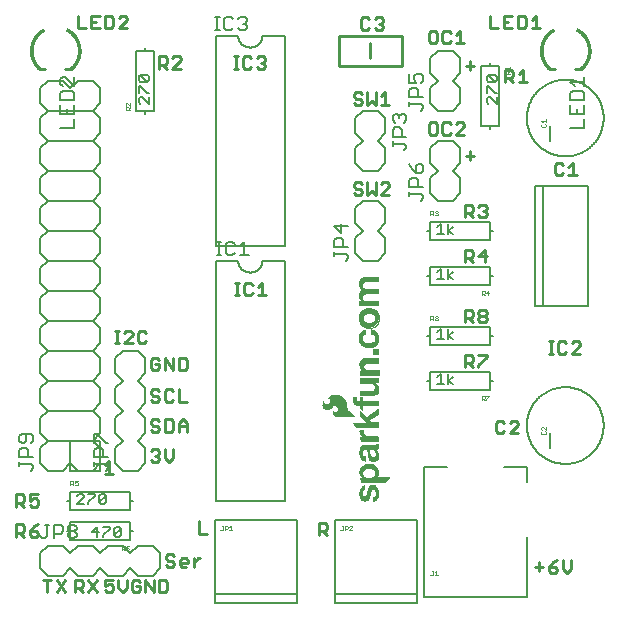
<source format=gbr>
G04 EAGLE Gerber RS-274X export*
G75*
%MOMM*%
%FSLAX34Y34*%
%LPD*%
%INSilkscreen Top*%
%IPPOS*%
%AMOC8*
5,1,8,0,0,1.08239X$1,22.5*%
G01*
%ADD10C,0.228600*%
%ADD11C,0.203200*%
%ADD12C,0.152400*%
%ADD13C,0.127000*%
%ADD14C,0.025400*%
%ADD15C,0.254000*%
%ADD16R,0.485100X0.495300*%

G36*
X292461Y159617D02*
X292461Y159617D01*
X292465Y159615D01*
X292505Y159636D01*
X292547Y159653D01*
X292549Y159658D01*
X292553Y159660D01*
X292566Y159703D01*
X292582Y159745D01*
X292580Y159750D01*
X292582Y159754D01*
X292546Y159824D01*
X292541Y159834D01*
X292540Y159835D01*
X287058Y164707D01*
X286276Y165561D01*
X285687Y166551D01*
X285560Y166902D01*
X285495Y167270D01*
X285495Y169545D01*
X285493Y169550D01*
X285495Y169556D01*
X285371Y170920D01*
X285365Y170930D01*
X285367Y170942D01*
X284999Y172261D01*
X284991Y172269D01*
X284990Y172282D01*
X284390Y173512D01*
X284383Y173519D01*
X284380Y173530D01*
X283563Y174687D01*
X283555Y174692D01*
X283552Y174701D01*
X282580Y175732D01*
X282572Y175736D01*
X282569Y175742D01*
X282568Y175743D01*
X282567Y175744D01*
X281460Y176629D01*
X281450Y176631D01*
X281443Y176640D01*
X279762Y177587D01*
X279751Y177588D01*
X279741Y177596D01*
X277917Y178224D01*
X277906Y178223D01*
X277895Y178230D01*
X275988Y178518D01*
X275977Y178515D01*
X275965Y178520D01*
X274037Y178459D01*
X274028Y178455D01*
X274016Y178457D01*
X272977Y178250D01*
X272969Y178245D01*
X272959Y178245D01*
X271961Y177887D01*
X271954Y177881D01*
X271943Y177880D01*
X271009Y177378D01*
X271002Y177369D01*
X270990Y177366D01*
X269853Y176459D01*
X269847Y176448D01*
X269834Y176441D01*
X268913Y175315D01*
X268901Y175272D01*
X268885Y175231D01*
X268887Y175226D01*
X268886Y175220D01*
X268908Y175182D01*
X268926Y175142D01*
X268932Y175139D01*
X268934Y175135D01*
X268963Y175127D01*
X269011Y175109D01*
X269891Y175109D01*
X270012Y175093D01*
X270114Y175049D01*
X270453Y174775D01*
X270702Y174414D01*
X270767Y174240D01*
X270825Y173702D01*
X270727Y173172D01*
X270478Y172684D01*
X269827Y171782D01*
X269473Y171370D01*
X269063Y171019D01*
X268605Y170736D01*
X268111Y170530D01*
X267811Y170471D01*
X267508Y170483D01*
X266989Y170640D01*
X266529Y170926D01*
X266159Y171321D01*
X265904Y171802D01*
X265766Y172292D01*
X265708Y172803D01*
X265708Y173406D01*
X265708Y173407D01*
X265699Y173429D01*
X265670Y173497D01*
X265578Y173532D01*
X265568Y173528D01*
X265493Y173494D01*
X265490Y173492D01*
X265489Y173491D01*
X265488Y173490D01*
X265468Y173469D01*
X265466Y173465D01*
X265463Y173464D01*
X265462Y173460D01*
X265457Y173458D01*
X265119Y173023D01*
X265115Y173008D01*
X265103Y172996D01*
X264882Y172492D01*
X264882Y172491D01*
X264730Y172135D01*
X264629Y171907D01*
X264629Y171897D01*
X264622Y171887D01*
X264402Y171009D01*
X264404Y171000D01*
X264399Y170990D01*
X264313Y170090D01*
X264317Y170080D01*
X264313Y170068D01*
X264379Y169200D01*
X264385Y169189D01*
X264384Y169176D01*
X264615Y168336D01*
X264623Y168326D01*
X264624Y168313D01*
X265012Y167533D01*
X265020Y167526D01*
X265023Y167515D01*
X265583Y166738D01*
X265590Y166734D01*
X265594Y166725D01*
X266252Y166029D01*
X266263Y166024D01*
X266271Y166013D01*
X266874Y165582D01*
X266889Y165579D01*
X266902Y165567D01*
X267594Y165300D01*
X267610Y165300D01*
X267625Y165292D01*
X268362Y165205D01*
X268377Y165210D01*
X268394Y165206D01*
X269129Y165305D01*
X269142Y165313D01*
X269159Y165313D01*
X269847Y165593D01*
X269856Y165602D01*
X269870Y165605D01*
X271628Y166792D01*
X271634Y166800D01*
X271644Y166804D01*
X273185Y168257D01*
X273620Y168627D01*
X274123Y168867D01*
X274671Y168969D01*
X275227Y168926D01*
X275752Y168740D01*
X276212Y168425D01*
X276577Y168000D01*
X276870Y167457D01*
X277068Y166871D01*
X277165Y166261D01*
X277130Y165550D01*
X276923Y164872D01*
X276558Y164266D01*
X276230Y163953D01*
X275826Y163747D01*
X275410Y163654D01*
X274982Y163654D01*
X274567Y163747D01*
X274429Y163819D01*
X274315Y163937D01*
X273716Y164761D01*
X273645Y164894D01*
X273617Y165032D01*
X273633Y165190D01*
X273619Y165233D01*
X273608Y165278D01*
X273604Y165280D01*
X273603Y165284D01*
X273562Y165304D01*
X273523Y165327D01*
X273519Y165326D01*
X273515Y165328D01*
X273472Y165313D01*
X273428Y165300D01*
X273426Y165297D01*
X273422Y165296D01*
X273403Y165258D01*
X273382Y165222D01*
X273306Y164739D01*
X273308Y164734D01*
X273305Y164729D01*
X273232Y163789D01*
X273234Y163783D01*
X273232Y163777D01*
X273233Y163774D01*
X273232Y163769D01*
X273305Y162829D01*
X273310Y162819D01*
X273309Y162807D01*
X273493Y162108D01*
X273501Y162098D01*
X273502Y162084D01*
X273823Y161436D01*
X273832Y161428D01*
X273836Y161414D01*
X274281Y160844D01*
X274292Y160838D01*
X274298Y160826D01*
X274848Y160356D01*
X274860Y160352D01*
X274869Y160341D01*
X275601Y159940D01*
X275614Y159939D01*
X275625Y159930D01*
X276424Y159690D01*
X276437Y159691D01*
X276450Y159685D01*
X277281Y159615D01*
X277287Y159617D01*
X277292Y159615D01*
X292456Y159615D01*
X292461Y159617D01*
G37*
G36*
X317404Y104067D02*
X317404Y104067D01*
X317411Y104065D01*
X317468Y104094D01*
X317489Y104103D01*
X317490Y104105D01*
X317492Y104106D01*
X321226Y108246D01*
X321241Y108291D01*
X321258Y108335D01*
X321257Y108337D01*
X321258Y108340D01*
X321237Y108382D01*
X321217Y108424D01*
X321215Y108425D01*
X321214Y108427D01*
X321192Y108434D01*
X321132Y108457D01*
X310028Y108457D01*
X310030Y108458D01*
X310746Y108978D01*
X310753Y108989D01*
X310766Y108996D01*
X311356Y109656D01*
X311360Y109668D01*
X311371Y109678D01*
X311808Y110447D01*
X311810Y110460D01*
X311819Y110472D01*
X312083Y111316D01*
X312082Y111327D01*
X312088Y111338D01*
X312243Y112555D01*
X312241Y112564D01*
X312244Y112573D01*
X312227Y113800D01*
X312224Y113808D01*
X312226Y113818D01*
X312037Y115030D01*
X312032Y115039D01*
X312032Y115050D01*
X311738Y115969D01*
X311731Y115977D01*
X311729Y115989D01*
X311283Y116845D01*
X311275Y116851D01*
X311272Y116863D01*
X310687Y117631D01*
X310678Y117636D01*
X310673Y117647D01*
X309966Y118304D01*
X309956Y118308D01*
X309949Y118318D01*
X308764Y119090D01*
X308754Y119092D01*
X308745Y119100D01*
X307445Y119656D01*
X307434Y119656D01*
X307424Y119663D01*
X306048Y119986D01*
X306037Y119984D01*
X306026Y119989D01*
X303811Y120107D01*
X303800Y120103D01*
X303788Y120106D01*
X301588Y119823D01*
X301578Y119818D01*
X301566Y119818D01*
X299453Y119144D01*
X299443Y119136D01*
X299430Y119134D01*
X298389Y118555D01*
X298381Y118544D01*
X298367Y118539D01*
X297477Y117747D01*
X297472Y117738D01*
X297462Y117731D01*
X296809Y116907D01*
X296807Y116899D01*
X296800Y116893D01*
X296259Y115991D01*
X296257Y115981D01*
X296249Y115972D01*
X295849Y114948D01*
X295849Y114935D01*
X295842Y114923D01*
X295659Y113838D01*
X295661Y113827D01*
X295657Y113815D01*
X295682Y111834D01*
X295687Y111823D01*
X295685Y111810D01*
X295787Y111328D01*
X295793Y111319D01*
X295793Y111307D01*
X296326Y109986D01*
X296333Y109979D01*
X296334Y109969D01*
X296567Y109575D01*
X296576Y109568D01*
X296581Y109556D01*
X296882Y109213D01*
X296888Y109210D01*
X296891Y109203D01*
X297500Y108643D01*
X297856Y108314D01*
X297857Y108314D01*
X297858Y108313D01*
X298007Y108179D01*
X296090Y108203D01*
X296075Y108197D01*
X296061Y108200D01*
X296032Y108180D01*
X295998Y108166D01*
X295993Y108152D01*
X295980Y108143D01*
X295973Y108102D01*
X295962Y108075D01*
X295966Y108065D01*
X295964Y108054D01*
X296700Y104168D01*
X296722Y104134D01*
X296739Y104098D01*
X296749Y104094D01*
X296755Y104086D01*
X296784Y104080D01*
X296824Y104065D01*
X317398Y104065D01*
X317404Y104067D01*
G37*
G36*
X311762Y253215D02*
X311762Y253215D01*
X311764Y253214D01*
X311807Y253234D01*
X311851Y253252D01*
X311851Y253254D01*
X311853Y253255D01*
X311886Y253340D01*
X311886Y257658D01*
X311885Y257660D01*
X311886Y257662D01*
X311866Y257705D01*
X311848Y257749D01*
X311846Y257749D01*
X311845Y257751D01*
X311760Y257784D01*
X301955Y257784D01*
X301952Y257783D01*
X301949Y257784D01*
X301327Y257754D01*
X300736Y257886D01*
X300198Y258169D01*
X299254Y258989D01*
X298988Y259343D01*
X298810Y259747D01*
X298728Y260187D01*
X298679Y261035D01*
X298710Y261512D01*
X298846Y261963D01*
X299079Y262371D01*
X299397Y262718D01*
X299944Y263088D01*
X300563Y263319D01*
X301226Y263399D01*
X311785Y263399D01*
X311787Y263400D01*
X311789Y263399D01*
X311832Y263419D01*
X311876Y263437D01*
X311876Y263439D01*
X311878Y263440D01*
X311911Y263525D01*
X311911Y267843D01*
X311910Y267845D01*
X311911Y267847D01*
X311891Y267890D01*
X311873Y267934D01*
X311871Y267934D01*
X311870Y267936D01*
X311785Y267969D01*
X302264Y267969D01*
X301161Y268044D01*
X300522Y268193D01*
X299927Y268466D01*
X299399Y268851D01*
X299113Y269169D01*
X298903Y269542D01*
X298777Y269951D01*
X298685Y270854D01*
X298753Y271758D01*
X298881Y272206D01*
X299107Y272612D01*
X299421Y272955D01*
X299804Y273216D01*
X300626Y273528D01*
X301506Y273635D01*
X311785Y273635D01*
X311787Y273636D01*
X311789Y273635D01*
X311832Y273655D01*
X311876Y273673D01*
X311876Y273675D01*
X311878Y273676D01*
X311911Y273761D01*
X311911Y278003D01*
X311910Y278005D01*
X311911Y278007D01*
X311891Y278050D01*
X311873Y278094D01*
X311871Y278094D01*
X311870Y278096D01*
X311785Y278129D01*
X300203Y278129D01*
X300194Y278126D01*
X300184Y278128D01*
X299088Y277959D01*
X299078Y277953D01*
X299063Y277953D01*
X298024Y277567D01*
X298015Y277558D01*
X298001Y277555D01*
X297062Y276967D01*
X297055Y276956D01*
X297041Y276951D01*
X296377Y276305D01*
X296372Y276293D01*
X296359Y276284D01*
X295852Y275510D01*
X295850Y275496D01*
X295839Y275485D01*
X295513Y274619D01*
X295513Y274608D01*
X295507Y274598D01*
X295258Y273338D01*
X295260Y273332D01*
X295256Y273324D01*
X295149Y272045D01*
X295152Y272035D01*
X295149Y272025D01*
X295210Y271131D01*
X295216Y271121D01*
X295214Y271107D01*
X295446Y270242D01*
X295453Y270232D01*
X295454Y270219D01*
X295848Y269414D01*
X295856Y269407D01*
X295858Y269395D01*
X296496Y268506D01*
X296504Y268502D01*
X296508Y268492D01*
X297267Y267704D01*
X297270Y267703D01*
X297271Y267700D01*
X297752Y267245D01*
X297794Y267203D01*
X297136Y266823D01*
X297129Y266813D01*
X297116Y266809D01*
X296447Y266227D01*
X296442Y266216D01*
X296430Y266209D01*
X295884Y265511D01*
X295881Y265499D01*
X295871Y265490D01*
X295468Y264700D01*
X295467Y264688D01*
X295459Y264677D01*
X295198Y263754D01*
X295199Y263742D01*
X295194Y263729D01*
X295124Y262772D01*
X295127Y262762D01*
X295124Y262751D01*
X295251Y261379D01*
X295255Y261372D01*
X295254Y261362D01*
X295508Y260270D01*
X295515Y260260D01*
X295516Y260247D01*
X295920Y259357D01*
X295932Y259347D01*
X295937Y259331D01*
X296549Y258569D01*
X296556Y258565D01*
X296559Y258557D01*
X297346Y257795D01*
X297349Y257794D01*
X297350Y257792D01*
X297355Y257790D01*
X297357Y257786D01*
X297753Y257484D01*
X297760Y257453D01*
X295707Y257453D01*
X295705Y257452D01*
X295703Y257453D01*
X295660Y257433D01*
X295616Y257415D01*
X295616Y257413D01*
X295614Y257412D01*
X295581Y257327D01*
X295581Y253340D01*
X295582Y253338D01*
X295581Y253336D01*
X295601Y253293D01*
X295619Y253249D01*
X295621Y253249D01*
X295622Y253247D01*
X295707Y253214D01*
X311760Y253214D01*
X311762Y253215D01*
G37*
G36*
X307928Y121440D02*
X307928Y121440D01*
X307941Y121437D01*
X308985Y121626D01*
X308994Y121632D01*
X309007Y121632D01*
X310000Y122005D01*
X310009Y122013D01*
X310021Y122015D01*
X310504Y122307D01*
X310511Y122316D01*
X310523Y122321D01*
X310943Y122698D01*
X310948Y122709D01*
X310959Y122716D01*
X311301Y123164D01*
X311305Y123177D01*
X311315Y123187D01*
X311921Y124456D01*
X311921Y124469D01*
X311930Y124482D01*
X312238Y125854D01*
X312236Y125866D01*
X312241Y125879D01*
X312279Y127514D01*
X312275Y127524D01*
X312278Y127535D01*
X312037Y129153D01*
X312031Y129162D01*
X312032Y129175D01*
X311680Y130210D01*
X311672Y130219D01*
X311670Y130231D01*
X311130Y131182D01*
X311121Y131190D01*
X311116Y131202D01*
X310413Y132029D01*
X310397Y132053D01*
X310396Y132062D01*
X310398Y132070D01*
X310404Y132077D01*
X310427Y132086D01*
X311456Y132313D01*
X311459Y132315D01*
X311462Y132314D01*
X311742Y132390D01*
X311756Y132401D01*
X311775Y132405D01*
X311811Y132426D01*
X311828Y132450D01*
X311831Y132453D01*
X311841Y132457D01*
X311844Y132465D01*
X311857Y132477D01*
X311876Y132514D01*
X311878Y132544D01*
X311889Y132582D01*
X311886Y132618D01*
X311886Y136652D01*
X311877Y136675D01*
X311877Y136700D01*
X311858Y136718D01*
X311848Y136743D01*
X311825Y136752D01*
X311807Y136769D01*
X311778Y136770D01*
X311756Y136778D01*
X311738Y136770D01*
X311716Y136770D01*
X311517Y136696D01*
X310222Y136347D01*
X308885Y136245D01*
X304547Y136270D01*
X304544Y136269D01*
X304542Y136270D01*
X304499Y136250D01*
X304466Y136237D01*
X304444Y136245D01*
X299618Y136245D01*
X299611Y136242D01*
X299603Y136244D01*
X298867Y136153D01*
X298854Y136146D01*
X298837Y136146D01*
X298146Y135879D01*
X298136Y135868D01*
X298119Y135864D01*
X297514Y135437D01*
X297506Y135424D01*
X297491Y135416D01*
X297008Y134854D01*
X297004Y134841D01*
X296993Y134831D01*
X296299Y133528D01*
X296298Y133516D01*
X296290Y133505D01*
X295865Y132091D01*
X295866Y132081D01*
X295861Y132072D01*
X295631Y130333D01*
X295633Y130325D01*
X295630Y130317D01*
X295622Y128563D01*
X295625Y128556D01*
X295622Y128547D01*
X295836Y126807D01*
X295840Y126799D01*
X295839Y126789D01*
X296173Y125560D01*
X296180Y125552D01*
X296180Y125541D01*
X296709Y124383D01*
X296718Y124375D01*
X296721Y124362D01*
X297295Y123545D01*
X297306Y123538D01*
X297312Y123525D01*
X297352Y123488D01*
X298026Y122857D01*
X298042Y122842D01*
X298054Y122838D01*
X298063Y122826D01*
X298916Y122307D01*
X298929Y122305D01*
X298940Y122295D01*
X299881Y121961D01*
X299894Y121962D01*
X299907Y121955D01*
X300798Y121833D01*
X300800Y121830D01*
X300800Y121829D01*
X300847Y121811D01*
X300892Y121794D01*
X300897Y121796D01*
X300976Y121829D01*
X301002Y121854D01*
X301019Y121894D01*
X301040Y121932D01*
X301038Y121938D01*
X301040Y121945D01*
X301023Y121985D01*
X301014Y122015D01*
X301014Y126162D01*
X301013Y126164D01*
X301014Y126166D01*
X300994Y126209D01*
X300976Y126253D01*
X300974Y126253D01*
X300973Y126255D01*
X300888Y126288D01*
X300846Y126288D01*
X300314Y126351D01*
X299819Y126535D01*
X299381Y126830D01*
X299025Y127220D01*
X298770Y127684D01*
X298605Y128245D01*
X298551Y128832D01*
X298601Y130187D01*
X298662Y130556D01*
X298790Y130902D01*
X298983Y131216D01*
X299217Y131469D01*
X299496Y131668D01*
X299810Y131807D01*
X300331Y131918D01*
X300862Y131918D01*
X301383Y131807D01*
X301480Y131765D01*
X301567Y131705D01*
X301828Y131421D01*
X302074Y130993D01*
X302239Y130524D01*
X302465Y129218D01*
X302693Y127012D01*
X302696Y127008D01*
X302695Y127003D01*
X302973Y125466D01*
X302977Y125458D01*
X302977Y125449D01*
X303461Y123964D01*
X303468Y123956D01*
X303469Y123944D01*
X303835Y123248D01*
X303845Y123240D01*
X303849Y123227D01*
X304347Y122617D01*
X304355Y122613D01*
X304359Y122604D01*
X304363Y122603D01*
X304365Y122599D01*
X304974Y122101D01*
X304985Y122098D01*
X304988Y122097D01*
X304998Y122086D01*
X305860Y121657D01*
X305875Y121656D01*
X305889Y121647D01*
X306830Y121441D01*
X306843Y121443D01*
X306857Y121438D01*
X307918Y121435D01*
X307928Y121440D01*
G37*
G36*
X311839Y150573D02*
X311839Y150573D01*
X311842Y150572D01*
X311925Y150609D01*
X311976Y150660D01*
X311978Y150663D01*
X311980Y150664D01*
X312013Y150749D01*
X312013Y154889D01*
X312012Y154891D01*
X312013Y154893D01*
X311993Y154936D01*
X311975Y154980D01*
X311973Y154980D01*
X311972Y154982D01*
X311887Y155015D01*
X306479Y155015D01*
X304872Y156670D01*
X311850Y160903D01*
X311861Y160918D01*
X311878Y160926D01*
X311891Y160960D01*
X311908Y160983D01*
X311906Y160996D01*
X311911Y161010D01*
X311936Y166090D01*
X311921Y166126D01*
X311913Y166164D01*
X311903Y166170D01*
X311898Y166181D01*
X311862Y166196D01*
X311829Y166216D01*
X311817Y166213D01*
X311807Y166217D01*
X311779Y166205D01*
X311740Y166196D01*
X301845Y159599D01*
X296279Y165290D01*
X296278Y165291D01*
X296277Y165293D01*
X296232Y165310D01*
X296188Y165328D01*
X296187Y165328D01*
X296185Y165328D01*
X296142Y165308D01*
X296098Y165289D01*
X296097Y165288D01*
X296096Y165287D01*
X296063Y165202D01*
X296063Y160528D01*
X296064Y160525D01*
X296063Y160522D01*
X296100Y160439D01*
X301574Y154964D01*
X290144Y154964D01*
X290112Y154951D01*
X290078Y154946D01*
X290068Y154932D01*
X290053Y154926D01*
X290041Y154894D01*
X290021Y154865D01*
X290023Y154848D01*
X290018Y154834D01*
X290029Y154809D01*
X290034Y154775D01*
X292396Y150635D01*
X292413Y150623D01*
X292421Y150605D01*
X292453Y150592D01*
X292475Y150576D01*
X292490Y150578D01*
X292506Y150572D01*
X311836Y150572D01*
X311839Y150573D01*
G37*
G36*
X306913Y177473D02*
X306913Y177473D01*
X306920Y177471D01*
X308019Y177572D01*
X308029Y177578D01*
X308042Y177576D01*
X309105Y177876D01*
X309114Y177883D01*
X309127Y177884D01*
X310117Y178372D01*
X310125Y178381D01*
X310137Y178385D01*
X311022Y179045D01*
X311029Y179055D01*
X311041Y179062D01*
X311269Y179316D01*
X311273Y179328D01*
X311284Y179336D01*
X311810Y180238D01*
X311812Y180250D01*
X311820Y180260D01*
X312163Y181246D01*
X312162Y181258D01*
X312169Y181270D01*
X312316Y182303D01*
X312313Y182313D01*
X312317Y182324D01*
X312316Y182398D01*
X312316Y182399D01*
X312313Y182525D01*
X312311Y182651D01*
X312308Y182777D01*
X312305Y182903D01*
X312305Y182904D01*
X312303Y183030D01*
X312287Y183818D01*
X312284Y183825D01*
X312286Y183834D01*
X312062Y185312D01*
X312057Y185320D01*
X312058Y185330D01*
X311977Y185592D01*
X311971Y185600D01*
X311970Y185612D01*
X311847Y185857D01*
X311840Y185864D01*
X311837Y185874D01*
X311178Y186804D01*
X311170Y186809D01*
X311167Y186818D01*
X310382Y187645D01*
X310374Y187648D01*
X310369Y187657D01*
X309728Y188164D01*
X311785Y188164D01*
X311787Y188165D01*
X311789Y188164D01*
X311832Y188184D01*
X311876Y188202D01*
X311876Y188204D01*
X311878Y188205D01*
X311911Y188290D01*
X311911Y192303D01*
X311910Y192305D01*
X311911Y192307D01*
X311891Y192350D01*
X311873Y192394D01*
X311871Y192394D01*
X311870Y192396D01*
X311785Y192429D01*
X296164Y192429D01*
X296162Y192428D01*
X296160Y192429D01*
X296117Y192409D01*
X296073Y192391D01*
X296073Y192389D01*
X296071Y192388D01*
X296038Y192303D01*
X296038Y188087D01*
X296039Y188085D01*
X296038Y188083D01*
X296058Y188040D01*
X296076Y187996D01*
X296078Y187996D01*
X296079Y187994D01*
X296164Y187961D01*
X304466Y187961D01*
X305696Y187885D01*
X306900Y187660D01*
X307450Y187451D01*
X307935Y187124D01*
X308332Y186693D01*
X308620Y186183D01*
X308832Y185492D01*
X308899Y184771D01*
X308819Y184052D01*
X308596Y183363D01*
X308371Y182968D01*
X308070Y182627D01*
X307708Y182355D01*
X306940Y182012D01*
X306110Y181863D01*
X296113Y181863D01*
X296111Y181862D01*
X296109Y181863D01*
X296066Y181843D01*
X296022Y181825D01*
X296022Y181823D01*
X296020Y181822D01*
X295987Y181737D01*
X295987Y177597D01*
X295988Y177595D01*
X295987Y177593D01*
X296007Y177550D01*
X296025Y177506D01*
X296027Y177506D01*
X296028Y177504D01*
X296113Y177471D01*
X306908Y177471D01*
X306913Y177473D01*
G37*
G36*
X311863Y194668D02*
X311863Y194668D01*
X311865Y194667D01*
X311908Y194687D01*
X311952Y194705D01*
X311952Y194707D01*
X311954Y194708D01*
X311987Y194793D01*
X311987Y199009D01*
X311986Y199011D01*
X311987Y199013D01*
X311967Y199056D01*
X311949Y199100D01*
X311947Y199100D01*
X311946Y199102D01*
X311861Y199135D01*
X302495Y199135D01*
X301712Y199216D01*
X300962Y199432D01*
X300283Y199795D01*
X299714Y200312D01*
X299400Y200769D01*
X299196Y201285D01*
X299109Y201841D01*
X299059Y202946D01*
X299076Y203262D01*
X299153Y203562D01*
X299370Y203997D01*
X299679Y204371D01*
X300066Y204667D01*
X300708Y204977D01*
X301396Y205168D01*
X302114Y205233D01*
X311760Y205233D01*
X311762Y205234D01*
X311764Y205233D01*
X311807Y205253D01*
X311851Y205271D01*
X311851Y205273D01*
X311853Y205274D01*
X311886Y205359D01*
X311886Y209448D01*
X311885Y209450D01*
X311886Y209452D01*
X311866Y209495D01*
X311848Y209539D01*
X311846Y209539D01*
X311845Y209541D01*
X311760Y209574D01*
X301219Y209574D01*
X301214Y209572D01*
X301209Y209574D01*
X300080Y209484D01*
X300072Y209480D01*
X300063Y209481D01*
X298956Y209241D01*
X298948Y209236D01*
X298938Y209236D01*
X298233Y208967D01*
X298225Y208959D01*
X298213Y208957D01*
X297564Y208573D01*
X297558Y208564D01*
X297546Y208560D01*
X296971Y208071D01*
X296966Y208060D01*
X296954Y208053D01*
X296336Y207268D01*
X296333Y207255D01*
X296321Y207244D01*
X295899Y206339D01*
X295898Y206325D01*
X295890Y206311D01*
X295684Y205334D01*
X295687Y205323D01*
X295682Y205311D01*
X295632Y203305D01*
X295636Y203295D01*
X295633Y203284D01*
X295788Y202232D01*
X295795Y202221D01*
X295795Y202207D01*
X296164Y201210D01*
X296173Y201200D01*
X296176Y201186D01*
X296743Y200288D01*
X296752Y200281D01*
X296756Y200270D01*
X297172Y199809D01*
X297180Y199806D01*
X297184Y199798D01*
X297657Y199396D01*
X297662Y199394D01*
X297664Y199390D01*
X298042Y199113D01*
X298178Y198999D01*
X298207Y198957D01*
X296139Y198957D01*
X296137Y198956D01*
X296135Y198957D01*
X296092Y198937D01*
X296048Y198919D01*
X296048Y198917D01*
X296046Y198916D01*
X296013Y198831D01*
X296013Y194793D01*
X296014Y194791D01*
X296013Y194789D01*
X296033Y194746D01*
X296051Y194702D01*
X296053Y194702D01*
X296054Y194700D01*
X296139Y194667D01*
X311861Y194667D01*
X311863Y194668D01*
G37*
G36*
X307284Y235511D02*
X307284Y235511D01*
X307304Y235524D01*
X307332Y235530D01*
X309821Y237130D01*
X309836Y237151D01*
X309860Y237169D01*
X311638Y240014D01*
X311642Y240038D01*
X311656Y240064D01*
X312062Y243061D01*
X312058Y243075D01*
X312063Y243091D01*
X311809Y245606D01*
X311802Y245618D01*
X311802Y245634D01*
X311167Y247488D01*
X311156Y247501D01*
X311151Y247520D01*
X310364Y248637D01*
X310356Y248642D01*
X310352Y248651D01*
X309209Y249845D01*
X309195Y249851D01*
X309185Y249865D01*
X307890Y250678D01*
X307873Y250681D01*
X307857Y250693D01*
X305393Y251379D01*
X305383Y251377D01*
X305374Y251382D01*
X303266Y251636D01*
X303252Y251632D01*
X303235Y251636D01*
X301050Y251356D01*
X301035Y251347D01*
X301015Y251346D01*
X298678Y250305D01*
X298666Y250292D01*
X298647Y250286D01*
X297377Y249194D01*
X297370Y249180D01*
X297355Y249170D01*
X295984Y247189D01*
X295981Y247173D01*
X295969Y247158D01*
X295410Y245532D01*
X295410Y245519D01*
X295404Y245507D01*
X295150Y243500D01*
X295152Y243491D01*
X295149Y243482D01*
X295149Y243481D01*
X295159Y243458D01*
X295165Y243445D01*
X295176Y243405D01*
X295185Y243401D01*
X295189Y243392D01*
X295190Y243391D01*
X295192Y243391D01*
X295238Y243372D01*
X295263Y243358D01*
X295268Y243360D01*
X295273Y243358D01*
X298245Y243308D01*
X298248Y243309D01*
X298251Y243308D01*
X298293Y243327D01*
X298336Y243345D01*
X298337Y243348D01*
X298340Y243349D01*
X298373Y243434D01*
X298373Y243530D01*
X298472Y244717D01*
X298985Y245670D01*
X299229Y245922D01*
X299230Y245922D01*
X299352Y246048D01*
X299597Y246301D01*
X299794Y246504D01*
X301406Y247248D01*
X303335Y247499D01*
X304760Y247499D01*
X306308Y247124D01*
X307518Y246581D01*
X308499Y245502D01*
X309091Y243751D01*
X308869Y242003D01*
X307861Y240355D01*
X306834Y239817D01*
X305686Y239443D01*
X304437Y239268D01*
X302578Y239318D01*
X301104Y239592D01*
X300215Y239988D01*
X299131Y240776D01*
X298496Y241924D01*
X298346Y243019D01*
X298324Y243056D01*
X298306Y243095D01*
X298299Y243098D01*
X298296Y243104D01*
X298266Y243111D01*
X298221Y243128D01*
X295300Y243128D01*
X295273Y243117D01*
X295244Y243115D01*
X295228Y243098D01*
X295209Y243090D01*
X295201Y243068D01*
X295183Y243048D01*
X295133Y242921D01*
X295133Y242899D01*
X295124Y242875D01*
X295124Y242824D01*
X295127Y242817D01*
X295125Y242809D01*
X295302Y241336D01*
X295312Y241318D01*
X295314Y241295D01*
X296991Y237917D01*
X297010Y237900D01*
X297026Y237874D01*
X299744Y235740D01*
X299768Y235733D01*
X299794Y235716D01*
X303350Y234903D01*
X303372Y234907D01*
X303398Y234901D01*
X307284Y235511D01*
G37*
G36*
X306838Y87632D02*
X306838Y87632D01*
X306841Y87631D01*
X307197Y87656D01*
X307203Y87659D01*
X307210Y87658D01*
X307794Y87760D01*
X307802Y87765D01*
X307813Y87764D01*
X309083Y88196D01*
X309090Y88203D01*
X309100Y88204D01*
X309696Y88513D01*
X309703Y88523D01*
X309716Y88527D01*
X310240Y88947D01*
X310245Y88958D01*
X310257Y88964D01*
X310688Y89479D01*
X310690Y89487D01*
X310697Y89492D01*
X311459Y90686D01*
X311461Y90694D01*
X311468Y90701D01*
X311865Y91558D01*
X311866Y91571D01*
X311874Y91583D01*
X312086Y92504D01*
X312084Y92513D01*
X312089Y92523D01*
X312267Y95089D01*
X312265Y95096D01*
X312267Y95102D01*
X312263Y95210D01*
X312259Y95336D01*
X312254Y95462D01*
X312250Y95588D01*
X312250Y95589D01*
X312246Y95715D01*
X312241Y95841D01*
X312237Y95967D01*
X312232Y96093D01*
X312232Y96094D01*
X312228Y96220D01*
X312223Y96346D01*
X312220Y96429D01*
X312218Y96435D01*
X312219Y96442D01*
X312037Y97756D01*
X312033Y97764D01*
X312034Y97773D01*
X311751Y98773D01*
X311744Y98782D01*
X311743Y98794D01*
X311292Y99729D01*
X311284Y99736D01*
X311281Y99748D01*
X310675Y100592D01*
X310666Y100597D01*
X310664Y100602D01*
X310663Y100602D01*
X310660Y100608D01*
X309917Y101334D01*
X309907Y101338D01*
X309899Y101349D01*
X309335Y101728D01*
X309324Y101730D01*
X309314Y101739D01*
X308689Y102005D01*
X308677Y102005D01*
X308666Y102013D01*
X308002Y102155D01*
X307993Y102154D01*
X307984Y102158D01*
X306943Y102234D01*
X306934Y102231D01*
X306923Y102234D01*
X305868Y102140D01*
X305855Y102133D01*
X305839Y102133D01*
X304836Y101796D01*
X304825Y101787D01*
X304810Y101784D01*
X304398Y101532D01*
X304391Y101522D01*
X304377Y101516D01*
X304027Y101184D01*
X304023Y101173D01*
X304012Y101167D01*
X303504Y100475D01*
X303502Y100467D01*
X303494Y100460D01*
X303089Y99704D01*
X303088Y99695D01*
X303082Y99688D01*
X302472Y98032D01*
X302472Y98024D01*
X302467Y98016D01*
X302086Y96293D01*
X302086Y96292D01*
X302085Y96291D01*
X301681Y94268D01*
X301409Y93516D01*
X300993Y92841D01*
X300700Y92558D01*
X300339Y92374D01*
X299970Y92309D01*
X299598Y92357D01*
X299256Y92512D01*
X298988Y92745D01*
X298793Y93046D01*
X298636Y93470D01*
X298551Y93919D01*
X298507Y94768D01*
X298551Y95615D01*
X298649Y96111D01*
X298838Y96578D01*
X299109Y97001D01*
X299373Y97276D01*
X299686Y97494D01*
X300038Y97644D01*
X300281Y97699D01*
X300541Y97715D01*
X300583Y97736D01*
X300626Y97756D01*
X300627Y97758D01*
X300629Y97759D01*
X300635Y97778D01*
X300659Y97841D01*
X300659Y101727D01*
X300656Y101736D01*
X300658Y101744D01*
X300637Y101780D01*
X300621Y101818D01*
X300612Y101821D01*
X300607Y101829D01*
X300556Y101843D01*
X300529Y101853D01*
X300525Y101851D01*
X300520Y101853D01*
X299809Y101777D01*
X299799Y101771D01*
X299788Y101773D01*
X299782Y101768D01*
X299775Y101768D01*
X299762Y101776D01*
X299742Y101771D01*
X299727Y101771D01*
X299724Y101769D01*
X299702Y101770D01*
X299144Y101567D01*
X299140Y101563D01*
X299135Y101563D01*
X298347Y101207D01*
X298341Y101200D01*
X298330Y101198D01*
X297888Y100912D01*
X297883Y100904D01*
X297873Y100900D01*
X297478Y100552D01*
X297473Y100542D01*
X297462Y100535D01*
X296705Y99576D01*
X296702Y99563D01*
X296691Y99553D01*
X296153Y98456D01*
X296152Y98444D01*
X296144Y98433D01*
X295776Y97082D01*
X295777Y97072D01*
X295772Y97062D01*
X295632Y95669D01*
X295634Y95663D01*
X295632Y95656D01*
X295632Y93853D01*
X295634Y93847D01*
X295632Y93839D01*
X295787Y92410D01*
X295793Y92400D01*
X295792Y92387D01*
X296203Y91009D01*
X296210Y91000D01*
X296211Y90988D01*
X296865Y89707D01*
X296874Y89699D01*
X296877Y89687D01*
X297247Y89211D01*
X297257Y89205D01*
X297263Y89193D01*
X297718Y88799D01*
X297729Y88795D01*
X297738Y88784D01*
X298260Y88485D01*
X298273Y88484D01*
X298283Y88475D01*
X299367Y88117D01*
X299379Y88118D01*
X299392Y88112D01*
X300526Y87983D01*
X300538Y87986D01*
X300552Y87983D01*
X301688Y88088D01*
X301699Y88094D01*
X301713Y88093D01*
X302202Y88245D01*
X302212Y88253D01*
X302226Y88255D01*
X302673Y88504D01*
X302681Y88515D01*
X302695Y88519D01*
X303080Y88856D01*
X303085Y88866D01*
X303096Y88872D01*
X303633Y89549D01*
X303636Y89558D01*
X303644Y89565D01*
X304071Y90316D01*
X304072Y90325D01*
X304079Y90333D01*
X304385Y91141D01*
X304385Y91149D01*
X304390Y91157D01*
X305253Y94788D01*
X305559Y95962D01*
X306029Y97069D01*
X306260Y97405D01*
X306564Y97671D01*
X306926Y97851D01*
X307321Y97936D01*
X307725Y97919D01*
X308110Y97802D01*
X308455Y97594D01*
X308739Y97306D01*
X309051Y96793D01*
X309248Y96226D01*
X309322Y95623D01*
X309322Y94293D01*
X309249Y93731D01*
X309032Y93144D01*
X308695Y92617D01*
X308252Y92175D01*
X307838Y91920D01*
X307376Y91773D01*
X306879Y91744D01*
X306832Y91744D01*
X306830Y91743D01*
X306828Y91744D01*
X306785Y91724D01*
X306741Y91706D01*
X306741Y91704D01*
X306739Y91703D01*
X306706Y91618D01*
X306706Y87757D01*
X306708Y87751D01*
X306706Y87744D01*
X306713Y87732D01*
X306712Y87718D01*
X306713Y87716D01*
X306713Y87715D01*
X306733Y87693D01*
X306744Y87666D01*
X306751Y87664D01*
X306754Y87658D01*
X306768Y87653D01*
X306777Y87643D01*
X306778Y87643D01*
X306780Y87642D01*
X306807Y87641D01*
X306814Y87639D01*
X306836Y87631D01*
X306838Y87632D01*
G37*
G36*
X304856Y217809D02*
X304856Y217809D01*
X304866Y217807D01*
X306082Y217952D01*
X306090Y217957D01*
X306101Y217956D01*
X307279Y218290D01*
X307287Y218296D01*
X307298Y218297D01*
X308408Y218811D01*
X308415Y218819D01*
X308426Y218821D01*
X309442Y219503D01*
X309448Y219512D01*
X309458Y219516D01*
X310281Y220287D01*
X310285Y220296D01*
X310295Y220302D01*
X310979Y221198D01*
X310982Y221208D01*
X310991Y221216D01*
X311517Y222213D01*
X311518Y222223D01*
X311525Y222232D01*
X311880Y223302D01*
X311879Y223311D01*
X311884Y223320D01*
X312166Y224884D01*
X312165Y224891D01*
X312168Y224898D01*
X312267Y226484D01*
X312264Y226493D01*
X312267Y226502D01*
X312171Y227685D01*
X312167Y227694D01*
X312168Y227705D01*
X311886Y228858D01*
X311880Y228866D01*
X311880Y228877D01*
X311418Y229970D01*
X311410Y229978D01*
X311407Y229990D01*
X310587Y231238D01*
X310576Y231245D01*
X310570Y231258D01*
X309512Y232311D01*
X309500Y232315D01*
X309492Y232327D01*
X308241Y233142D01*
X308228Y233144D01*
X308218Y233154D01*
X306827Y233696D01*
X306816Y233695D01*
X306806Y233702D01*
X306341Y233797D01*
X306332Y233795D01*
X306324Y233799D01*
X305849Y233831D01*
X305845Y233830D01*
X305841Y233831D01*
X305791Y233831D01*
X305789Y233830D01*
X305787Y233831D01*
X305744Y233811D01*
X305700Y233793D01*
X305700Y233791D01*
X305698Y233790D01*
X305665Y233705D01*
X305665Y229641D01*
X305681Y229602D01*
X305693Y229562D01*
X305700Y229557D01*
X305703Y229550D01*
X305732Y229539D01*
X305772Y229516D01*
X306448Y229412D01*
X307085Y229197D01*
X307675Y228876D01*
X308107Y228518D01*
X308452Y228075D01*
X308720Y227545D01*
X308893Y226976D01*
X308966Y226386D01*
X308925Y225585D01*
X308744Y224806D01*
X308414Y224098D01*
X307925Y223490D01*
X307306Y223015D01*
X306589Y222700D01*
X305065Y222354D01*
X303505Y222225D01*
X302364Y222318D01*
X301261Y222623D01*
X300236Y223128D01*
X299325Y223815D01*
X299035Y224162D01*
X298849Y224576D01*
X298668Y225397D01*
X298602Y226237D01*
X298685Y227069D01*
X298946Y227861D01*
X299244Y228354D01*
X299336Y228449D01*
X299582Y228702D01*
X299645Y228767D01*
X300130Y229078D01*
X300672Y229271D01*
X301251Y229338D01*
X301269Y229338D01*
X301271Y229339D01*
X301273Y229338D01*
X301316Y229358D01*
X301360Y229376D01*
X301360Y229378D01*
X301362Y229379D01*
X301395Y229464D01*
X301395Y233655D01*
X301389Y233669D01*
X301392Y233683D01*
X301371Y233712D01*
X301357Y233746D01*
X301343Y233751D01*
X301334Y233763D01*
X301293Y233770D01*
X301265Y233781D01*
X301256Y233777D01*
X301245Y233779D01*
X300037Y233542D01*
X300029Y233537D01*
X300018Y233537D01*
X298863Y233113D01*
X298855Y233104D01*
X298842Y233102D01*
X297776Y232462D01*
X297768Y232451D01*
X297754Y232445D01*
X296851Y231590D01*
X296845Y231577D01*
X296833Y231569D01*
X296136Y230538D01*
X296134Y230525D01*
X296123Y230514D01*
X295666Y229357D01*
X295666Y229348D01*
X295660Y229339D01*
X295341Y227928D01*
X295342Y227922D01*
X295339Y227917D01*
X295150Y226483D01*
X295152Y226474D01*
X295149Y226464D01*
X295172Y224922D01*
X295178Y224911D01*
X295175Y224897D01*
X295508Y223391D01*
X295515Y223381D01*
X295515Y223367D01*
X296127Y221976D01*
X296136Y221968D01*
X296139Y221955D01*
X297004Y220706D01*
X297014Y220699D01*
X297020Y220687D01*
X298108Y219626D01*
X298119Y219622D01*
X298126Y219611D01*
X299397Y218777D01*
X299408Y218775D01*
X299418Y218766D01*
X300824Y218189D01*
X300836Y218189D01*
X300847Y218182D01*
X302337Y217884D01*
X302348Y217886D01*
X302358Y217882D01*
X304847Y217806D01*
X304856Y217809D01*
G37*
G36*
X298879Y164867D02*
X298879Y164867D01*
X298923Y164887D01*
X298924Y164888D01*
X298957Y164972D01*
X298981Y168835D01*
X311861Y168835D01*
X311863Y168836D01*
X311865Y168835D01*
X311908Y168855D01*
X311952Y168873D01*
X311952Y168875D01*
X311954Y168876D01*
X311987Y168961D01*
X311987Y173126D01*
X311986Y173128D01*
X311987Y173130D01*
X311967Y173173D01*
X311949Y173217D01*
X311947Y173217D01*
X311946Y173219D01*
X311861Y173252D01*
X298957Y173252D01*
X298957Y176124D01*
X298956Y176126D01*
X298957Y176128D01*
X298937Y176171D01*
X298919Y176215D01*
X298917Y176215D01*
X298916Y176217D01*
X298831Y176250D01*
X296164Y176250D01*
X296162Y176249D01*
X296160Y176250D01*
X296117Y176230D01*
X296073Y176212D01*
X296073Y176210D01*
X296071Y176209D01*
X296038Y176124D01*
X296038Y173278D01*
X294776Y173278D01*
X294314Y173341D01*
X293891Y173516D01*
X293659Y173698D01*
X293489Y173938D01*
X293392Y174220D01*
X293309Y175120D01*
X293394Y176035D01*
X293420Y176315D01*
X293418Y176321D01*
X293420Y176327D01*
X293420Y176403D01*
X293419Y176405D01*
X293420Y176407D01*
X293400Y176450D01*
X293382Y176494D01*
X293380Y176494D01*
X293379Y176496D01*
X293294Y176529D01*
X290271Y176529D01*
X290269Y176528D01*
X290267Y176529D01*
X290224Y176509D01*
X290180Y176491D01*
X290180Y176489D01*
X290178Y176488D01*
X290145Y176403D01*
X290145Y176381D01*
X290069Y175064D01*
X290070Y175061D01*
X290069Y175057D01*
X290069Y173507D01*
X290073Y173497D01*
X290071Y173486D01*
X290245Y172473D01*
X290252Y172463D01*
X290252Y172449D01*
X290621Y171491D01*
X290629Y171482D01*
X290632Y171469D01*
X291182Y170601D01*
X291192Y170594D01*
X291197Y170582D01*
X291907Y169839D01*
X291918Y169834D01*
X291925Y169823D01*
X292402Y169483D01*
X292413Y169481D01*
X292422Y169472D01*
X292953Y169223D01*
X292964Y169223D01*
X292974Y169215D01*
X293541Y169067D01*
X293552Y169068D01*
X293563Y169063D01*
X295697Y168886D01*
X295698Y168887D01*
X295704Y168887D01*
X295707Y168886D01*
X296038Y168886D01*
X296038Y167640D01*
X296039Y167637D01*
X296038Y167634D01*
X296075Y167551D01*
X298742Y164884D01*
X298742Y164883D01*
X298743Y164883D01*
X298788Y164865D01*
X298833Y164847D01*
X298834Y164847D01*
X298879Y164867D01*
G37*
G36*
X311762Y138711D02*
X311762Y138711D01*
X311764Y138710D01*
X311807Y138730D01*
X311851Y138748D01*
X311851Y138750D01*
X311853Y138751D01*
X311886Y138836D01*
X311886Y143002D01*
X311885Y143004D01*
X311886Y143006D01*
X311866Y143049D01*
X311848Y143093D01*
X311846Y143093D01*
X311845Y143095D01*
X311760Y143128D01*
X303941Y143128D01*
X303095Y143201D01*
X302276Y143401D01*
X301483Y143762D01*
X300791Y144287D01*
X300231Y144954D01*
X299967Y145433D01*
X299786Y145951D01*
X299694Y146493D01*
X299694Y148018D01*
X299819Y148615D01*
X299818Y148618D01*
X299820Y148621D01*
X299845Y148773D01*
X299842Y148782D01*
X299846Y148793D01*
X299846Y148819D01*
X299845Y148821D01*
X299846Y148823D01*
X299826Y148866D01*
X299808Y148910D01*
X299806Y148910D01*
X299805Y148912D01*
X299720Y148945D01*
X295859Y148945D01*
X295815Y148927D01*
X295770Y148909D01*
X295770Y148907D01*
X295768Y148907D01*
X295762Y148890D01*
X295733Y148826D01*
X295657Y147454D01*
X295661Y147444D01*
X295658Y147432D01*
X295742Y146731D01*
X295748Y146721D01*
X295747Y146707D01*
X295970Y146037D01*
X295979Y146028D01*
X295981Y146014D01*
X296334Y145403D01*
X296337Y145401D01*
X296338Y145397D01*
X296923Y144508D01*
X296926Y144505D01*
X296928Y144500D01*
X297230Y144106D01*
X297242Y144099D01*
X297250Y144085D01*
X297633Y143769D01*
X297639Y143767D01*
X297644Y143761D01*
X298686Y143075D01*
X298954Y142896D01*
X298969Y142849D01*
X296189Y142849D01*
X296176Y142844D01*
X296163Y142847D01*
X296133Y142825D01*
X296098Y142811D01*
X296093Y142798D01*
X296082Y142790D01*
X296074Y142747D01*
X296063Y142719D01*
X296067Y142711D01*
X296065Y142701D01*
X296751Y138840D01*
X296773Y138806D01*
X296790Y138769D01*
X296799Y138765D01*
X296804Y138757D01*
X296834Y138752D01*
X296875Y138736D01*
X311760Y138710D01*
X311762Y138711D01*
G37*
%LPC*%
G36*
X301885Y108389D02*
X301885Y108389D01*
X301111Y108656D01*
X300404Y109069D01*
X299724Y109667D01*
X299168Y110379D01*
X299006Y110717D01*
X298932Y111089D01*
X298882Y112164D01*
X298927Y112731D01*
X299083Y113273D01*
X299343Y113773D01*
X299973Y114532D01*
X300759Y115129D01*
X301658Y115532D01*
X302628Y115723D01*
X304599Y115726D01*
X306546Y115422D01*
X307307Y115133D01*
X307965Y114661D01*
X308481Y114035D01*
X308819Y113296D01*
X308998Y112405D01*
X308992Y111495D01*
X308840Y110773D01*
X308550Y110095D01*
X308187Y109586D01*
X307718Y109174D01*
X307154Y108875D01*
X307150Y108869D01*
X307143Y108868D01*
X307067Y108817D01*
X307066Y108816D01*
X307065Y108816D01*
X307005Y108774D01*
X306946Y108762D01*
X306908Y108762D01*
X306907Y108762D01*
X306906Y108762D01*
X306862Y108743D01*
X306817Y108724D01*
X306817Y108723D01*
X306816Y108722D01*
X306799Y108677D01*
X306791Y108655D01*
X306786Y108655D01*
X306751Y108664D01*
X306714Y108659D01*
X306704Y108653D01*
X306690Y108654D01*
X306015Y108429D01*
X305246Y108305D01*
X302700Y108279D01*
X301885Y108389D01*
G37*
%LPD*%
%LPC*%
G36*
X306697Y125876D02*
X306697Y125876D01*
X306155Y126096D01*
X305857Y126300D01*
X305613Y126568D01*
X305329Y127042D01*
X305132Y127560D01*
X305027Y128110D01*
X304875Y129553D01*
X304873Y129557D01*
X304873Y129561D01*
X304704Y130553D01*
X304700Y130559D01*
X304701Y130568D01*
X304413Y131532D01*
X304406Y131541D01*
X304404Y131554D01*
X304297Y131761D01*
X304285Y131771D01*
X304279Y131787D01*
X304152Y131929D01*
X304444Y131929D01*
X304446Y131930D01*
X304448Y131929D01*
X304491Y131949D01*
X304493Y131949D01*
X304546Y131929D01*
X305380Y131929D01*
X306469Y131859D01*
X307539Y131652D01*
X307704Y131605D01*
X307953Y131498D01*
X308172Y131348D01*
X308891Y130604D01*
X309076Y130313D01*
X309198Y129991D01*
X309347Y128949D01*
X309297Y127421D01*
X309200Y126960D01*
X308997Y126539D01*
X308700Y126177D01*
X308450Y125986D01*
X308165Y125851D01*
X307857Y125780D01*
X307273Y125769D01*
X306697Y125876D01*
G37*
%LPD*%
D10*
X125603Y454533D02*
X125603Y464956D01*
X130814Y464956D01*
X132552Y463219D01*
X132552Y459744D01*
X130814Y458007D01*
X125603Y458007D01*
X129077Y458007D02*
X132552Y454533D01*
X137297Y454533D02*
X144246Y454533D01*
X137297Y454533D02*
X144246Y461482D01*
X144246Y463219D01*
X142508Y464956D01*
X139034Y464956D01*
X137297Y463219D01*
X418973Y453526D02*
X418973Y443103D01*
X418973Y453526D02*
X424184Y453526D01*
X425922Y451789D01*
X425922Y448314D01*
X424184Y446577D01*
X418973Y446577D01*
X422447Y446577D02*
X425922Y443103D01*
X430667Y450052D02*
X434141Y453526D01*
X434141Y443103D01*
X430667Y443103D02*
X437616Y443103D01*
X4953Y68716D02*
X4953Y58293D01*
X4953Y68716D02*
X10164Y68716D01*
X11902Y66979D01*
X11902Y63504D01*
X10164Y61767D01*
X4953Y61767D01*
X8427Y61767D02*
X11902Y58293D01*
X20121Y66979D02*
X23596Y68716D01*
X20121Y66979D02*
X16647Y63504D01*
X16647Y60030D01*
X18384Y58293D01*
X21858Y58293D01*
X23596Y60030D01*
X23596Y61767D01*
X21858Y63504D01*
X16647Y63504D01*
X4953Y83693D02*
X4953Y94116D01*
X10164Y94116D01*
X11902Y92379D01*
X11902Y88904D01*
X10164Y87167D01*
X4953Y87167D01*
X8427Y87167D02*
X11902Y83693D01*
X16647Y94116D02*
X23596Y94116D01*
X16647Y94116D02*
X16647Y88904D01*
X20121Y90642D01*
X21858Y90642D01*
X23596Y88904D01*
X23596Y85430D01*
X21858Y83693D01*
X18384Y83693D01*
X16647Y85430D01*
X384683Y201803D02*
X384683Y212226D01*
X389894Y212226D01*
X391632Y210489D01*
X391632Y207014D01*
X389894Y205277D01*
X384683Y205277D01*
X388157Y205277D02*
X391632Y201803D01*
X396377Y212226D02*
X403326Y212226D01*
X403326Y210489D01*
X396377Y203540D01*
X396377Y201803D01*
X384683Y239903D02*
X384683Y250326D01*
X389894Y250326D01*
X391632Y248589D01*
X391632Y245114D01*
X389894Y243377D01*
X384683Y243377D01*
X388157Y243377D02*
X391632Y239903D01*
X396377Y248589D02*
X398114Y250326D01*
X401588Y250326D01*
X403326Y248589D01*
X403326Y246852D01*
X401588Y245114D01*
X403326Y243377D01*
X403326Y241640D01*
X401588Y239903D01*
X398114Y239903D01*
X396377Y241640D01*
X396377Y243377D01*
X398114Y245114D01*
X396377Y246852D01*
X396377Y248589D01*
X398114Y245114D02*
X401588Y245114D01*
X384683Y290703D02*
X384683Y301126D01*
X389894Y301126D01*
X391632Y299389D01*
X391632Y295914D01*
X389894Y294177D01*
X384683Y294177D01*
X388157Y294177D02*
X391632Y290703D01*
X401588Y290703D02*
X401588Y301126D01*
X396377Y295914D01*
X403326Y295914D01*
X384683Y328803D02*
X384683Y339226D01*
X389894Y339226D01*
X391632Y337489D01*
X391632Y334014D01*
X389894Y332277D01*
X384683Y332277D01*
X388157Y332277D02*
X391632Y328803D01*
X396377Y337489D02*
X398114Y339226D01*
X401588Y339226D01*
X403326Y337489D01*
X403326Y335752D01*
X401588Y334014D01*
X399851Y334014D01*
X401588Y334014D02*
X403326Y332277D01*
X403326Y330540D01*
X401588Y328803D01*
X398114Y328803D01*
X396377Y330540D01*
X297652Y432739D02*
X295914Y434476D01*
X292440Y434476D01*
X290703Y432739D01*
X290703Y431002D01*
X292440Y429264D01*
X295914Y429264D01*
X297652Y427527D01*
X297652Y425790D01*
X295914Y424053D01*
X292440Y424053D01*
X290703Y425790D01*
X302397Y424053D02*
X302397Y434476D01*
X305871Y427527D02*
X302397Y424053D01*
X305871Y427527D02*
X309346Y424053D01*
X309346Y434476D01*
X314091Y431002D02*
X317565Y434476D01*
X317565Y424053D01*
X314091Y424053D02*
X321040Y424053D01*
X295914Y358276D02*
X297652Y356539D01*
X295914Y358276D02*
X292440Y358276D01*
X290703Y356539D01*
X290703Y354802D01*
X292440Y353064D01*
X295914Y353064D01*
X297652Y351327D01*
X297652Y349590D01*
X295914Y347853D01*
X292440Y347853D01*
X290703Y349590D01*
X302397Y347853D02*
X302397Y358276D01*
X305871Y351327D02*
X302397Y347853D01*
X305871Y351327D02*
X309346Y347853D01*
X309346Y358276D01*
X314091Y347853D02*
X321040Y347853D01*
X314091Y347853D02*
X321040Y354802D01*
X321040Y356539D01*
X319302Y358276D01*
X315828Y358276D01*
X314091Y356539D01*
X355940Y486546D02*
X359414Y486546D01*
X355940Y486546D02*
X354203Y484809D01*
X354203Y477860D01*
X355940Y476123D01*
X359414Y476123D01*
X361152Y477860D01*
X361152Y484809D01*
X359414Y486546D01*
X371108Y486546D02*
X372846Y484809D01*
X371108Y486546D02*
X367634Y486546D01*
X365897Y484809D01*
X365897Y477860D01*
X367634Y476123D01*
X371108Y476123D01*
X372846Y477860D01*
X377591Y483072D02*
X381065Y486546D01*
X381065Y476123D01*
X377591Y476123D02*
X384540Y476123D01*
X359414Y409076D02*
X355940Y409076D01*
X354203Y407339D01*
X354203Y400390D01*
X355940Y398653D01*
X359414Y398653D01*
X361152Y400390D01*
X361152Y407339D01*
X359414Y409076D01*
X371108Y409076D02*
X372846Y407339D01*
X371108Y409076D02*
X367634Y409076D01*
X365897Y407339D01*
X365897Y400390D01*
X367634Y398653D01*
X371108Y398653D01*
X372846Y400390D01*
X377591Y398653D02*
X384540Y398653D01*
X377591Y398653D02*
X384540Y405602D01*
X384540Y407339D01*
X382802Y409076D01*
X379328Y409076D01*
X377591Y407339D01*
X466094Y374786D02*
X467832Y373049D01*
X466094Y374786D02*
X462620Y374786D01*
X460883Y373049D01*
X460883Y366100D01*
X462620Y364363D01*
X466094Y364363D01*
X467832Y366100D01*
X472577Y371312D02*
X476051Y374786D01*
X476051Y364363D01*
X472577Y364363D02*
X479526Y364363D01*
X416564Y156346D02*
X418302Y154609D01*
X416564Y156346D02*
X413090Y156346D01*
X411353Y154609D01*
X411353Y147660D01*
X413090Y145923D01*
X416564Y145923D01*
X418302Y147660D01*
X423047Y145923D02*
X429996Y145923D01*
X423047Y145923D02*
X429996Y152872D01*
X429996Y154609D01*
X428258Y156346D01*
X424784Y156346D01*
X423047Y154609D01*
X192577Y454533D02*
X189103Y454533D01*
X190840Y454533D02*
X190840Y464956D01*
X189103Y464956D02*
X192577Y464956D01*
X202110Y464956D02*
X203848Y463219D01*
X202110Y464956D02*
X198636Y464956D01*
X196899Y463219D01*
X196899Y456270D01*
X198636Y454533D01*
X202110Y454533D01*
X203848Y456270D01*
X208593Y463219D02*
X210330Y464956D01*
X213804Y464956D01*
X215542Y463219D01*
X215542Y461482D01*
X213804Y459744D01*
X212067Y459744D01*
X213804Y459744D02*
X215542Y458007D01*
X215542Y456270D01*
X213804Y454533D01*
X210330Y454533D01*
X208593Y456270D01*
X193847Y262763D02*
X190373Y262763D01*
X192110Y262763D02*
X192110Y273186D01*
X190373Y273186D02*
X193847Y273186D01*
X203380Y273186D02*
X205118Y271449D01*
X203380Y273186D02*
X199906Y273186D01*
X198169Y271449D01*
X198169Y264500D01*
X199906Y262763D01*
X203380Y262763D01*
X205118Y264500D01*
X209863Y269712D02*
X213337Y273186D01*
X213337Y262763D01*
X209863Y262763D02*
X216812Y262763D01*
X455803Y213233D02*
X459277Y213233D01*
X457540Y213233D02*
X457540Y223656D01*
X455803Y223656D02*
X459277Y223656D01*
X468810Y223656D02*
X470548Y221919D01*
X468810Y223656D02*
X465336Y223656D01*
X463599Y221919D01*
X463599Y214970D01*
X465336Y213233D01*
X468810Y213233D01*
X470548Y214970D01*
X475293Y213233D02*
X482242Y213233D01*
X475293Y213233D02*
X482242Y220182D01*
X482242Y221919D01*
X480504Y223656D01*
X477030Y223656D01*
X475293Y221919D01*
X159893Y71256D02*
X159893Y60833D01*
X166842Y60833D01*
X261493Y59563D02*
X261493Y69986D01*
X266704Y69986D01*
X268442Y68249D01*
X268442Y64774D01*
X266704Y63037D01*
X261493Y63037D01*
X264967Y63037D02*
X268442Y59563D01*
X54483Y21726D02*
X54483Y11303D01*
X54483Y21726D02*
X59694Y21726D01*
X61432Y19989D01*
X61432Y16514D01*
X59694Y14777D01*
X54483Y14777D01*
X57957Y14777D02*
X61432Y11303D01*
X66177Y21726D02*
X73126Y11303D01*
X66177Y11303D02*
X73126Y21726D01*
X79883Y21726D02*
X86832Y21726D01*
X79883Y21726D02*
X79883Y16514D01*
X83357Y18252D01*
X85094Y18252D01*
X86832Y16514D01*
X86832Y13040D01*
X85094Y11303D01*
X81620Y11303D01*
X79883Y13040D01*
X91577Y14777D02*
X91577Y21726D01*
X91577Y14777D02*
X95051Y11303D01*
X98526Y14777D01*
X98526Y21726D01*
X444373Y33024D02*
X451322Y33024D01*
X447847Y29550D02*
X447847Y36499D01*
X459541Y36499D02*
X463016Y38236D01*
X459541Y36499D02*
X456067Y33024D01*
X456067Y29550D01*
X457804Y27813D01*
X461278Y27813D01*
X463016Y29550D01*
X463016Y31287D01*
X461278Y33024D01*
X456067Y33024D01*
X467761Y31287D02*
X467761Y38236D01*
X467761Y31287D02*
X471235Y27813D01*
X474710Y31287D01*
X474710Y38236D01*
X57023Y488823D02*
X57023Y499246D01*
X57023Y488823D02*
X63972Y488823D01*
X68717Y499246D02*
X75666Y499246D01*
X68717Y499246D02*
X68717Y488823D01*
X75666Y488823D01*
X72191Y494034D02*
X68717Y494034D01*
X80411Y499246D02*
X80411Y488823D01*
X85622Y488823D01*
X87360Y490560D01*
X87360Y497509D01*
X85622Y499246D01*
X80411Y499246D01*
X92105Y488823D02*
X99054Y488823D01*
X92105Y488823D02*
X99054Y495772D01*
X99054Y497509D01*
X97316Y499246D01*
X93842Y499246D01*
X92105Y497509D01*
X406273Y499246D02*
X406273Y488823D01*
X413222Y488823D01*
X417967Y499246D02*
X424916Y499246D01*
X417967Y499246D02*
X417967Y488823D01*
X424916Y488823D01*
X421441Y494034D02*
X417967Y494034D01*
X429661Y499246D02*
X429661Y488823D01*
X434872Y488823D01*
X436610Y490560D01*
X436610Y497509D01*
X434872Y499246D01*
X429661Y499246D01*
X441355Y495772D02*
X444829Y499246D01*
X444829Y488823D01*
X441355Y488823D02*
X448304Y488823D01*
X304002Y496239D02*
X302264Y497976D01*
X298790Y497976D01*
X297053Y496239D01*
X297053Y489290D01*
X298790Y487553D01*
X302264Y487553D01*
X304002Y489290D01*
X308747Y496239D02*
X310484Y497976D01*
X313958Y497976D01*
X315696Y496239D01*
X315696Y494502D01*
X313958Y492764D01*
X312221Y492764D01*
X313958Y492764D02*
X315696Y491027D01*
X315696Y489290D01*
X313958Y487553D01*
X310484Y487553D01*
X308747Y489290D01*
X385953Y457204D02*
X392902Y457204D01*
X389427Y453730D02*
X389427Y460679D01*
X385953Y381004D02*
X392902Y381004D01*
X389427Y377530D02*
X389427Y384479D01*
X31287Y21726D02*
X31287Y11303D01*
X27813Y21726D02*
X34762Y21726D01*
X39507Y21726D02*
X46456Y11303D01*
X39507Y11303D02*
X46456Y21726D01*
X137164Y43316D02*
X138902Y41579D01*
X137164Y43316D02*
X133690Y43316D01*
X131953Y41579D01*
X131953Y39842D01*
X133690Y38104D01*
X137164Y38104D01*
X138902Y36367D01*
X138902Y34630D01*
X137164Y32893D01*
X133690Y32893D01*
X131953Y34630D01*
X145384Y32893D02*
X148858Y32893D01*
X145384Y32893D02*
X143647Y34630D01*
X143647Y38104D01*
X145384Y39842D01*
X148858Y39842D01*
X150596Y38104D01*
X150596Y36367D01*
X143647Y36367D01*
X155341Y32893D02*
X155341Y39842D01*
X158815Y39842D02*
X155341Y36367D01*
X158815Y39842D02*
X160552Y39842D01*
X92247Y222123D02*
X88773Y222123D01*
X90510Y222123D02*
X90510Y232546D01*
X88773Y232546D02*
X92247Y232546D01*
X96569Y222123D02*
X103518Y222123D01*
X96569Y222123D02*
X103518Y229072D01*
X103518Y230809D01*
X101780Y232546D01*
X98306Y232546D01*
X96569Y230809D01*
X113474Y232546D02*
X115212Y230809D01*
X113474Y232546D02*
X110000Y232546D01*
X108263Y230809D01*
X108263Y223860D01*
X110000Y222123D01*
X113474Y222123D01*
X115212Y223860D01*
X107954Y21726D02*
X109692Y19989D01*
X107954Y21726D02*
X104480Y21726D01*
X102743Y19989D01*
X102743Y13040D01*
X104480Y11303D01*
X107954Y11303D01*
X109692Y13040D01*
X109692Y16514D01*
X106217Y16514D01*
X114437Y11303D02*
X114437Y21726D01*
X121386Y11303D01*
X121386Y21726D01*
X126131Y21726D02*
X126131Y11303D01*
X131342Y11303D01*
X133080Y13040D01*
X133080Y19989D01*
X131342Y21726D01*
X126131Y21726D01*
X119253Y130479D02*
X120990Y132216D01*
X124464Y132216D01*
X126202Y130479D01*
X126202Y128742D01*
X124464Y127004D01*
X122727Y127004D01*
X124464Y127004D02*
X126202Y125267D01*
X126202Y123530D01*
X124464Y121793D01*
X120990Y121793D01*
X119253Y123530D01*
X130947Y125267D02*
X130947Y132216D01*
X130947Y125267D02*
X134421Y121793D01*
X137896Y125267D01*
X137896Y132216D01*
X126202Y181279D02*
X124464Y183016D01*
X120990Y183016D01*
X119253Y181279D01*
X119253Y179542D01*
X120990Y177804D01*
X124464Y177804D01*
X126202Y176067D01*
X126202Y174330D01*
X124464Y172593D01*
X120990Y172593D01*
X119253Y174330D01*
X136158Y183016D02*
X137896Y181279D01*
X136158Y183016D02*
X132684Y183016D01*
X130947Y181279D01*
X130947Y174330D01*
X132684Y172593D01*
X136158Y172593D01*
X137896Y174330D01*
X142641Y172593D02*
X142641Y183016D01*
X142641Y172593D02*
X149590Y172593D01*
X126202Y155879D02*
X124464Y157616D01*
X120990Y157616D01*
X119253Y155879D01*
X119253Y154142D01*
X120990Y152404D01*
X124464Y152404D01*
X126202Y150667D01*
X126202Y148930D01*
X124464Y147193D01*
X120990Y147193D01*
X119253Y148930D01*
X130947Y147193D02*
X130947Y157616D01*
X130947Y147193D02*
X136158Y147193D01*
X137896Y148930D01*
X137896Y155879D01*
X136158Y157616D01*
X130947Y157616D01*
X142641Y154142D02*
X142641Y147193D01*
X142641Y154142D02*
X146115Y157616D01*
X149590Y154142D01*
X149590Y147193D01*
X149590Y152404D02*
X142641Y152404D01*
X126202Y207949D02*
X124464Y209686D01*
X120990Y209686D01*
X119253Y207949D01*
X119253Y201000D01*
X120990Y199263D01*
X124464Y199263D01*
X126202Y201000D01*
X126202Y204474D01*
X122727Y204474D01*
X130947Y199263D02*
X130947Y209686D01*
X137896Y199263D01*
X137896Y209686D01*
X142641Y209686D02*
X142641Y199263D01*
X147852Y199263D01*
X149590Y201000D01*
X149590Y207949D01*
X147852Y209686D01*
X142641Y209686D01*
X83357Y122056D02*
X79883Y118582D01*
X83357Y122056D02*
X83357Y111633D01*
X79883Y111633D02*
X86832Y111633D01*
D11*
X76200Y139700D02*
X50800Y139700D01*
X76200Y139700D02*
X76200Y114300D01*
X50800Y114300D01*
X50800Y139700D01*
D12*
X232410Y88900D02*
X232410Y292100D01*
X173990Y292100D02*
X173990Y88900D01*
X232410Y88900D01*
X232410Y292100D02*
X213360Y292100D01*
X193040Y292100D02*
X173990Y292100D01*
X193040Y292100D02*
X193043Y291853D01*
X193052Y291605D01*
X193067Y291358D01*
X193088Y291112D01*
X193115Y290866D01*
X193148Y290621D01*
X193187Y290376D01*
X193232Y290133D01*
X193283Y289891D01*
X193340Y289650D01*
X193402Y289411D01*
X193471Y289173D01*
X193545Y288937D01*
X193625Y288703D01*
X193710Y288471D01*
X193802Y288241D01*
X193898Y288013D01*
X194001Y287788D01*
X194108Y287565D01*
X194222Y287345D01*
X194340Y287128D01*
X194464Y286913D01*
X194593Y286702D01*
X194727Y286494D01*
X194866Y286289D01*
X195010Y286088D01*
X195158Y285890D01*
X195312Y285696D01*
X195470Y285506D01*
X195633Y285320D01*
X195800Y285138D01*
X195972Y284960D01*
X196148Y284786D01*
X196328Y284616D01*
X196513Y284451D01*
X196701Y284291D01*
X196893Y284135D01*
X197089Y283983D01*
X197288Y283837D01*
X197491Y283695D01*
X197698Y283559D01*
X197907Y283427D01*
X198120Y283301D01*
X198336Y283180D01*
X198554Y283064D01*
X198776Y282954D01*
X199000Y282849D01*
X199226Y282749D01*
X199455Y282655D01*
X199686Y282567D01*
X199920Y282484D01*
X200155Y282407D01*
X200392Y282336D01*
X200630Y282270D01*
X200870Y282211D01*
X201112Y282157D01*
X201355Y282109D01*
X201598Y282067D01*
X201843Y282031D01*
X202089Y282001D01*
X202335Y281977D01*
X202582Y281959D01*
X202829Y281947D01*
X203076Y281941D01*
X203324Y281941D01*
X203571Y281947D01*
X203818Y281959D01*
X204065Y281977D01*
X204311Y282001D01*
X204557Y282031D01*
X204802Y282067D01*
X205045Y282109D01*
X205288Y282157D01*
X205530Y282211D01*
X205770Y282270D01*
X206008Y282336D01*
X206245Y282407D01*
X206480Y282484D01*
X206714Y282567D01*
X206945Y282655D01*
X207174Y282749D01*
X207400Y282849D01*
X207624Y282954D01*
X207846Y283064D01*
X208064Y283180D01*
X208280Y283301D01*
X208493Y283427D01*
X208702Y283559D01*
X208909Y283695D01*
X209112Y283837D01*
X209311Y283983D01*
X209507Y284135D01*
X209699Y284291D01*
X209887Y284451D01*
X210072Y284616D01*
X210252Y284786D01*
X210428Y284960D01*
X210600Y285138D01*
X210767Y285320D01*
X210930Y285506D01*
X211088Y285696D01*
X211242Y285890D01*
X211390Y286088D01*
X211534Y286289D01*
X211673Y286494D01*
X211807Y286702D01*
X211936Y286913D01*
X212060Y287128D01*
X212178Y287345D01*
X212292Y287565D01*
X212399Y287788D01*
X212502Y288013D01*
X212598Y288241D01*
X212690Y288471D01*
X212775Y288703D01*
X212855Y288937D01*
X212929Y289173D01*
X212998Y289411D01*
X213060Y289650D01*
X213117Y289891D01*
X213168Y290133D01*
X213213Y290376D01*
X213252Y290621D01*
X213285Y290866D01*
X213312Y291112D01*
X213333Y291358D01*
X213348Y291605D01*
X213357Y291853D01*
X213360Y292100D01*
D13*
X178438Y296545D02*
X174625Y296545D01*
X176532Y296545D02*
X176532Y307985D01*
X178438Y307985D02*
X174625Y307985D01*
X188141Y307985D02*
X190047Y306078D01*
X188141Y307985D02*
X184328Y307985D01*
X182421Y306078D01*
X182421Y298452D01*
X184328Y296545D01*
X188141Y296545D01*
X190047Y298452D01*
X194115Y304172D02*
X197928Y307985D01*
X197928Y296545D01*
X194115Y296545D02*
X201741Y296545D01*
D11*
X488950Y254000D02*
X488950Y355600D01*
X488950Y254000D02*
X450850Y254000D01*
X444500Y254000D01*
X444500Y355600D01*
X450850Y355600D01*
X488950Y355600D01*
X450850Y355600D02*
X450850Y254000D01*
D12*
X232410Y304800D02*
X232410Y482600D01*
X173990Y482600D02*
X173990Y304800D01*
X232410Y304800D01*
X232410Y482600D02*
X213360Y482600D01*
X193040Y482600D02*
X173990Y482600D01*
X193040Y482600D02*
X193043Y482353D01*
X193052Y482105D01*
X193067Y481858D01*
X193088Y481612D01*
X193115Y481366D01*
X193148Y481121D01*
X193187Y480876D01*
X193232Y480633D01*
X193283Y480391D01*
X193340Y480150D01*
X193402Y479911D01*
X193471Y479673D01*
X193545Y479437D01*
X193625Y479203D01*
X193710Y478971D01*
X193802Y478741D01*
X193898Y478513D01*
X194001Y478288D01*
X194108Y478065D01*
X194222Y477845D01*
X194340Y477628D01*
X194464Y477413D01*
X194593Y477202D01*
X194727Y476994D01*
X194866Y476789D01*
X195010Y476588D01*
X195158Y476390D01*
X195312Y476196D01*
X195470Y476006D01*
X195633Y475820D01*
X195800Y475638D01*
X195972Y475460D01*
X196148Y475286D01*
X196328Y475116D01*
X196513Y474951D01*
X196701Y474791D01*
X196893Y474635D01*
X197089Y474483D01*
X197288Y474337D01*
X197491Y474195D01*
X197698Y474059D01*
X197907Y473927D01*
X198120Y473801D01*
X198336Y473680D01*
X198554Y473564D01*
X198776Y473454D01*
X199000Y473349D01*
X199226Y473249D01*
X199455Y473155D01*
X199686Y473067D01*
X199920Y472984D01*
X200155Y472907D01*
X200392Y472836D01*
X200630Y472770D01*
X200870Y472711D01*
X201112Y472657D01*
X201355Y472609D01*
X201598Y472567D01*
X201843Y472531D01*
X202089Y472501D01*
X202335Y472477D01*
X202582Y472459D01*
X202829Y472447D01*
X203076Y472441D01*
X203324Y472441D01*
X203571Y472447D01*
X203818Y472459D01*
X204065Y472477D01*
X204311Y472501D01*
X204557Y472531D01*
X204802Y472567D01*
X205045Y472609D01*
X205288Y472657D01*
X205530Y472711D01*
X205770Y472770D01*
X206008Y472836D01*
X206245Y472907D01*
X206480Y472984D01*
X206714Y473067D01*
X206945Y473155D01*
X207174Y473249D01*
X207400Y473349D01*
X207624Y473454D01*
X207846Y473564D01*
X208064Y473680D01*
X208280Y473801D01*
X208493Y473927D01*
X208702Y474059D01*
X208909Y474195D01*
X209112Y474337D01*
X209311Y474483D01*
X209507Y474635D01*
X209699Y474791D01*
X209887Y474951D01*
X210072Y475116D01*
X210252Y475286D01*
X210428Y475460D01*
X210600Y475638D01*
X210767Y475820D01*
X210930Y476006D01*
X211088Y476196D01*
X211242Y476390D01*
X211390Y476588D01*
X211534Y476789D01*
X211673Y476994D01*
X211807Y477202D01*
X211936Y477413D01*
X212060Y477628D01*
X212178Y477845D01*
X212292Y478065D01*
X212399Y478288D01*
X212502Y478513D01*
X212598Y478741D01*
X212690Y478971D01*
X212775Y479203D01*
X212855Y479437D01*
X212929Y479673D01*
X212998Y479911D01*
X213060Y480150D01*
X213117Y480391D01*
X213168Y480633D01*
X213213Y480876D01*
X213252Y481121D01*
X213285Y481366D01*
X213312Y481612D01*
X213333Y481858D01*
X213348Y482105D01*
X213357Y482353D01*
X213360Y482600D01*
D13*
X177168Y487045D02*
X173355Y487045D01*
X175262Y487045D02*
X175262Y498485D01*
X177168Y498485D02*
X173355Y498485D01*
X186871Y498485D02*
X188777Y496578D01*
X186871Y498485D02*
X183058Y498485D01*
X181151Y496578D01*
X181151Y488952D01*
X183058Y487045D01*
X186871Y487045D01*
X188777Y488952D01*
X192845Y496578D02*
X194752Y498485D01*
X198565Y498485D01*
X200471Y496578D01*
X200471Y494672D01*
X198565Y492765D01*
X196658Y492765D01*
X198565Y492765D02*
X200471Y490858D01*
X200471Y488952D01*
X198565Y487045D01*
X194752Y487045D01*
X192845Y488952D01*
D11*
X457200Y406400D02*
X457200Y393700D01*
X437400Y412750D02*
X437410Y413548D01*
X437439Y414345D01*
X437488Y415141D01*
X437556Y415936D01*
X437644Y416728D01*
X437752Y417519D01*
X437878Y418306D01*
X438024Y419090D01*
X438190Y419871D01*
X438374Y420647D01*
X438577Y421418D01*
X438799Y422184D01*
X439040Y422945D01*
X439300Y423699D01*
X439578Y424447D01*
X439874Y425187D01*
X440188Y425920D01*
X440520Y426646D01*
X440870Y427362D01*
X441238Y428070D01*
X441622Y428769D01*
X442024Y429458D01*
X442442Y430137D01*
X442877Y430806D01*
X443328Y431464D01*
X443796Y432110D01*
X444279Y432745D01*
X444777Y433368D01*
X445291Y433978D01*
X445819Y434576D01*
X446362Y435160D01*
X446919Y435731D01*
X447490Y436288D01*
X448074Y436831D01*
X448672Y437359D01*
X449282Y437873D01*
X449905Y438371D01*
X450540Y438854D01*
X451186Y439322D01*
X451844Y439773D01*
X452513Y440208D01*
X453192Y440626D01*
X453881Y441028D01*
X454580Y441412D01*
X455288Y441780D01*
X456004Y442130D01*
X456730Y442462D01*
X457463Y442776D01*
X458203Y443072D01*
X458951Y443350D01*
X459705Y443610D01*
X460466Y443851D01*
X461232Y444073D01*
X462003Y444276D01*
X462779Y444460D01*
X463560Y444626D01*
X464344Y444772D01*
X465131Y444898D01*
X465922Y445006D01*
X466714Y445094D01*
X467509Y445162D01*
X468305Y445211D01*
X469102Y445240D01*
X469900Y445250D01*
X470698Y445240D01*
X471495Y445211D01*
X472291Y445162D01*
X473086Y445094D01*
X473878Y445006D01*
X474669Y444898D01*
X475456Y444772D01*
X476240Y444626D01*
X477021Y444460D01*
X477797Y444276D01*
X478568Y444073D01*
X479334Y443851D01*
X480095Y443610D01*
X480849Y443350D01*
X481597Y443072D01*
X482337Y442776D01*
X483070Y442462D01*
X483796Y442130D01*
X484512Y441780D01*
X485220Y441412D01*
X485919Y441028D01*
X486608Y440626D01*
X487287Y440208D01*
X487956Y439773D01*
X488614Y439322D01*
X489260Y438854D01*
X489895Y438371D01*
X490518Y437873D01*
X491128Y437359D01*
X491726Y436831D01*
X492310Y436288D01*
X492881Y435731D01*
X493438Y435160D01*
X493981Y434576D01*
X494509Y433978D01*
X495023Y433368D01*
X495521Y432745D01*
X496004Y432110D01*
X496472Y431464D01*
X496923Y430806D01*
X497358Y430137D01*
X497776Y429458D01*
X498178Y428769D01*
X498562Y428070D01*
X498930Y427362D01*
X499280Y426646D01*
X499612Y425920D01*
X499926Y425187D01*
X500222Y424447D01*
X500500Y423699D01*
X500760Y422945D01*
X501001Y422184D01*
X501223Y421418D01*
X501426Y420647D01*
X501610Y419871D01*
X501776Y419090D01*
X501922Y418306D01*
X502048Y417519D01*
X502156Y416728D01*
X502244Y415936D01*
X502312Y415141D01*
X502361Y414345D01*
X502390Y413548D01*
X502400Y412750D01*
X502390Y411952D01*
X502361Y411155D01*
X502312Y410359D01*
X502244Y409564D01*
X502156Y408772D01*
X502048Y407981D01*
X501922Y407194D01*
X501776Y406410D01*
X501610Y405629D01*
X501426Y404853D01*
X501223Y404082D01*
X501001Y403316D01*
X500760Y402555D01*
X500500Y401801D01*
X500222Y401053D01*
X499926Y400313D01*
X499612Y399580D01*
X499280Y398854D01*
X498930Y398138D01*
X498562Y397430D01*
X498178Y396731D01*
X497776Y396042D01*
X497358Y395363D01*
X496923Y394694D01*
X496472Y394036D01*
X496004Y393390D01*
X495521Y392755D01*
X495023Y392132D01*
X494509Y391522D01*
X493981Y390924D01*
X493438Y390340D01*
X492881Y389769D01*
X492310Y389212D01*
X491726Y388669D01*
X491128Y388141D01*
X490518Y387627D01*
X489895Y387129D01*
X489260Y386646D01*
X488614Y386178D01*
X487956Y385727D01*
X487287Y385292D01*
X486608Y384874D01*
X485919Y384472D01*
X485220Y384088D01*
X484512Y383720D01*
X483796Y383370D01*
X483070Y383038D01*
X482337Y382724D01*
X481597Y382428D01*
X480849Y382150D01*
X480095Y381890D01*
X479334Y381649D01*
X478568Y381427D01*
X477797Y381224D01*
X477021Y381040D01*
X476240Y380874D01*
X475456Y380728D01*
X474669Y380602D01*
X473878Y380494D01*
X473086Y380406D01*
X472291Y380338D01*
X471495Y380289D01*
X470698Y380260D01*
X469900Y380250D01*
X469102Y380260D01*
X468305Y380289D01*
X467509Y380338D01*
X466714Y380406D01*
X465922Y380494D01*
X465131Y380602D01*
X464344Y380728D01*
X463560Y380874D01*
X462779Y381040D01*
X462003Y381224D01*
X461232Y381427D01*
X460466Y381649D01*
X459705Y381890D01*
X458951Y382150D01*
X458203Y382428D01*
X457463Y382724D01*
X456730Y383038D01*
X456004Y383370D01*
X455288Y383720D01*
X454580Y384088D01*
X453881Y384472D01*
X453192Y384874D01*
X452513Y385292D01*
X451844Y385727D01*
X451186Y386178D01*
X450540Y386646D01*
X449905Y387129D01*
X449282Y387627D01*
X448672Y388141D01*
X448074Y388669D01*
X447490Y389212D01*
X446919Y389769D01*
X446362Y390340D01*
X445819Y390924D01*
X445291Y391522D01*
X444777Y392132D01*
X444279Y392755D01*
X443796Y393390D01*
X443328Y394036D01*
X442877Y394694D01*
X442442Y395363D01*
X442024Y396042D01*
X441622Y396731D01*
X441238Y397430D01*
X440870Y398138D01*
X440520Y398854D01*
X440188Y399580D01*
X439874Y400313D01*
X439578Y401053D01*
X439300Y401801D01*
X439040Y402555D01*
X438799Y403316D01*
X438577Y404082D01*
X438374Y404853D01*
X438190Y405629D01*
X438024Y406410D01*
X437878Y407194D01*
X437752Y407981D01*
X437644Y408772D01*
X437556Y409564D01*
X437488Y410359D01*
X437439Y411155D01*
X437410Y411952D01*
X437400Y412750D01*
D14*
X449450Y407164D02*
X450085Y407799D01*
X449450Y407164D02*
X449450Y405893D01*
X450085Y405257D01*
X452627Y405257D01*
X453263Y405893D01*
X453263Y407164D01*
X452627Y407799D01*
X450721Y408999D02*
X449450Y410270D01*
X453263Y410270D01*
X453263Y408999D02*
X453263Y411541D01*
D11*
X437176Y117188D02*
X417700Y117188D01*
X437176Y57600D02*
X437176Y7140D01*
X437176Y104600D02*
X437176Y117188D01*
X350224Y117188D02*
X350224Y7140D01*
X350224Y117188D02*
X369700Y117188D01*
X350224Y7140D02*
X437176Y7140D01*
D14*
X356363Y25527D02*
X355727Y26163D01*
X356363Y25527D02*
X356998Y25527D01*
X357634Y26163D01*
X357634Y29340D01*
X358269Y29340D02*
X356998Y29340D01*
X359469Y28069D02*
X360740Y29340D01*
X360740Y25527D01*
X359469Y25527D02*
X362011Y25527D01*
D11*
X243000Y72100D02*
X173000Y72100D01*
X243000Y72100D02*
X243000Y10100D01*
X243000Y2100D01*
X173000Y2100D01*
X173000Y10100D01*
X173000Y72100D01*
X173000Y10100D02*
X243000Y10100D01*
D14*
X178563Y63627D02*
X177927Y64263D01*
X178563Y63627D02*
X179198Y63627D01*
X179834Y64263D01*
X179834Y67440D01*
X180469Y67440D02*
X179198Y67440D01*
X181669Y67440D02*
X181669Y63627D01*
X181669Y67440D02*
X183576Y67440D01*
X184211Y66805D01*
X184211Y65534D01*
X183576Y64898D01*
X181669Y64898D01*
X185411Y66169D02*
X186682Y67440D01*
X186682Y63627D01*
X185411Y63627D02*
X187953Y63627D01*
D11*
X274600Y72100D02*
X344600Y72100D01*
X344600Y10100D01*
X344600Y2100D01*
X274600Y2100D01*
X274600Y10100D01*
X274600Y72100D01*
X274600Y10100D02*
X344600Y10100D01*
D14*
X280163Y63627D02*
X279527Y64263D01*
X280163Y63627D02*
X280798Y63627D01*
X281434Y64263D01*
X281434Y67440D01*
X282069Y67440D02*
X280798Y67440D01*
X283269Y67440D02*
X283269Y63627D01*
X283269Y67440D02*
X285176Y67440D01*
X285811Y66805D01*
X285811Y65534D01*
X285176Y64898D01*
X283269Y64898D01*
X287011Y63627D02*
X289553Y63627D01*
X287011Y63627D02*
X289553Y66169D01*
X289553Y66805D01*
X288918Y67440D01*
X287647Y67440D01*
X287011Y66805D01*
D11*
X317500Y400050D02*
X317500Y412750D01*
X317500Y400050D02*
X311150Y393700D01*
X298450Y393700D02*
X292100Y400050D01*
X311150Y393700D02*
X317500Y387350D01*
X317500Y374650D01*
X311150Y368300D01*
X298450Y368300D02*
X292100Y374650D01*
X292100Y387350D01*
X298450Y393700D01*
X298450Y419100D02*
X311150Y419100D01*
X317500Y412750D01*
X298450Y419100D02*
X292100Y412750D01*
X292100Y400050D01*
X298450Y368300D02*
X311150Y368300D01*
D13*
X333246Y385415D02*
X335153Y387322D01*
X335153Y389228D01*
X333246Y391135D01*
X323713Y391135D01*
X323713Y389228D02*
X323713Y393042D01*
X323713Y397109D02*
X335153Y397109D01*
X323713Y397109D02*
X323713Y402829D01*
X325620Y404736D01*
X329433Y404736D01*
X331340Y402829D01*
X331340Y397109D01*
X325620Y408803D02*
X323713Y410710D01*
X323713Y414523D01*
X325620Y416429D01*
X327527Y416429D01*
X329433Y414523D01*
X329433Y412616D01*
X329433Y414523D02*
X331340Y416429D01*
X333246Y416429D01*
X335153Y414523D01*
X335153Y410710D01*
X333246Y408803D01*
D11*
X292100Y311150D02*
X292100Y298450D01*
X292100Y311150D02*
X298450Y317500D01*
X311150Y317500D02*
X317500Y311150D01*
X298450Y317500D02*
X292100Y323850D01*
X292100Y336550D01*
X298450Y342900D01*
X311150Y342900D02*
X317500Y336550D01*
X317500Y323850D01*
X311150Y317500D01*
X311150Y292100D02*
X298450Y292100D01*
X292100Y298450D01*
X311150Y292100D02*
X317500Y298450D01*
X317500Y311150D01*
X311150Y342900D02*
X298450Y342900D01*
D13*
X285877Y293880D02*
X283970Y291973D01*
X285877Y293880D02*
X285877Y295786D01*
X283970Y297693D01*
X274437Y297693D01*
X274437Y295786D02*
X274437Y299600D01*
X274437Y303667D02*
X285877Y303667D01*
X274437Y303667D02*
X274437Y309387D01*
X276344Y311293D01*
X280157Y311293D01*
X282064Y309387D01*
X282064Y303667D01*
X285877Y321081D02*
X274437Y321081D01*
X280157Y315361D01*
X280157Y322987D01*
D11*
X355600Y425450D02*
X355600Y438150D01*
X361950Y444500D01*
X374650Y444500D02*
X381000Y438150D01*
X361950Y444500D02*
X355600Y450850D01*
X355600Y463550D01*
X361950Y469900D01*
X374650Y469900D02*
X381000Y463550D01*
X381000Y450850D01*
X374650Y444500D01*
X374650Y419100D02*
X361950Y419100D01*
X355600Y425450D01*
X374650Y419100D02*
X381000Y425450D01*
X381000Y438150D01*
X374650Y469900D02*
X361950Y469900D01*
D13*
X349377Y420880D02*
X347470Y418973D01*
X349377Y420880D02*
X349377Y422786D01*
X347470Y424693D01*
X337937Y424693D01*
X337937Y422786D02*
X337937Y426600D01*
X337937Y430667D02*
X349377Y430667D01*
X337937Y430667D02*
X337937Y436387D01*
X339844Y438293D01*
X343657Y438293D01*
X345564Y436387D01*
X345564Y430667D01*
X337937Y442361D02*
X337937Y449987D01*
X337937Y442361D02*
X343657Y442361D01*
X341751Y446174D01*
X341751Y448081D01*
X343657Y449987D01*
X347470Y449987D01*
X349377Y448081D01*
X349377Y444268D01*
X347470Y442361D01*
D11*
X355600Y361950D02*
X355600Y349250D01*
X355600Y361950D02*
X361950Y368300D01*
X374650Y368300D02*
X381000Y361950D01*
X361950Y368300D02*
X355600Y374650D01*
X355600Y387350D01*
X361950Y393700D01*
X374650Y393700D02*
X381000Y387350D01*
X381000Y374650D01*
X374650Y368300D01*
X374650Y342900D02*
X361950Y342900D01*
X355600Y349250D01*
X374650Y342900D02*
X381000Y349250D01*
X381000Y361950D01*
X374650Y393700D02*
X361950Y393700D01*
D13*
X349377Y344680D02*
X347470Y342773D01*
X349377Y344680D02*
X349377Y346586D01*
X347470Y348493D01*
X337937Y348493D01*
X337937Y346586D02*
X337937Y350400D01*
X337937Y354467D02*
X349377Y354467D01*
X337937Y354467D02*
X337937Y360187D01*
X339844Y362093D01*
X343657Y362093D01*
X345564Y360187D01*
X345564Y354467D01*
X339844Y369974D02*
X337937Y373787D01*
X339844Y369974D02*
X343657Y366161D01*
X347470Y366161D01*
X349377Y368068D01*
X349377Y371881D01*
X347470Y373787D01*
X345564Y373787D01*
X343657Y371881D01*
X343657Y366161D01*
D11*
X88900Y209550D02*
X88900Y196850D01*
X88900Y209550D02*
X95250Y215900D01*
X107950Y215900D02*
X114300Y209550D01*
X88900Y171450D02*
X95250Y165100D01*
X88900Y171450D02*
X88900Y184150D01*
X95250Y190500D01*
X107950Y190500D02*
X114300Y184150D01*
X114300Y171450D01*
X107950Y165100D01*
X95250Y190500D02*
X88900Y196850D01*
X107950Y190500D02*
X114300Y196850D01*
X114300Y209550D01*
X88900Y133350D02*
X88900Y120650D01*
X88900Y133350D02*
X95250Y139700D01*
X107950Y139700D02*
X114300Y133350D01*
X95250Y139700D02*
X88900Y146050D01*
X88900Y158750D01*
X95250Y165100D01*
X107950Y165100D02*
X114300Y158750D01*
X114300Y146050D01*
X107950Y139700D01*
X107950Y114300D02*
X95250Y114300D01*
X88900Y120650D01*
X107950Y114300D02*
X114300Y120650D01*
X114300Y133350D01*
X107950Y215900D02*
X95250Y215900D01*
D13*
X82677Y116080D02*
X80770Y114173D01*
X82677Y116080D02*
X82677Y117986D01*
X80770Y119893D01*
X71237Y119893D01*
X71237Y117986D02*
X71237Y121800D01*
X71237Y125867D02*
X82677Y125867D01*
X71237Y125867D02*
X71237Y131587D01*
X73144Y133493D01*
X76957Y133493D01*
X78864Y131587D01*
X78864Y125867D01*
X71237Y137561D02*
X71237Y145187D01*
X73144Y145187D01*
X80770Y137561D01*
X82677Y137561D01*
D11*
X107950Y50800D02*
X120650Y50800D01*
X127000Y44450D01*
X127000Y31750D02*
X120650Y25400D01*
X82550Y50800D02*
X76200Y44450D01*
X82550Y50800D02*
X95250Y50800D01*
X101600Y44450D01*
X101600Y31750D02*
X95250Y25400D01*
X82550Y25400D01*
X76200Y31750D01*
X101600Y44450D02*
X107950Y50800D01*
X101600Y31750D02*
X107950Y25400D01*
X120650Y25400D01*
X44450Y50800D02*
X31750Y50800D01*
X44450Y50800D02*
X50800Y44450D01*
X50800Y31750D02*
X44450Y25400D01*
X50800Y44450D02*
X57150Y50800D01*
X69850Y50800D01*
X76200Y44450D01*
X76200Y31750D02*
X69850Y25400D01*
X57150Y25400D01*
X50800Y31750D01*
X25400Y31750D02*
X25400Y44450D01*
X31750Y50800D01*
X25400Y31750D02*
X31750Y25400D01*
X44450Y25400D01*
X127000Y31750D02*
X127000Y44450D01*
D13*
X27180Y57023D02*
X25273Y58930D01*
X27180Y57023D02*
X29086Y57023D01*
X30993Y58930D01*
X30993Y68463D01*
X29086Y68463D02*
X32900Y68463D01*
X36967Y68463D02*
X36967Y57023D01*
X36967Y68463D02*
X42687Y68463D01*
X44593Y66556D01*
X44593Y62743D01*
X42687Y60836D01*
X36967Y60836D01*
X48661Y66556D02*
X50568Y68463D01*
X54381Y68463D01*
X56287Y66556D01*
X56287Y64650D01*
X54381Y62743D01*
X56287Y60836D01*
X56287Y58930D01*
X54381Y57023D01*
X50568Y57023D01*
X48661Y58930D01*
X48661Y60836D01*
X50568Y62743D01*
X48661Y64650D01*
X48661Y66556D01*
X50568Y62743D02*
X54381Y62743D01*
D14*
X483738Y453494D02*
X482274Y455250D01*
X482275Y455250D02*
X482622Y455551D01*
X482962Y455860D01*
X483295Y456177D01*
X483620Y456502D01*
X483937Y456834D01*
X484246Y457174D01*
X484547Y457522D01*
X484840Y457876D01*
X485123Y458238D01*
X485398Y458606D01*
X485665Y458981D01*
X485922Y459362D01*
X486170Y459749D01*
X486408Y460141D01*
X486637Y460540D01*
X486857Y460944D01*
X487067Y461352D01*
X487267Y461766D01*
X487457Y462185D01*
X487636Y462608D01*
X487806Y463035D01*
X487965Y463466D01*
X488114Y463901D01*
X488253Y464339D01*
X488381Y464780D01*
X488498Y465225D01*
X488605Y465672D01*
X488701Y466121D01*
X488786Y466573D01*
X488860Y467026D01*
X488924Y467482D01*
X488976Y467938D01*
X489018Y468396D01*
X489048Y468854D01*
X489068Y469314D01*
X489077Y469773D01*
X491362Y469774D01*
X491363Y469773D01*
X491353Y469258D01*
X491332Y468743D01*
X491298Y468229D01*
X491252Y467716D01*
X491193Y467204D01*
X491122Y466694D01*
X491039Y466185D01*
X490944Y465679D01*
X490836Y465175D01*
X490717Y464674D01*
X490586Y464176D01*
X490442Y463681D01*
X490287Y463190D01*
X490120Y462702D01*
X489941Y462219D01*
X489751Y461740D01*
X489550Y461266D01*
X489337Y460797D01*
X489113Y460333D01*
X488878Y459874D01*
X488631Y459422D01*
X488375Y458975D01*
X488107Y458535D01*
X487829Y458101D01*
X487541Y457674D01*
X487242Y457254D01*
X486933Y456842D01*
X486615Y456436D01*
X486287Y456039D01*
X485950Y455650D01*
X485603Y455269D01*
X485247Y454896D01*
X484883Y454532D01*
X484510Y454177D01*
X484128Y453831D01*
X483738Y453494D01*
X483584Y453678D01*
X483970Y454011D01*
X484347Y454353D01*
X484716Y454705D01*
X485076Y455065D01*
X485428Y455433D01*
X485771Y455810D01*
X486104Y456195D01*
X486429Y456588D01*
X486743Y456988D01*
X487048Y457396D01*
X487344Y457811D01*
X487629Y458233D01*
X487904Y458662D01*
X488168Y459098D01*
X488422Y459539D01*
X488665Y459987D01*
X488898Y460440D01*
X489119Y460898D01*
X489330Y461362D01*
X489529Y461831D01*
X489717Y462305D01*
X489894Y462782D01*
X490059Y463264D01*
X490212Y463750D01*
X490354Y464239D01*
X490484Y464732D01*
X490602Y465227D01*
X490708Y465725D01*
X490803Y466226D01*
X490885Y466729D01*
X490955Y467233D01*
X491013Y467739D01*
X491058Y468247D01*
X491092Y468755D01*
X491113Y469264D01*
X491123Y469773D01*
X490883Y469773D01*
X490874Y469270D01*
X490852Y468767D01*
X490819Y468264D01*
X490774Y467763D01*
X490717Y467262D01*
X490647Y466764D01*
X490566Y466267D01*
X490473Y465772D01*
X490368Y465279D01*
X490251Y464790D01*
X490123Y464303D01*
X489983Y463819D01*
X489831Y463339D01*
X489668Y462863D01*
X489493Y462390D01*
X489307Y461922D01*
X489110Y461459D01*
X488902Y461000D01*
X488683Y460547D01*
X488453Y460099D01*
X488213Y459656D01*
X487962Y459220D01*
X487700Y458790D01*
X487428Y458366D01*
X487147Y457948D01*
X486855Y457538D01*
X486553Y457135D01*
X486242Y456739D01*
X485922Y456350D01*
X485592Y455970D01*
X485253Y455597D01*
X484906Y455233D01*
X484549Y454877D01*
X484185Y454530D01*
X483812Y454192D01*
X483431Y453862D01*
X483277Y454047D01*
X483654Y454372D01*
X484022Y454707D01*
X484383Y455050D01*
X484735Y455402D01*
X485078Y455762D01*
X485413Y456130D01*
X485739Y456506D01*
X486056Y456890D01*
X486363Y457281D01*
X486661Y457680D01*
X486950Y458086D01*
X487228Y458498D01*
X487497Y458917D01*
X487755Y459342D01*
X488003Y459774D01*
X488241Y460211D01*
X488468Y460654D01*
X488685Y461102D01*
X488890Y461555D01*
X489085Y462013D01*
X489269Y462476D01*
X489441Y462943D01*
X489603Y463414D01*
X489753Y463888D01*
X489891Y464366D01*
X490018Y464847D01*
X490134Y465331D01*
X490237Y465818D01*
X490330Y466307D01*
X490410Y466799D01*
X490478Y467291D01*
X490535Y467786D01*
X490580Y468282D01*
X490613Y468778D01*
X490634Y469276D01*
X490643Y469773D01*
X490403Y469773D01*
X490394Y469281D01*
X490373Y468790D01*
X490340Y468299D01*
X490296Y467809D01*
X490240Y467321D01*
X490172Y466833D01*
X490093Y466348D01*
X490002Y465865D01*
X489899Y465384D01*
X489785Y464905D01*
X489660Y464430D01*
X489523Y463957D01*
X489375Y463488D01*
X489215Y463023D01*
X489045Y462562D01*
X488863Y462104D01*
X488671Y461652D01*
X488467Y461204D01*
X488254Y460761D01*
X488029Y460323D01*
X487794Y459891D01*
X487549Y459465D01*
X487293Y459045D01*
X487028Y458630D01*
X486753Y458223D01*
X486468Y457822D01*
X486173Y457428D01*
X485869Y457041D01*
X485556Y456662D01*
X485234Y456290D01*
X484903Y455926D01*
X484564Y455570D01*
X484216Y455223D01*
X483860Y454883D01*
X483496Y454553D01*
X483123Y454231D01*
X482970Y454416D01*
X483337Y454733D01*
X483697Y455060D01*
X484049Y455395D01*
X484393Y455739D01*
X484729Y456090D01*
X485055Y456450D01*
X485374Y456817D01*
X485683Y457192D01*
X485983Y457575D01*
X486274Y457964D01*
X486556Y458360D01*
X486828Y458763D01*
X487090Y459172D01*
X487342Y459587D01*
X487585Y460009D01*
X487817Y460436D01*
X488039Y460868D01*
X488250Y461306D01*
X488451Y461748D01*
X488641Y462196D01*
X488821Y462647D01*
X488989Y463103D01*
X489147Y463563D01*
X489293Y464026D01*
X489428Y464493D01*
X489552Y464963D01*
X489665Y465436D01*
X489767Y465911D01*
X489856Y466389D01*
X489935Y466868D01*
X490002Y467350D01*
X490057Y467833D01*
X490101Y468317D01*
X490133Y468802D01*
X490154Y469287D01*
X490163Y469773D01*
X489923Y469773D01*
X489914Y469293D01*
X489893Y468813D01*
X489862Y468334D01*
X489818Y467856D01*
X489764Y467379D01*
X489697Y466903D01*
X489620Y466429D01*
X489531Y465958D01*
X489431Y465488D01*
X489319Y465021D01*
X489197Y464557D01*
X489063Y464095D01*
X488918Y463638D01*
X488763Y463183D01*
X488596Y462733D01*
X488419Y462287D01*
X488231Y461845D01*
X488033Y461407D01*
X487824Y460975D01*
X487605Y460548D01*
X487375Y460126D01*
X487136Y459710D01*
X486887Y459299D01*
X486628Y458895D01*
X486359Y458497D01*
X486081Y458106D01*
X485793Y457721D01*
X485497Y457343D01*
X485191Y456973D01*
X484877Y456610D01*
X484554Y456255D01*
X484222Y455907D01*
X483883Y455568D01*
X483535Y455237D01*
X483179Y454914D01*
X482816Y454600D01*
X482663Y454784D01*
X483021Y455095D01*
X483372Y455413D01*
X483716Y455741D01*
X484051Y456076D01*
X484379Y456419D01*
X484698Y456770D01*
X485008Y457129D01*
X485310Y457495D01*
X485603Y457868D01*
X485887Y458248D01*
X486162Y458634D01*
X486427Y459027D01*
X486683Y459427D01*
X486930Y459832D01*
X487166Y460243D01*
X487393Y460660D01*
X487609Y461082D01*
X487815Y461509D01*
X488011Y461941D01*
X488197Y462378D01*
X488372Y462819D01*
X488537Y463263D01*
X488690Y463712D01*
X488833Y464164D01*
X488965Y464620D01*
X489087Y465079D01*
X489197Y465540D01*
X489296Y466004D01*
X489383Y466470D01*
X489460Y466938D01*
X489525Y467408D01*
X489580Y467879D01*
X489622Y468352D01*
X489654Y468825D01*
X489674Y469299D01*
X489683Y469773D01*
X489443Y469773D01*
X489434Y469305D01*
X489414Y468837D01*
X489383Y468369D01*
X489341Y467903D01*
X489287Y467437D01*
X489223Y466973D01*
X489147Y466511D01*
X489060Y466050D01*
X488962Y465592D01*
X488854Y465136D01*
X488734Y464684D01*
X488603Y464234D01*
X488462Y463787D01*
X488310Y463344D01*
X488148Y462904D01*
X487975Y462469D01*
X487792Y462038D01*
X487598Y461611D01*
X487394Y461189D01*
X487180Y460772D01*
X486957Y460361D01*
X486723Y459955D01*
X486480Y459554D01*
X486227Y459160D01*
X485965Y458771D01*
X485694Y458390D01*
X485413Y458014D01*
X485124Y457646D01*
X484826Y457284D01*
X484519Y456930D01*
X484204Y456584D01*
X483881Y456244D01*
X483549Y455913D01*
X483210Y455590D01*
X482863Y455275D01*
X482509Y454969D01*
X482355Y455153D01*
X482705Y455456D01*
X483048Y455767D01*
X483383Y456086D01*
X483710Y456413D01*
X484029Y456748D01*
X484340Y457090D01*
X484643Y457440D01*
X484937Y457797D01*
X485223Y458161D01*
X485500Y458531D01*
X485768Y458909D01*
X486027Y459292D01*
X486277Y459682D01*
X486517Y460077D01*
X486747Y460478D01*
X486968Y460885D01*
X487179Y461296D01*
X487381Y461713D01*
X487572Y462134D01*
X487753Y462560D01*
X487924Y462990D01*
X488084Y463424D01*
X488234Y463862D01*
X488374Y464303D01*
X488502Y464747D01*
X488621Y465194D01*
X488728Y465644D01*
X488825Y466097D01*
X488910Y466551D01*
X488985Y467008D01*
X489049Y467466D01*
X489102Y467926D01*
X489144Y468387D01*
X489174Y468848D01*
X489194Y469311D01*
X489203Y469773D01*
X491362Y470026D02*
X489076Y470026D01*
X489077Y470027D02*
X489068Y470492D01*
X489048Y470957D01*
X489017Y471421D01*
X488974Y471884D01*
X488920Y472346D01*
X488855Y472807D01*
X488779Y473266D01*
X488692Y473723D01*
X488594Y474178D01*
X488484Y474630D01*
X488364Y475080D01*
X488233Y475526D01*
X488091Y475969D01*
X487938Y476409D01*
X487775Y476844D01*
X487601Y477276D01*
X487417Y477703D01*
X487223Y478126D01*
X487018Y478544D01*
X486803Y478957D01*
X486578Y479364D01*
X486344Y479766D01*
X486100Y480162D01*
X485846Y480552D01*
X485583Y480936D01*
X485310Y481313D01*
X485029Y481683D01*
X484739Y482047D01*
X484440Y482403D01*
X484132Y482752D01*
X483816Y483094D01*
X483492Y483428D01*
X483159Y483753D01*
X482819Y484071D01*
X482472Y484380D01*
X482117Y484681D01*
X481755Y484973D01*
X481385Y485256D01*
X481009Y485530D01*
X480627Y485795D01*
X480238Y486051D01*
X479843Y486297D01*
X479442Y486533D01*
X479036Y486760D01*
X480111Y488777D01*
X480112Y488777D01*
X480567Y488523D01*
X481017Y488259D01*
X481459Y487983D01*
X481895Y487697D01*
X482324Y487400D01*
X482746Y487094D01*
X483160Y486776D01*
X483566Y486449D01*
X483964Y486112D01*
X484353Y485766D01*
X484735Y485410D01*
X485107Y485045D01*
X485470Y484671D01*
X485825Y484289D01*
X486170Y483898D01*
X486505Y483498D01*
X486830Y483091D01*
X487146Y482676D01*
X487451Y482253D01*
X487746Y481823D01*
X488030Y481386D01*
X488304Y480942D01*
X488567Y480492D01*
X488819Y480035D01*
X489059Y479573D01*
X489289Y479104D01*
X489507Y478631D01*
X489713Y478152D01*
X489908Y477668D01*
X490090Y477180D01*
X490261Y476687D01*
X490420Y476190D01*
X490567Y475690D01*
X490702Y475186D01*
X490824Y474679D01*
X490934Y474170D01*
X491031Y473657D01*
X491116Y473143D01*
X491189Y472626D01*
X491249Y472109D01*
X491296Y471589D01*
X491331Y471069D01*
X491353Y470548D01*
X491363Y470027D01*
X491123Y470027D01*
X491113Y470542D01*
X491091Y471057D01*
X491057Y471572D01*
X491010Y472085D01*
X490951Y472597D01*
X490879Y473108D01*
X490795Y473616D01*
X490698Y474123D01*
X490590Y474627D01*
X490469Y475128D01*
X490336Y475626D01*
X490191Y476121D01*
X490033Y476612D01*
X489864Y477099D01*
X489684Y477581D01*
X489491Y478060D01*
X489287Y478533D01*
X489072Y479002D01*
X488845Y479465D01*
X488607Y479922D01*
X488358Y480373D01*
X488098Y480819D01*
X487828Y481257D01*
X487547Y481690D01*
X487255Y482115D01*
X486953Y482533D01*
X486641Y482943D01*
X486319Y483346D01*
X485988Y483741D01*
X485647Y484127D01*
X485297Y484506D01*
X484937Y484875D01*
X484569Y485236D01*
X484192Y485588D01*
X483807Y485931D01*
X483413Y486264D01*
X483012Y486587D01*
X482603Y486901D01*
X482186Y487204D01*
X481762Y487497D01*
X481331Y487780D01*
X480893Y488053D01*
X480449Y488314D01*
X479999Y488565D01*
X479886Y488354D01*
X480331Y488106D01*
X480770Y487847D01*
X481203Y487578D01*
X481629Y487298D01*
X482048Y487008D01*
X482460Y486708D01*
X482864Y486398D01*
X483261Y486078D01*
X483650Y485749D01*
X484031Y485410D01*
X484404Y485062D01*
X484768Y484706D01*
X485123Y484340D01*
X485469Y483966D01*
X485806Y483584D01*
X486134Y483194D01*
X486452Y482795D01*
X486760Y482390D01*
X487059Y481976D01*
X487347Y481556D01*
X487625Y481129D01*
X487893Y480695D01*
X488149Y480255D01*
X488396Y479809D01*
X488631Y479357D01*
X488855Y478899D01*
X489068Y478436D01*
X489270Y477968D01*
X489460Y477495D01*
X489639Y477018D01*
X489806Y476536D01*
X489961Y476051D01*
X490104Y475562D01*
X490236Y475069D01*
X490356Y474574D01*
X490463Y474076D01*
X490558Y473575D01*
X490642Y473072D01*
X490713Y472568D01*
X490771Y472061D01*
X490818Y471554D01*
X490852Y471045D01*
X490873Y470536D01*
X490883Y470027D01*
X490643Y470027D01*
X490633Y470530D01*
X490612Y471034D01*
X490578Y471536D01*
X490532Y472038D01*
X490474Y472538D01*
X490404Y473037D01*
X490322Y473534D01*
X490228Y474029D01*
X490121Y474521D01*
X490003Y475011D01*
X489873Y475498D01*
X489731Y475981D01*
X489578Y476461D01*
X489413Y476937D01*
X489236Y477409D01*
X489048Y477876D01*
X488849Y478338D01*
X488638Y478796D01*
X488416Y479249D01*
X488184Y479695D01*
X487941Y480137D01*
X487687Y480572D01*
X487422Y481000D01*
X487148Y481423D01*
X486863Y481838D01*
X486568Y482246D01*
X486263Y482648D01*
X485949Y483041D01*
X485625Y483427D01*
X485292Y483805D01*
X484949Y484175D01*
X484598Y484536D01*
X484238Y484888D01*
X483870Y485232D01*
X483494Y485567D01*
X483109Y485892D01*
X482717Y486208D01*
X482317Y486515D01*
X481910Y486811D01*
X481496Y487098D01*
X481075Y487375D01*
X480647Y487641D01*
X480213Y487897D01*
X479773Y488142D01*
X479660Y487930D01*
X480095Y487688D01*
X480524Y487435D01*
X480946Y487172D01*
X481363Y486898D01*
X481772Y486615D01*
X482174Y486322D01*
X482569Y486019D01*
X482957Y485707D01*
X483337Y485385D01*
X483709Y485054D01*
X484073Y484714D01*
X484429Y484366D01*
X484776Y484009D01*
X485114Y483644D01*
X485443Y483270D01*
X485763Y482889D01*
X486074Y482500D01*
X486375Y482103D01*
X486666Y481700D01*
X486948Y481289D01*
X487220Y480872D01*
X487481Y480448D01*
X487732Y480018D01*
X487972Y479582D01*
X488202Y479141D01*
X488421Y478693D01*
X488629Y478241D01*
X488826Y477784D01*
X489012Y477322D01*
X489187Y476856D01*
X489350Y476386D01*
X489502Y475911D01*
X489642Y475434D01*
X489770Y474953D01*
X489887Y474469D01*
X489992Y473982D01*
X490086Y473493D01*
X490167Y473002D01*
X490236Y472509D01*
X490294Y472014D01*
X490339Y471519D01*
X490372Y471022D01*
X490393Y470524D01*
X490403Y470027D01*
X490163Y470027D01*
X490154Y470518D01*
X490133Y471010D01*
X490100Y471501D01*
X490055Y471991D01*
X489998Y472479D01*
X489929Y472967D01*
X489849Y473452D01*
X489757Y473935D01*
X489653Y474416D01*
X489538Y474894D01*
X489411Y475370D01*
X489272Y475842D01*
X489122Y476310D01*
X488961Y476775D01*
X488788Y477236D01*
X488604Y477692D01*
X488410Y478144D01*
X488204Y478591D01*
X487988Y479033D01*
X487761Y479469D01*
X487523Y479900D01*
X487275Y480325D01*
X487017Y480743D01*
X486749Y481156D01*
X486470Y481561D01*
X486182Y481960D01*
X485885Y482352D01*
X485578Y482736D01*
X485261Y483113D01*
X484936Y483482D01*
X484602Y483843D01*
X484259Y484196D01*
X483908Y484541D01*
X483548Y484876D01*
X483180Y485203D01*
X482805Y485521D01*
X482422Y485830D01*
X482032Y486129D01*
X481634Y486419D01*
X481229Y486699D01*
X480818Y486969D01*
X480401Y487229D01*
X479977Y487479D01*
X479547Y487718D01*
X479434Y487506D01*
X479859Y487270D01*
X480277Y487023D01*
X480690Y486766D01*
X481096Y486499D01*
X481496Y486222D01*
X481889Y485936D01*
X482274Y485640D01*
X482653Y485335D01*
X483024Y485021D01*
X483387Y484698D01*
X483742Y484367D01*
X484089Y484026D01*
X484428Y483678D01*
X484758Y483321D01*
X485080Y482956D01*
X485392Y482584D01*
X485696Y482204D01*
X485990Y481817D01*
X486274Y481423D01*
X486549Y481022D01*
X486814Y480615D01*
X487069Y480201D01*
X487314Y479781D01*
X487549Y479356D01*
X487773Y478925D01*
X487987Y478488D01*
X488190Y478046D01*
X488383Y477600D01*
X488564Y477149D01*
X488735Y476694D01*
X488894Y476235D01*
X489042Y475772D01*
X489179Y475306D01*
X489305Y474836D01*
X489419Y474363D01*
X489522Y473888D01*
X489613Y473411D01*
X489692Y472931D01*
X489760Y472450D01*
X489816Y471967D01*
X489860Y471483D01*
X489893Y470998D01*
X489914Y470513D01*
X489923Y470027D01*
X489683Y470027D01*
X489674Y470507D01*
X489653Y470986D01*
X489621Y471465D01*
X489577Y471944D01*
X489522Y472421D01*
X489455Y472896D01*
X489376Y473370D01*
X489286Y473841D01*
X489185Y474311D01*
X489072Y474778D01*
X488948Y475241D01*
X488813Y475702D01*
X488666Y476159D01*
X488509Y476613D01*
X488340Y477063D01*
X488161Y477508D01*
X487971Y477949D01*
X487770Y478385D01*
X487559Y478817D01*
X487337Y479243D01*
X487106Y479663D01*
X486864Y480078D01*
X486611Y480486D01*
X486350Y480889D01*
X486078Y481285D01*
X485797Y481674D01*
X485506Y482057D01*
X485207Y482432D01*
X484898Y482800D01*
X484581Y483160D01*
X484254Y483512D01*
X483920Y483856D01*
X483577Y484193D01*
X483226Y484520D01*
X482867Y484839D01*
X482501Y485150D01*
X482127Y485451D01*
X481746Y485743D01*
X481358Y486026D01*
X480963Y486299D01*
X480562Y486563D01*
X480154Y486817D01*
X479741Y487061D01*
X479321Y487295D01*
X479208Y487083D01*
X479622Y486852D01*
X480031Y486611D01*
X480434Y486360D01*
X480830Y486100D01*
X481220Y485830D01*
X481603Y485550D01*
X481979Y485262D01*
X482349Y484964D01*
X482711Y484658D01*
X483065Y484342D01*
X483412Y484019D01*
X483750Y483687D01*
X484081Y483346D01*
X484403Y482998D01*
X484717Y482643D01*
X485021Y482279D01*
X485317Y481909D01*
X485604Y481531D01*
X485882Y481147D01*
X486150Y480755D01*
X486409Y480358D01*
X486658Y479954D01*
X486897Y479545D01*
X487126Y479129D01*
X487345Y478709D01*
X487553Y478283D01*
X487752Y477852D01*
X487939Y477416D01*
X488117Y476976D01*
X488283Y476532D01*
X488438Y476084D01*
X488583Y475632D01*
X488717Y475177D01*
X488839Y474719D01*
X488951Y474258D01*
X489051Y473795D01*
X489140Y473329D01*
X489217Y472861D01*
X489283Y472391D01*
X489338Y471920D01*
X489382Y471448D01*
X489413Y470975D01*
X489434Y470501D01*
X489443Y470027D01*
X489203Y470027D01*
X489194Y470495D01*
X489174Y470963D01*
X489142Y471430D01*
X489099Y471897D01*
X489045Y472362D01*
X488980Y472826D01*
X488903Y473288D01*
X488815Y473748D01*
X488716Y474206D01*
X488606Y474661D01*
X488485Y475113D01*
X488353Y475563D01*
X488211Y476009D01*
X488057Y476451D01*
X487893Y476890D01*
X487718Y477324D01*
X487532Y477754D01*
X487337Y478180D01*
X487130Y478601D01*
X486914Y479016D01*
X486688Y479426D01*
X486452Y479831D01*
X486206Y480229D01*
X485951Y480622D01*
X485686Y481008D01*
X485412Y481388D01*
X485128Y481761D01*
X484836Y482127D01*
X484535Y482486D01*
X484225Y482837D01*
X483907Y483181D01*
X483581Y483517D01*
X483246Y483845D01*
X482904Y484164D01*
X482554Y484476D01*
X482197Y484779D01*
X481832Y485072D01*
X481460Y485358D01*
X481082Y485633D01*
X480697Y485900D01*
X480305Y486157D01*
X479908Y486405D01*
X479504Y486643D01*
X479095Y486871D01*
X448438Y469774D02*
X450724Y469774D01*
X450723Y469773D02*
X450732Y469305D01*
X450753Y468837D01*
X450784Y468369D01*
X450827Y467902D01*
X450882Y467437D01*
X450948Y466973D01*
X451025Y466511D01*
X451113Y466051D01*
X451213Y465593D01*
X451324Y465137D01*
X451446Y464685D01*
X451579Y464236D01*
X451723Y463790D01*
X451877Y463347D01*
X452043Y462909D01*
X452219Y462475D01*
X452406Y462045D01*
X452603Y461620D01*
X452810Y461200D01*
X453028Y460785D01*
X453256Y460375D01*
X453493Y459971D01*
X453741Y459573D01*
X453998Y459182D01*
X454265Y458796D01*
X454541Y458417D01*
X454826Y458046D01*
X455120Y457681D01*
X455423Y457323D01*
X455735Y456973D01*
X456055Y456631D01*
X456383Y456297D01*
X456719Y455971D01*
X457064Y455653D01*
X457416Y455343D01*
X455939Y453599D01*
X455939Y453598D01*
X455544Y453945D01*
X455158Y454301D01*
X454781Y454666D01*
X454412Y455041D01*
X454053Y455424D01*
X453704Y455817D01*
X453364Y456217D01*
X453034Y456626D01*
X452714Y457043D01*
X452405Y457467D01*
X452106Y457899D01*
X451817Y458338D01*
X451540Y458784D01*
X451273Y459237D01*
X451018Y459696D01*
X450774Y460161D01*
X450541Y460632D01*
X450320Y461109D01*
X450111Y461591D01*
X449913Y462078D01*
X449728Y462569D01*
X449554Y463065D01*
X449393Y463565D01*
X449244Y464069D01*
X449108Y464576D01*
X448984Y465087D01*
X448872Y465600D01*
X448773Y466116D01*
X448687Y466634D01*
X448613Y467154D01*
X448553Y467676D01*
X448505Y468199D01*
X448469Y468723D01*
X448447Y469248D01*
X448437Y469773D01*
X448677Y469773D01*
X448687Y469254D01*
X448709Y468735D01*
X448744Y468217D01*
X448791Y467700D01*
X448852Y467184D01*
X448924Y466670D01*
X449010Y466157D01*
X449107Y465647D01*
X449218Y465140D01*
X449340Y464635D01*
X449475Y464133D01*
X449623Y463635D01*
X449782Y463141D01*
X449953Y462651D01*
X450137Y462165D01*
X450332Y461684D01*
X450539Y461207D01*
X450757Y460736D01*
X450987Y460270D01*
X451229Y459810D01*
X451481Y459357D01*
X451745Y458909D01*
X452019Y458468D01*
X452304Y458034D01*
X452600Y457607D01*
X452906Y457187D01*
X453222Y456775D01*
X453548Y456371D01*
X453884Y455975D01*
X454230Y455587D01*
X454585Y455208D01*
X454949Y454838D01*
X455322Y454476D01*
X455704Y454124D01*
X456094Y453781D01*
X456249Y453965D01*
X455863Y454303D01*
X455486Y454651D01*
X455117Y455009D01*
X454757Y455375D01*
X454406Y455750D01*
X454065Y456133D01*
X453733Y456525D01*
X453410Y456924D01*
X453098Y457331D01*
X452795Y457746D01*
X452503Y458168D01*
X452221Y458598D01*
X451950Y459034D01*
X451689Y459476D01*
X451440Y459925D01*
X451201Y460379D01*
X450974Y460840D01*
X450758Y461305D01*
X450553Y461776D01*
X450360Y462252D01*
X450179Y462733D01*
X450010Y463217D01*
X449852Y463706D01*
X449707Y464198D01*
X449573Y464694D01*
X449452Y465193D01*
X449343Y465695D01*
X449246Y466199D01*
X449162Y466705D01*
X449090Y467214D01*
X449030Y467724D01*
X448983Y468235D01*
X448949Y468747D01*
X448927Y469260D01*
X448917Y469773D01*
X449157Y469773D01*
X449167Y469266D01*
X449188Y468759D01*
X449223Y468253D01*
X449269Y467747D01*
X449328Y467243D01*
X449399Y466741D01*
X449482Y466240D01*
X449578Y465742D01*
X449686Y465246D01*
X449806Y464753D01*
X449938Y464263D01*
X450082Y463776D01*
X450237Y463293D01*
X450405Y462814D01*
X450584Y462339D01*
X450775Y461869D01*
X450977Y461404D01*
X451190Y460943D01*
X451415Y460488D01*
X451651Y460039D01*
X451898Y459595D01*
X452155Y459158D01*
X452423Y458727D01*
X452702Y458303D01*
X452990Y457886D01*
X453289Y457476D01*
X453598Y457073D01*
X453917Y456678D01*
X454245Y456291D01*
X454583Y455912D01*
X454930Y455542D01*
X455285Y455180D01*
X455650Y454827D01*
X456023Y454483D01*
X456404Y454148D01*
X456559Y454331D01*
X456182Y454662D01*
X455814Y455002D01*
X455454Y455351D01*
X455102Y455709D01*
X454759Y456075D01*
X454426Y456449D01*
X454101Y456832D01*
X453786Y457222D01*
X453481Y457620D01*
X453186Y458025D01*
X452900Y458438D01*
X452625Y458857D01*
X452360Y459283D01*
X452106Y459715D01*
X451862Y460153D01*
X451629Y460597D01*
X451407Y461047D01*
X451196Y461502D01*
X450996Y461962D01*
X450808Y462427D01*
X450630Y462896D01*
X450465Y463369D01*
X450311Y463847D01*
X450169Y464328D01*
X450038Y464812D01*
X449920Y465299D01*
X449813Y465789D01*
X449719Y466282D01*
X449636Y466776D01*
X449566Y467273D01*
X449508Y467771D01*
X449462Y468271D01*
X449428Y468771D01*
X449407Y469272D01*
X449397Y469773D01*
X449637Y469773D01*
X449647Y469278D01*
X449668Y468783D01*
X449701Y468288D01*
X449747Y467795D01*
X449804Y467303D01*
X449874Y466812D01*
X449955Y466323D01*
X450049Y465837D01*
X450154Y465352D01*
X450271Y464871D01*
X450400Y464392D01*
X450540Y463917D01*
X450693Y463445D01*
X450856Y462978D01*
X451031Y462514D01*
X451217Y462055D01*
X451415Y461600D01*
X451623Y461151D01*
X451843Y460706D01*
X452073Y460268D01*
X452314Y459834D01*
X452565Y459407D01*
X452827Y458987D01*
X453099Y458572D01*
X453381Y458165D01*
X453673Y457764D01*
X453975Y457371D01*
X454286Y456986D01*
X454606Y456608D01*
X454936Y456238D01*
X455274Y455876D01*
X455622Y455522D01*
X455978Y455177D01*
X456342Y454841D01*
X456714Y454514D01*
X456869Y454697D01*
X456501Y455021D01*
X456142Y455353D01*
X455790Y455693D01*
X455447Y456043D01*
X455112Y456400D01*
X454787Y456766D01*
X454470Y457139D01*
X454163Y457520D01*
X453865Y457909D01*
X453576Y458304D01*
X453298Y458707D01*
X453029Y459116D01*
X452770Y459532D01*
X452522Y459954D01*
X452284Y460382D01*
X452057Y460815D01*
X451840Y461254D01*
X451634Y461699D01*
X451439Y462148D01*
X451255Y462601D01*
X451082Y463059D01*
X450920Y463521D01*
X450770Y463987D01*
X450631Y464457D01*
X450504Y464930D01*
X450388Y465405D01*
X450284Y465884D01*
X450192Y466365D01*
X450111Y466848D01*
X450042Y467332D01*
X449985Y467819D01*
X449941Y468306D01*
X449908Y468795D01*
X449886Y469284D01*
X449877Y469773D01*
X450117Y469773D01*
X450126Y469290D01*
X450147Y468807D01*
X450180Y468324D01*
X450224Y467842D01*
X450280Y467362D01*
X450348Y466883D01*
X450428Y466406D01*
X450519Y465931D01*
X450622Y465459D01*
X450736Y464989D01*
X450862Y464522D01*
X450999Y464058D01*
X451148Y463598D01*
X451307Y463141D01*
X451478Y462689D01*
X451660Y462240D01*
X451853Y461797D01*
X452056Y461358D01*
X452270Y460924D01*
X452495Y460496D01*
X452730Y460073D01*
X452975Y459657D01*
X453231Y459246D01*
X453496Y458842D01*
X453772Y458444D01*
X454056Y458053D01*
X454351Y457669D01*
X454654Y457293D01*
X454967Y456924D01*
X455289Y456563D01*
X455619Y456210D01*
X455958Y455865D01*
X456305Y455528D01*
X456661Y455200D01*
X457024Y454881D01*
X457179Y455064D01*
X456820Y455379D01*
X456469Y455703D01*
X456126Y456036D01*
X455792Y456377D01*
X455465Y456725D01*
X455148Y457082D01*
X454839Y457447D01*
X454539Y457818D01*
X454248Y458197D01*
X453967Y458583D01*
X453695Y458976D01*
X453433Y459376D01*
X453181Y459781D01*
X452938Y460193D01*
X452706Y460610D01*
X452484Y461033D01*
X452273Y461462D01*
X452072Y461895D01*
X451881Y462333D01*
X451702Y462776D01*
X451533Y463223D01*
X451375Y463674D01*
X451229Y464128D01*
X451093Y464586D01*
X450969Y465048D01*
X450856Y465512D01*
X450754Y465979D01*
X450664Y466448D01*
X450586Y466919D01*
X450519Y467392D01*
X450463Y467866D01*
X450419Y468342D01*
X450387Y468819D01*
X450366Y469296D01*
X450357Y469773D01*
X450597Y469773D01*
X450606Y469302D01*
X450627Y468830D01*
X450659Y468360D01*
X450702Y467890D01*
X450757Y467421D01*
X450823Y466954D01*
X450901Y466489D01*
X450990Y466026D01*
X451090Y465565D01*
X451202Y465107D01*
X451324Y464651D01*
X451458Y464199D01*
X451603Y463750D01*
X451759Y463304D01*
X451925Y462863D01*
X452103Y462426D01*
X452291Y461993D01*
X452489Y461565D01*
X452698Y461142D01*
X452917Y460725D01*
X453146Y460312D01*
X453386Y459906D01*
X453635Y459505D01*
X453894Y459111D01*
X454162Y458723D01*
X454440Y458342D01*
X454727Y457967D01*
X455023Y457600D01*
X455328Y457240D01*
X455642Y456888D01*
X455964Y456543D01*
X456295Y456207D01*
X456633Y455879D01*
X456980Y455559D01*
X457334Y455247D01*
X459141Y488472D02*
X460276Y486487D01*
X460275Y486488D02*
X459877Y486250D01*
X459485Y486004D01*
X459100Y485747D01*
X458720Y485482D01*
X458347Y485208D01*
X457981Y484924D01*
X457622Y484632D01*
X457270Y484331D01*
X456925Y484022D01*
X456588Y483705D01*
X456258Y483379D01*
X455937Y483046D01*
X455623Y482705D01*
X455318Y482356D01*
X455022Y482001D01*
X454734Y481638D01*
X454455Y481268D01*
X454185Y480892D01*
X453924Y480509D01*
X453673Y480120D01*
X453431Y479726D01*
X453198Y479325D01*
X452976Y478919D01*
X452763Y478508D01*
X452560Y478091D01*
X452367Y477670D01*
X452185Y477245D01*
X452013Y476815D01*
X451851Y476381D01*
X451700Y475943D01*
X451559Y475502D01*
X451429Y475057D01*
X451310Y474610D01*
X451202Y474160D01*
X451104Y473707D01*
X451018Y473252D01*
X450943Y472795D01*
X450878Y472336D01*
X450825Y471876D01*
X450783Y471415D01*
X450752Y470953D01*
X450732Y470490D01*
X450723Y470027D01*
X448438Y470027D01*
X448437Y470027D01*
X448447Y470546D01*
X448469Y471065D01*
X448503Y471583D01*
X448550Y472100D01*
X448609Y472615D01*
X448681Y473129D01*
X448765Y473641D01*
X448862Y474151D01*
X448971Y474659D01*
X449092Y475163D01*
X449225Y475665D01*
X449371Y476163D01*
X449528Y476658D01*
X449698Y477148D01*
X449879Y477635D01*
X450072Y478117D01*
X450276Y478594D01*
X450492Y479065D01*
X450719Y479532D01*
X450958Y479993D01*
X451207Y480448D01*
X451468Y480897D01*
X451739Y481339D01*
X452021Y481775D01*
X452313Y482204D01*
X452616Y482626D01*
X452929Y483040D01*
X453251Y483446D01*
X453584Y483845D01*
X453926Y484236D01*
X454277Y484618D01*
X454637Y484991D01*
X455007Y485356D01*
X455385Y485711D01*
X455771Y486058D01*
X456166Y486395D01*
X456569Y486722D01*
X456979Y487039D01*
X457398Y487347D01*
X457823Y487644D01*
X458256Y487931D01*
X458695Y488207D01*
X459141Y488472D01*
X459260Y488264D01*
X458819Y488002D01*
X458385Y487728D01*
X457957Y487445D01*
X457536Y487151D01*
X457123Y486847D01*
X456717Y486533D01*
X456319Y486209D01*
X455928Y485876D01*
X455546Y485534D01*
X455173Y485182D01*
X454807Y484822D01*
X454451Y484453D01*
X454104Y484075D01*
X453766Y483689D01*
X453437Y483295D01*
X453118Y482893D01*
X452809Y482483D01*
X452510Y482066D01*
X452221Y481642D01*
X451942Y481211D01*
X451674Y480774D01*
X451416Y480330D01*
X451170Y479880D01*
X450934Y479425D01*
X450709Y478963D01*
X450496Y478497D01*
X450293Y478025D01*
X450103Y477549D01*
X449924Y477068D01*
X449756Y476583D01*
X449601Y476094D01*
X449457Y475601D01*
X449325Y475105D01*
X449205Y474606D01*
X449097Y474105D01*
X449002Y473600D01*
X448919Y473094D01*
X448848Y472586D01*
X448789Y472076D01*
X448742Y471565D01*
X448708Y471053D01*
X448687Y470540D01*
X448677Y470027D01*
X448917Y470027D01*
X448927Y470535D01*
X448948Y471041D01*
X448982Y471548D01*
X449028Y472053D01*
X449086Y472557D01*
X449156Y473059D01*
X449238Y473560D01*
X449333Y474058D01*
X449439Y474554D01*
X449558Y475047D01*
X449688Y475537D01*
X449830Y476024D01*
X449984Y476508D01*
X450150Y476987D01*
X450327Y477463D01*
X450515Y477933D01*
X450715Y478400D01*
X450926Y478861D01*
X451148Y479317D01*
X451381Y479768D01*
X451625Y480212D01*
X451880Y480651D01*
X452145Y481084D01*
X452421Y481509D01*
X452706Y481929D01*
X453002Y482341D01*
X453308Y482746D01*
X453623Y483143D01*
X453948Y483532D01*
X454282Y483914D01*
X454625Y484288D01*
X454978Y484653D01*
X455339Y485009D01*
X455708Y485357D01*
X456086Y485695D01*
X456472Y486024D01*
X456865Y486344D01*
X457267Y486655D01*
X457675Y486955D01*
X458091Y487246D01*
X458514Y487526D01*
X458943Y487796D01*
X459379Y488056D01*
X459498Y487847D01*
X459067Y487591D01*
X458643Y487324D01*
X458225Y487047D01*
X457814Y486759D01*
X457410Y486462D01*
X457014Y486156D01*
X456624Y485839D01*
X456243Y485514D01*
X455870Y485179D01*
X455505Y484836D01*
X455148Y484483D01*
X454800Y484123D01*
X454460Y483753D01*
X454130Y483376D01*
X453809Y482991D01*
X453497Y482598D01*
X453195Y482198D01*
X452903Y481791D01*
X452620Y481377D01*
X452348Y480956D01*
X452086Y480528D01*
X451834Y480094D01*
X451593Y479655D01*
X451363Y479209D01*
X451143Y478759D01*
X450935Y478303D01*
X450737Y477842D01*
X450551Y477376D01*
X450376Y476907D01*
X450212Y476433D01*
X450060Y475955D01*
X449920Y475474D01*
X449791Y474989D01*
X449674Y474501D01*
X449568Y474011D01*
X449475Y473519D01*
X449393Y473024D01*
X449324Y472527D01*
X449266Y472029D01*
X449221Y471530D01*
X449188Y471030D01*
X449167Y470529D01*
X449157Y470027D01*
X449397Y470027D01*
X449406Y470523D01*
X449427Y471018D01*
X449460Y471512D01*
X449505Y472006D01*
X449562Y472498D01*
X449631Y472989D01*
X449711Y473478D01*
X449804Y473965D01*
X449908Y474449D01*
X450024Y474931D01*
X450151Y475410D01*
X450290Y475885D01*
X450440Y476358D01*
X450602Y476826D01*
X450775Y477290D01*
X450959Y477750D01*
X451154Y478206D01*
X451360Y478656D01*
X451577Y479102D01*
X451805Y479542D01*
X452043Y479976D01*
X452292Y480405D01*
X452551Y480828D01*
X452820Y481244D01*
X453099Y481653D01*
X453388Y482056D01*
X453687Y482451D01*
X453995Y482839D01*
X454312Y483220D01*
X454639Y483593D01*
X454974Y483957D01*
X455318Y484314D01*
X455671Y484662D01*
X456031Y485002D01*
X456400Y485333D01*
X456777Y485654D01*
X457162Y485967D01*
X457554Y486270D01*
X457953Y486564D01*
X458359Y486847D01*
X458772Y487121D01*
X459191Y487385D01*
X459617Y487639D01*
X459736Y487431D01*
X459316Y487180D01*
X458901Y486919D01*
X458493Y486648D01*
X458092Y486368D01*
X457697Y486078D01*
X457310Y485778D01*
X456930Y485469D01*
X456558Y485151D01*
X456193Y484825D01*
X455837Y484489D01*
X455488Y484145D01*
X455148Y483792D01*
X454817Y483432D01*
X454494Y483064D01*
X454181Y482687D01*
X453876Y482304D01*
X453581Y481913D01*
X453296Y481515D01*
X453020Y481111D01*
X452754Y480700D01*
X452498Y480282D01*
X452252Y479859D01*
X452017Y479429D01*
X451792Y478994D01*
X451578Y478554D01*
X451374Y478109D01*
X451181Y477659D01*
X450999Y477204D01*
X450828Y476745D01*
X450668Y476283D01*
X450520Y475816D01*
X450382Y475346D01*
X450256Y474873D01*
X450142Y474397D01*
X450039Y473918D01*
X449948Y473437D01*
X449868Y472954D01*
X449800Y472469D01*
X449744Y471982D01*
X449700Y471495D01*
X449667Y471006D01*
X449646Y470517D01*
X449637Y470027D01*
X449877Y470027D01*
X449886Y470511D01*
X449907Y470994D01*
X449939Y471477D01*
X449983Y471959D01*
X450039Y472440D01*
X450106Y472919D01*
X450184Y473396D01*
X450275Y473871D01*
X450376Y474344D01*
X450489Y474815D01*
X450614Y475282D01*
X450749Y475747D01*
X450896Y476208D01*
X451054Y476665D01*
X451223Y477118D01*
X451403Y477567D01*
X451593Y478012D01*
X451795Y478452D01*
X452007Y478887D01*
X452229Y479316D01*
X452461Y479741D01*
X452704Y480159D01*
X452957Y480572D01*
X453220Y480978D01*
X453492Y481378D01*
X453774Y481771D01*
X454066Y482157D01*
X454367Y482536D01*
X454676Y482907D01*
X454995Y483271D01*
X455322Y483627D01*
X455658Y483976D01*
X456003Y484316D01*
X456355Y484647D01*
X456715Y484970D01*
X457083Y485284D01*
X457458Y485589D01*
X457841Y485885D01*
X458231Y486172D01*
X458627Y486449D01*
X459030Y486717D01*
X459440Y486974D01*
X459855Y487222D01*
X459974Y487014D01*
X459564Y486769D01*
X459159Y486514D01*
X458761Y486250D01*
X458370Y485976D01*
X457985Y485693D01*
X457607Y485401D01*
X457236Y485099D01*
X456872Y484789D01*
X456517Y484470D01*
X456169Y484142D01*
X455829Y483806D01*
X455497Y483462D01*
X455173Y483111D01*
X454859Y482751D01*
X454553Y482384D01*
X454255Y482009D01*
X453968Y481628D01*
X453689Y481240D01*
X453420Y480845D01*
X453160Y480444D01*
X452910Y480036D01*
X452671Y479623D01*
X452441Y479204D01*
X452221Y478779D01*
X452012Y478350D01*
X451813Y477915D01*
X451625Y477476D01*
X451447Y477032D01*
X451280Y476584D01*
X451124Y476133D01*
X450979Y475677D01*
X450845Y475218D01*
X450722Y474757D01*
X450610Y474292D01*
X450510Y473825D01*
X450421Y473355D01*
X450343Y472884D01*
X450277Y472410D01*
X450222Y471936D01*
X450178Y471460D01*
X450147Y470983D01*
X450126Y470505D01*
X450117Y470027D01*
X450357Y470027D01*
X450366Y470499D01*
X450386Y470971D01*
X450418Y471442D01*
X450461Y471912D01*
X450515Y472381D01*
X450581Y472849D01*
X450657Y473314D01*
X450745Y473778D01*
X450845Y474240D01*
X450955Y474698D01*
X451076Y475155D01*
X451209Y475608D01*
X451352Y476058D01*
X451506Y476504D01*
X451671Y476946D01*
X451846Y477384D01*
X452032Y477818D01*
X452229Y478247D01*
X452436Y478672D01*
X452653Y479091D01*
X452880Y479505D01*
X453116Y479913D01*
X453363Y480316D01*
X453620Y480712D01*
X453885Y481102D01*
X454161Y481486D01*
X454445Y481862D01*
X454738Y482232D01*
X455041Y482595D01*
X455352Y482950D01*
X455671Y483297D01*
X455999Y483637D01*
X456335Y483969D01*
X456678Y484292D01*
X457030Y484608D01*
X457389Y484914D01*
X457755Y485212D01*
X458128Y485501D01*
X458508Y485781D01*
X458895Y486051D01*
X459289Y486312D01*
X459688Y486564D01*
X460093Y486805D01*
X460213Y486597D01*
X459812Y486358D01*
X459418Y486110D01*
X459029Y485852D01*
X458647Y485585D01*
X458272Y485309D01*
X457903Y485023D01*
X457541Y484729D01*
X457187Y484426D01*
X456840Y484115D01*
X456501Y483796D01*
X456169Y483468D01*
X455845Y483132D01*
X455530Y482789D01*
X455223Y482438D01*
X454924Y482080D01*
X454635Y481715D01*
X454354Y481343D01*
X454082Y480964D01*
X453819Y480579D01*
X453566Y480188D01*
X453323Y479790D01*
X453089Y479387D01*
X452864Y478978D01*
X452650Y478564D01*
X452446Y478145D01*
X452252Y477721D01*
X452068Y477293D01*
X451895Y476860D01*
X451732Y476423D01*
X451580Y475983D01*
X451439Y475538D01*
X451308Y475091D01*
X451188Y474640D01*
X451079Y474187D01*
X450981Y473731D01*
X450894Y473273D01*
X450818Y472813D01*
X450753Y472352D01*
X450700Y471889D01*
X450657Y471424D01*
X450626Y470959D01*
X450606Y470494D01*
X450597Y470027D01*
D15*
X477774Y454152D02*
X482854Y454152D01*
X461518Y454152D02*
X456946Y454152D01*
D13*
X474335Y404709D02*
X485775Y404709D01*
X485775Y412336D01*
X474335Y416403D02*
X474335Y424030D01*
X474335Y416403D02*
X485775Y416403D01*
X485775Y424030D01*
X480055Y420216D02*
X480055Y416403D01*
X474335Y428097D02*
X485775Y428097D01*
X485775Y433817D01*
X483868Y435723D01*
X476242Y435723D01*
X474335Y433817D01*
X474335Y428097D01*
X478149Y439791D02*
X474335Y443604D01*
X485775Y443604D01*
X485775Y439791D02*
X485775Y447417D01*
D14*
X51938Y453494D02*
X50474Y455250D01*
X50475Y455250D02*
X50822Y455551D01*
X51162Y455860D01*
X51495Y456177D01*
X51820Y456502D01*
X52137Y456834D01*
X52446Y457174D01*
X52747Y457522D01*
X53040Y457876D01*
X53323Y458238D01*
X53598Y458606D01*
X53865Y458981D01*
X54122Y459362D01*
X54370Y459749D01*
X54608Y460141D01*
X54837Y460540D01*
X55057Y460944D01*
X55267Y461352D01*
X55467Y461766D01*
X55657Y462185D01*
X55836Y462608D01*
X56006Y463035D01*
X56165Y463466D01*
X56314Y463901D01*
X56453Y464339D01*
X56581Y464780D01*
X56698Y465225D01*
X56805Y465672D01*
X56901Y466121D01*
X56986Y466573D01*
X57060Y467026D01*
X57124Y467482D01*
X57176Y467938D01*
X57218Y468396D01*
X57248Y468854D01*
X57268Y469314D01*
X57277Y469773D01*
X59562Y469774D01*
X59563Y469773D01*
X59553Y469258D01*
X59532Y468743D01*
X59498Y468229D01*
X59452Y467716D01*
X59393Y467204D01*
X59322Y466694D01*
X59239Y466185D01*
X59144Y465679D01*
X59036Y465175D01*
X58917Y464674D01*
X58786Y464176D01*
X58642Y463681D01*
X58487Y463190D01*
X58320Y462702D01*
X58141Y462219D01*
X57951Y461740D01*
X57750Y461266D01*
X57537Y460797D01*
X57313Y460333D01*
X57078Y459874D01*
X56831Y459422D01*
X56575Y458975D01*
X56307Y458535D01*
X56029Y458101D01*
X55741Y457674D01*
X55442Y457254D01*
X55133Y456842D01*
X54815Y456436D01*
X54487Y456039D01*
X54150Y455650D01*
X53803Y455269D01*
X53447Y454896D01*
X53083Y454532D01*
X52710Y454177D01*
X52328Y453831D01*
X51938Y453494D01*
X51784Y453678D01*
X52170Y454011D01*
X52547Y454353D01*
X52916Y454705D01*
X53276Y455065D01*
X53628Y455433D01*
X53971Y455810D01*
X54304Y456195D01*
X54629Y456588D01*
X54943Y456988D01*
X55248Y457396D01*
X55544Y457811D01*
X55829Y458233D01*
X56104Y458662D01*
X56368Y459098D01*
X56622Y459539D01*
X56865Y459987D01*
X57098Y460440D01*
X57319Y460898D01*
X57530Y461362D01*
X57729Y461831D01*
X57917Y462305D01*
X58094Y462782D01*
X58259Y463264D01*
X58412Y463750D01*
X58554Y464239D01*
X58684Y464732D01*
X58802Y465227D01*
X58908Y465725D01*
X59003Y466226D01*
X59085Y466729D01*
X59155Y467233D01*
X59213Y467739D01*
X59258Y468247D01*
X59292Y468755D01*
X59313Y469264D01*
X59323Y469773D01*
X59083Y469773D01*
X59074Y469270D01*
X59052Y468767D01*
X59019Y468264D01*
X58974Y467763D01*
X58917Y467262D01*
X58847Y466764D01*
X58766Y466267D01*
X58673Y465772D01*
X58568Y465279D01*
X58451Y464790D01*
X58323Y464303D01*
X58183Y463819D01*
X58031Y463339D01*
X57868Y462863D01*
X57693Y462390D01*
X57507Y461922D01*
X57310Y461459D01*
X57102Y461000D01*
X56883Y460547D01*
X56653Y460099D01*
X56413Y459656D01*
X56162Y459220D01*
X55900Y458790D01*
X55628Y458366D01*
X55347Y457948D01*
X55055Y457538D01*
X54753Y457135D01*
X54442Y456739D01*
X54122Y456350D01*
X53792Y455970D01*
X53453Y455597D01*
X53106Y455233D01*
X52749Y454877D01*
X52385Y454530D01*
X52012Y454192D01*
X51631Y453862D01*
X51477Y454047D01*
X51854Y454372D01*
X52222Y454707D01*
X52583Y455050D01*
X52935Y455402D01*
X53278Y455762D01*
X53613Y456130D01*
X53939Y456506D01*
X54256Y456890D01*
X54563Y457281D01*
X54861Y457680D01*
X55150Y458086D01*
X55428Y458498D01*
X55697Y458917D01*
X55955Y459342D01*
X56203Y459774D01*
X56441Y460211D01*
X56668Y460654D01*
X56885Y461102D01*
X57090Y461555D01*
X57285Y462013D01*
X57469Y462476D01*
X57641Y462943D01*
X57803Y463414D01*
X57953Y463888D01*
X58091Y464366D01*
X58218Y464847D01*
X58334Y465331D01*
X58437Y465818D01*
X58530Y466307D01*
X58610Y466799D01*
X58678Y467291D01*
X58735Y467786D01*
X58780Y468282D01*
X58813Y468778D01*
X58834Y469276D01*
X58843Y469773D01*
X58603Y469773D01*
X58594Y469281D01*
X58573Y468790D01*
X58540Y468299D01*
X58496Y467809D01*
X58440Y467321D01*
X58372Y466833D01*
X58293Y466348D01*
X58202Y465865D01*
X58099Y465384D01*
X57985Y464905D01*
X57860Y464430D01*
X57723Y463957D01*
X57575Y463488D01*
X57415Y463023D01*
X57245Y462562D01*
X57063Y462104D01*
X56871Y461652D01*
X56667Y461204D01*
X56454Y460761D01*
X56229Y460323D01*
X55994Y459891D01*
X55749Y459465D01*
X55493Y459045D01*
X55228Y458630D01*
X54953Y458223D01*
X54668Y457822D01*
X54373Y457428D01*
X54069Y457041D01*
X53756Y456662D01*
X53434Y456290D01*
X53103Y455926D01*
X52764Y455570D01*
X52416Y455223D01*
X52060Y454883D01*
X51696Y454553D01*
X51323Y454231D01*
X51170Y454416D01*
X51537Y454733D01*
X51897Y455060D01*
X52249Y455395D01*
X52593Y455739D01*
X52929Y456090D01*
X53255Y456450D01*
X53574Y456817D01*
X53883Y457192D01*
X54183Y457575D01*
X54474Y457964D01*
X54756Y458360D01*
X55028Y458763D01*
X55290Y459172D01*
X55542Y459587D01*
X55785Y460009D01*
X56017Y460436D01*
X56239Y460868D01*
X56450Y461306D01*
X56651Y461748D01*
X56841Y462196D01*
X57021Y462647D01*
X57189Y463103D01*
X57347Y463563D01*
X57493Y464026D01*
X57628Y464493D01*
X57752Y464963D01*
X57865Y465436D01*
X57967Y465911D01*
X58056Y466389D01*
X58135Y466868D01*
X58202Y467350D01*
X58257Y467833D01*
X58301Y468317D01*
X58333Y468802D01*
X58354Y469287D01*
X58363Y469773D01*
X58123Y469773D01*
X58114Y469293D01*
X58093Y468813D01*
X58062Y468334D01*
X58018Y467856D01*
X57964Y467379D01*
X57897Y466903D01*
X57820Y466429D01*
X57731Y465958D01*
X57631Y465488D01*
X57519Y465021D01*
X57397Y464557D01*
X57263Y464095D01*
X57118Y463638D01*
X56963Y463183D01*
X56796Y462733D01*
X56619Y462287D01*
X56431Y461845D01*
X56233Y461407D01*
X56024Y460975D01*
X55805Y460548D01*
X55575Y460126D01*
X55336Y459710D01*
X55087Y459299D01*
X54828Y458895D01*
X54559Y458497D01*
X54281Y458106D01*
X53993Y457721D01*
X53697Y457343D01*
X53391Y456973D01*
X53077Y456610D01*
X52754Y456255D01*
X52422Y455907D01*
X52083Y455568D01*
X51735Y455237D01*
X51379Y454914D01*
X51016Y454600D01*
X50863Y454784D01*
X51221Y455095D01*
X51572Y455413D01*
X51916Y455741D01*
X52251Y456076D01*
X52579Y456419D01*
X52898Y456770D01*
X53208Y457129D01*
X53510Y457495D01*
X53803Y457868D01*
X54087Y458248D01*
X54362Y458634D01*
X54627Y459027D01*
X54883Y459427D01*
X55130Y459832D01*
X55366Y460243D01*
X55593Y460660D01*
X55809Y461082D01*
X56015Y461509D01*
X56211Y461941D01*
X56397Y462378D01*
X56572Y462819D01*
X56737Y463263D01*
X56890Y463712D01*
X57033Y464164D01*
X57165Y464620D01*
X57287Y465079D01*
X57397Y465540D01*
X57496Y466004D01*
X57583Y466470D01*
X57660Y466938D01*
X57725Y467408D01*
X57780Y467879D01*
X57822Y468352D01*
X57854Y468825D01*
X57874Y469299D01*
X57883Y469773D01*
X57643Y469773D01*
X57634Y469305D01*
X57614Y468837D01*
X57583Y468369D01*
X57541Y467903D01*
X57487Y467437D01*
X57423Y466973D01*
X57347Y466511D01*
X57260Y466050D01*
X57162Y465592D01*
X57054Y465136D01*
X56934Y464684D01*
X56803Y464234D01*
X56662Y463787D01*
X56510Y463344D01*
X56348Y462904D01*
X56175Y462469D01*
X55992Y462038D01*
X55798Y461611D01*
X55594Y461189D01*
X55380Y460772D01*
X55157Y460361D01*
X54923Y459955D01*
X54680Y459554D01*
X54427Y459160D01*
X54165Y458771D01*
X53894Y458390D01*
X53613Y458014D01*
X53324Y457646D01*
X53026Y457284D01*
X52719Y456930D01*
X52404Y456584D01*
X52081Y456244D01*
X51749Y455913D01*
X51410Y455590D01*
X51063Y455275D01*
X50709Y454969D01*
X50555Y455153D01*
X50905Y455456D01*
X51248Y455767D01*
X51583Y456086D01*
X51910Y456413D01*
X52229Y456748D01*
X52540Y457090D01*
X52843Y457440D01*
X53137Y457797D01*
X53423Y458161D01*
X53700Y458531D01*
X53968Y458909D01*
X54227Y459292D01*
X54477Y459682D01*
X54717Y460077D01*
X54947Y460478D01*
X55168Y460885D01*
X55379Y461296D01*
X55581Y461713D01*
X55772Y462134D01*
X55953Y462560D01*
X56124Y462990D01*
X56284Y463424D01*
X56434Y463862D01*
X56574Y464303D01*
X56702Y464747D01*
X56821Y465194D01*
X56928Y465644D01*
X57025Y466097D01*
X57110Y466551D01*
X57185Y467008D01*
X57249Y467466D01*
X57302Y467926D01*
X57344Y468387D01*
X57374Y468848D01*
X57394Y469311D01*
X57403Y469773D01*
X59562Y470026D02*
X57276Y470026D01*
X57277Y470027D02*
X57268Y470492D01*
X57248Y470957D01*
X57217Y471421D01*
X57174Y471884D01*
X57120Y472346D01*
X57055Y472807D01*
X56979Y473266D01*
X56892Y473723D01*
X56794Y474178D01*
X56684Y474630D01*
X56564Y475080D01*
X56433Y475526D01*
X56291Y475969D01*
X56138Y476409D01*
X55975Y476844D01*
X55801Y477276D01*
X55617Y477703D01*
X55423Y478126D01*
X55218Y478544D01*
X55003Y478957D01*
X54778Y479364D01*
X54544Y479766D01*
X54300Y480162D01*
X54046Y480552D01*
X53783Y480936D01*
X53510Y481313D01*
X53229Y481683D01*
X52939Y482047D01*
X52640Y482403D01*
X52332Y482752D01*
X52016Y483094D01*
X51692Y483428D01*
X51359Y483753D01*
X51019Y484071D01*
X50672Y484380D01*
X50317Y484681D01*
X49955Y484973D01*
X49585Y485256D01*
X49209Y485530D01*
X48827Y485795D01*
X48438Y486051D01*
X48043Y486297D01*
X47642Y486533D01*
X47236Y486760D01*
X48311Y488777D01*
X48312Y488777D01*
X48767Y488523D01*
X49217Y488259D01*
X49659Y487983D01*
X50095Y487697D01*
X50524Y487400D01*
X50946Y487094D01*
X51360Y486776D01*
X51766Y486449D01*
X52164Y486112D01*
X52553Y485766D01*
X52935Y485410D01*
X53307Y485045D01*
X53670Y484671D01*
X54025Y484289D01*
X54370Y483898D01*
X54705Y483498D01*
X55030Y483091D01*
X55346Y482676D01*
X55651Y482253D01*
X55946Y481823D01*
X56230Y481386D01*
X56504Y480942D01*
X56767Y480492D01*
X57019Y480035D01*
X57259Y479573D01*
X57489Y479104D01*
X57707Y478631D01*
X57913Y478152D01*
X58108Y477668D01*
X58290Y477180D01*
X58461Y476687D01*
X58620Y476190D01*
X58767Y475690D01*
X58902Y475186D01*
X59024Y474679D01*
X59134Y474170D01*
X59231Y473657D01*
X59316Y473143D01*
X59389Y472626D01*
X59449Y472109D01*
X59496Y471589D01*
X59531Y471069D01*
X59553Y470548D01*
X59563Y470027D01*
X59323Y470027D01*
X59313Y470542D01*
X59291Y471057D01*
X59257Y471572D01*
X59210Y472085D01*
X59151Y472597D01*
X59079Y473108D01*
X58995Y473616D01*
X58898Y474123D01*
X58790Y474627D01*
X58669Y475128D01*
X58536Y475626D01*
X58391Y476121D01*
X58233Y476612D01*
X58064Y477099D01*
X57884Y477581D01*
X57691Y478060D01*
X57487Y478533D01*
X57272Y479002D01*
X57045Y479465D01*
X56807Y479922D01*
X56558Y480373D01*
X56298Y480819D01*
X56028Y481257D01*
X55747Y481690D01*
X55455Y482115D01*
X55153Y482533D01*
X54841Y482943D01*
X54519Y483346D01*
X54188Y483741D01*
X53847Y484127D01*
X53497Y484506D01*
X53137Y484875D01*
X52769Y485236D01*
X52392Y485588D01*
X52007Y485931D01*
X51613Y486264D01*
X51212Y486587D01*
X50803Y486901D01*
X50386Y487204D01*
X49962Y487497D01*
X49531Y487780D01*
X49093Y488053D01*
X48649Y488314D01*
X48199Y488565D01*
X48086Y488354D01*
X48531Y488106D01*
X48970Y487847D01*
X49403Y487578D01*
X49829Y487298D01*
X50248Y487008D01*
X50660Y486708D01*
X51064Y486398D01*
X51461Y486078D01*
X51850Y485749D01*
X52231Y485410D01*
X52604Y485062D01*
X52968Y484706D01*
X53323Y484340D01*
X53669Y483966D01*
X54006Y483584D01*
X54334Y483194D01*
X54652Y482795D01*
X54960Y482390D01*
X55259Y481976D01*
X55547Y481556D01*
X55825Y481129D01*
X56093Y480695D01*
X56349Y480255D01*
X56596Y479809D01*
X56831Y479357D01*
X57055Y478899D01*
X57268Y478436D01*
X57470Y477968D01*
X57660Y477495D01*
X57839Y477018D01*
X58006Y476536D01*
X58161Y476051D01*
X58304Y475562D01*
X58436Y475069D01*
X58556Y474574D01*
X58663Y474076D01*
X58758Y473575D01*
X58842Y473072D01*
X58913Y472568D01*
X58971Y472061D01*
X59018Y471554D01*
X59052Y471045D01*
X59073Y470536D01*
X59083Y470027D01*
X58843Y470027D01*
X58833Y470530D01*
X58812Y471034D01*
X58778Y471536D01*
X58732Y472038D01*
X58674Y472538D01*
X58604Y473037D01*
X58522Y473534D01*
X58428Y474029D01*
X58321Y474521D01*
X58203Y475011D01*
X58073Y475498D01*
X57931Y475981D01*
X57778Y476461D01*
X57613Y476937D01*
X57436Y477409D01*
X57248Y477876D01*
X57049Y478338D01*
X56838Y478796D01*
X56616Y479249D01*
X56384Y479695D01*
X56141Y480137D01*
X55887Y480572D01*
X55622Y481000D01*
X55348Y481423D01*
X55063Y481838D01*
X54768Y482246D01*
X54463Y482648D01*
X54149Y483041D01*
X53825Y483427D01*
X53492Y483805D01*
X53149Y484175D01*
X52798Y484536D01*
X52438Y484888D01*
X52070Y485232D01*
X51694Y485567D01*
X51309Y485892D01*
X50917Y486208D01*
X50517Y486515D01*
X50110Y486811D01*
X49696Y487098D01*
X49275Y487375D01*
X48847Y487641D01*
X48413Y487897D01*
X47973Y488142D01*
X47860Y487930D01*
X48295Y487688D01*
X48724Y487435D01*
X49146Y487172D01*
X49563Y486898D01*
X49972Y486615D01*
X50374Y486322D01*
X50769Y486019D01*
X51157Y485707D01*
X51537Y485385D01*
X51909Y485054D01*
X52273Y484714D01*
X52629Y484366D01*
X52976Y484009D01*
X53314Y483644D01*
X53643Y483270D01*
X53963Y482889D01*
X54274Y482500D01*
X54575Y482103D01*
X54866Y481700D01*
X55148Y481289D01*
X55420Y480872D01*
X55681Y480448D01*
X55932Y480018D01*
X56172Y479582D01*
X56402Y479141D01*
X56621Y478693D01*
X56829Y478241D01*
X57026Y477784D01*
X57212Y477322D01*
X57387Y476856D01*
X57550Y476386D01*
X57702Y475911D01*
X57842Y475434D01*
X57970Y474953D01*
X58087Y474469D01*
X58192Y473982D01*
X58286Y473493D01*
X58367Y473002D01*
X58436Y472509D01*
X58494Y472014D01*
X58539Y471519D01*
X58572Y471022D01*
X58593Y470524D01*
X58603Y470027D01*
X58363Y470027D01*
X58354Y470518D01*
X58333Y471010D01*
X58300Y471501D01*
X58255Y471991D01*
X58198Y472479D01*
X58129Y472967D01*
X58049Y473452D01*
X57957Y473935D01*
X57853Y474416D01*
X57738Y474894D01*
X57611Y475370D01*
X57472Y475842D01*
X57322Y476310D01*
X57161Y476775D01*
X56988Y477236D01*
X56804Y477692D01*
X56610Y478144D01*
X56404Y478591D01*
X56188Y479033D01*
X55961Y479469D01*
X55723Y479900D01*
X55475Y480325D01*
X55217Y480743D01*
X54949Y481156D01*
X54670Y481561D01*
X54382Y481960D01*
X54085Y482352D01*
X53778Y482736D01*
X53461Y483113D01*
X53136Y483482D01*
X52802Y483843D01*
X52459Y484196D01*
X52108Y484541D01*
X51748Y484876D01*
X51380Y485203D01*
X51005Y485521D01*
X50622Y485830D01*
X50232Y486129D01*
X49834Y486419D01*
X49429Y486699D01*
X49018Y486969D01*
X48601Y487229D01*
X48177Y487479D01*
X47747Y487718D01*
X47634Y487506D01*
X48059Y487270D01*
X48477Y487023D01*
X48890Y486766D01*
X49296Y486499D01*
X49696Y486222D01*
X50089Y485936D01*
X50474Y485640D01*
X50853Y485335D01*
X51224Y485021D01*
X51587Y484698D01*
X51942Y484367D01*
X52289Y484026D01*
X52628Y483678D01*
X52958Y483321D01*
X53280Y482956D01*
X53592Y482584D01*
X53896Y482204D01*
X54190Y481817D01*
X54474Y481423D01*
X54749Y481022D01*
X55014Y480615D01*
X55269Y480201D01*
X55514Y479781D01*
X55749Y479356D01*
X55973Y478925D01*
X56187Y478488D01*
X56390Y478046D01*
X56583Y477600D01*
X56764Y477149D01*
X56935Y476694D01*
X57094Y476235D01*
X57242Y475772D01*
X57379Y475306D01*
X57505Y474836D01*
X57619Y474363D01*
X57722Y473888D01*
X57813Y473411D01*
X57892Y472931D01*
X57960Y472450D01*
X58016Y471967D01*
X58060Y471483D01*
X58093Y470998D01*
X58114Y470513D01*
X58123Y470027D01*
X57883Y470027D01*
X57874Y470507D01*
X57853Y470986D01*
X57821Y471465D01*
X57777Y471944D01*
X57722Y472421D01*
X57655Y472896D01*
X57576Y473370D01*
X57486Y473841D01*
X57385Y474311D01*
X57272Y474778D01*
X57148Y475241D01*
X57013Y475702D01*
X56866Y476159D01*
X56709Y476613D01*
X56540Y477063D01*
X56361Y477508D01*
X56171Y477949D01*
X55970Y478385D01*
X55759Y478817D01*
X55537Y479243D01*
X55306Y479663D01*
X55064Y480078D01*
X54811Y480486D01*
X54550Y480889D01*
X54278Y481285D01*
X53997Y481674D01*
X53706Y482057D01*
X53407Y482432D01*
X53098Y482800D01*
X52781Y483160D01*
X52454Y483512D01*
X52120Y483856D01*
X51777Y484193D01*
X51426Y484520D01*
X51067Y484839D01*
X50701Y485150D01*
X50327Y485451D01*
X49946Y485743D01*
X49558Y486026D01*
X49163Y486299D01*
X48762Y486563D01*
X48354Y486817D01*
X47941Y487061D01*
X47521Y487295D01*
X47408Y487083D01*
X47822Y486852D01*
X48231Y486611D01*
X48634Y486360D01*
X49030Y486100D01*
X49420Y485830D01*
X49803Y485550D01*
X50179Y485262D01*
X50549Y484964D01*
X50911Y484658D01*
X51265Y484342D01*
X51612Y484019D01*
X51950Y483687D01*
X52281Y483346D01*
X52603Y482998D01*
X52917Y482643D01*
X53221Y482279D01*
X53517Y481909D01*
X53804Y481531D01*
X54082Y481147D01*
X54350Y480755D01*
X54609Y480358D01*
X54858Y479954D01*
X55097Y479545D01*
X55326Y479129D01*
X55545Y478709D01*
X55753Y478283D01*
X55952Y477852D01*
X56139Y477416D01*
X56317Y476976D01*
X56483Y476532D01*
X56638Y476084D01*
X56783Y475632D01*
X56917Y475177D01*
X57039Y474719D01*
X57151Y474258D01*
X57251Y473795D01*
X57340Y473329D01*
X57417Y472861D01*
X57483Y472391D01*
X57538Y471920D01*
X57582Y471448D01*
X57613Y470975D01*
X57634Y470501D01*
X57643Y470027D01*
X57403Y470027D01*
X57394Y470495D01*
X57374Y470963D01*
X57342Y471430D01*
X57299Y471897D01*
X57245Y472362D01*
X57180Y472826D01*
X57103Y473288D01*
X57015Y473748D01*
X56916Y474206D01*
X56806Y474661D01*
X56685Y475113D01*
X56553Y475563D01*
X56411Y476009D01*
X56257Y476451D01*
X56093Y476890D01*
X55918Y477324D01*
X55732Y477754D01*
X55537Y478180D01*
X55330Y478601D01*
X55114Y479016D01*
X54888Y479426D01*
X54652Y479831D01*
X54406Y480229D01*
X54151Y480622D01*
X53886Y481008D01*
X53612Y481388D01*
X53328Y481761D01*
X53036Y482127D01*
X52735Y482486D01*
X52425Y482837D01*
X52107Y483181D01*
X51781Y483517D01*
X51446Y483845D01*
X51104Y484164D01*
X50754Y484476D01*
X50397Y484779D01*
X50032Y485072D01*
X49660Y485358D01*
X49282Y485633D01*
X48897Y485900D01*
X48505Y486157D01*
X48108Y486405D01*
X47704Y486643D01*
X47295Y486871D01*
X16638Y469774D02*
X18924Y469774D01*
X18923Y469773D02*
X18932Y469305D01*
X18953Y468837D01*
X18984Y468369D01*
X19027Y467902D01*
X19082Y467437D01*
X19148Y466973D01*
X19225Y466511D01*
X19313Y466051D01*
X19413Y465593D01*
X19524Y465137D01*
X19646Y464685D01*
X19779Y464236D01*
X19923Y463790D01*
X20077Y463347D01*
X20243Y462909D01*
X20419Y462475D01*
X20606Y462045D01*
X20803Y461620D01*
X21010Y461200D01*
X21228Y460785D01*
X21456Y460375D01*
X21693Y459971D01*
X21941Y459573D01*
X22198Y459182D01*
X22465Y458796D01*
X22741Y458417D01*
X23026Y458046D01*
X23320Y457681D01*
X23623Y457323D01*
X23935Y456973D01*
X24255Y456631D01*
X24583Y456297D01*
X24919Y455971D01*
X25264Y455653D01*
X25616Y455343D01*
X24139Y453599D01*
X24139Y453598D01*
X23744Y453945D01*
X23358Y454301D01*
X22981Y454666D01*
X22612Y455041D01*
X22253Y455424D01*
X21904Y455817D01*
X21564Y456217D01*
X21234Y456626D01*
X20914Y457043D01*
X20605Y457467D01*
X20306Y457899D01*
X20017Y458338D01*
X19740Y458784D01*
X19473Y459237D01*
X19218Y459696D01*
X18974Y460161D01*
X18741Y460632D01*
X18520Y461109D01*
X18311Y461591D01*
X18113Y462078D01*
X17928Y462569D01*
X17754Y463065D01*
X17593Y463565D01*
X17444Y464069D01*
X17308Y464576D01*
X17184Y465087D01*
X17072Y465600D01*
X16973Y466116D01*
X16887Y466634D01*
X16813Y467154D01*
X16753Y467676D01*
X16705Y468199D01*
X16669Y468723D01*
X16647Y469248D01*
X16637Y469773D01*
X16877Y469773D01*
X16887Y469254D01*
X16909Y468735D01*
X16944Y468217D01*
X16991Y467700D01*
X17052Y467184D01*
X17124Y466670D01*
X17210Y466157D01*
X17307Y465647D01*
X17418Y465140D01*
X17540Y464635D01*
X17675Y464133D01*
X17823Y463635D01*
X17982Y463141D01*
X18153Y462651D01*
X18337Y462165D01*
X18532Y461684D01*
X18739Y461207D01*
X18957Y460736D01*
X19187Y460270D01*
X19429Y459810D01*
X19681Y459357D01*
X19945Y458909D01*
X20219Y458468D01*
X20504Y458034D01*
X20800Y457607D01*
X21106Y457187D01*
X21422Y456775D01*
X21748Y456371D01*
X22084Y455975D01*
X22430Y455587D01*
X22785Y455208D01*
X23149Y454838D01*
X23522Y454476D01*
X23904Y454124D01*
X24294Y453781D01*
X24449Y453965D01*
X24063Y454303D01*
X23686Y454651D01*
X23317Y455009D01*
X22957Y455375D01*
X22606Y455750D01*
X22265Y456133D01*
X21933Y456525D01*
X21610Y456924D01*
X21298Y457331D01*
X20995Y457746D01*
X20703Y458168D01*
X20421Y458598D01*
X20150Y459034D01*
X19889Y459476D01*
X19640Y459925D01*
X19401Y460379D01*
X19174Y460840D01*
X18958Y461305D01*
X18753Y461776D01*
X18560Y462252D01*
X18379Y462733D01*
X18210Y463217D01*
X18052Y463706D01*
X17907Y464198D01*
X17773Y464694D01*
X17652Y465193D01*
X17543Y465695D01*
X17446Y466199D01*
X17362Y466705D01*
X17290Y467214D01*
X17230Y467724D01*
X17183Y468235D01*
X17149Y468747D01*
X17127Y469260D01*
X17117Y469773D01*
X17357Y469773D01*
X17367Y469266D01*
X17388Y468759D01*
X17423Y468253D01*
X17469Y467747D01*
X17528Y467243D01*
X17599Y466741D01*
X17682Y466240D01*
X17778Y465742D01*
X17886Y465246D01*
X18006Y464753D01*
X18138Y464263D01*
X18282Y463776D01*
X18437Y463293D01*
X18605Y462814D01*
X18784Y462339D01*
X18975Y461869D01*
X19177Y461404D01*
X19390Y460943D01*
X19615Y460488D01*
X19851Y460039D01*
X20098Y459595D01*
X20355Y459158D01*
X20623Y458727D01*
X20902Y458303D01*
X21190Y457886D01*
X21489Y457476D01*
X21798Y457073D01*
X22117Y456678D01*
X22445Y456291D01*
X22783Y455912D01*
X23130Y455542D01*
X23485Y455180D01*
X23850Y454827D01*
X24223Y454483D01*
X24604Y454148D01*
X24759Y454331D01*
X24382Y454662D01*
X24014Y455002D01*
X23654Y455351D01*
X23302Y455709D01*
X22959Y456075D01*
X22626Y456449D01*
X22301Y456832D01*
X21986Y457222D01*
X21681Y457620D01*
X21386Y458025D01*
X21100Y458438D01*
X20825Y458857D01*
X20560Y459283D01*
X20306Y459715D01*
X20062Y460153D01*
X19829Y460597D01*
X19607Y461047D01*
X19396Y461502D01*
X19196Y461962D01*
X19008Y462427D01*
X18830Y462896D01*
X18665Y463369D01*
X18511Y463847D01*
X18369Y464328D01*
X18238Y464812D01*
X18120Y465299D01*
X18013Y465789D01*
X17919Y466282D01*
X17836Y466776D01*
X17766Y467273D01*
X17708Y467771D01*
X17662Y468271D01*
X17628Y468771D01*
X17607Y469272D01*
X17597Y469773D01*
X17837Y469773D01*
X17847Y469278D01*
X17868Y468783D01*
X17901Y468288D01*
X17947Y467795D01*
X18004Y467303D01*
X18074Y466812D01*
X18155Y466323D01*
X18249Y465837D01*
X18354Y465352D01*
X18471Y464871D01*
X18600Y464392D01*
X18740Y463917D01*
X18893Y463445D01*
X19056Y462978D01*
X19231Y462514D01*
X19417Y462055D01*
X19615Y461600D01*
X19823Y461151D01*
X20043Y460706D01*
X20273Y460268D01*
X20514Y459834D01*
X20765Y459407D01*
X21027Y458987D01*
X21299Y458572D01*
X21581Y458165D01*
X21873Y457764D01*
X22175Y457371D01*
X22486Y456986D01*
X22806Y456608D01*
X23136Y456238D01*
X23474Y455876D01*
X23822Y455522D01*
X24178Y455177D01*
X24542Y454841D01*
X24914Y454514D01*
X25069Y454697D01*
X24701Y455021D01*
X24342Y455353D01*
X23990Y455693D01*
X23647Y456043D01*
X23312Y456400D01*
X22987Y456766D01*
X22670Y457139D01*
X22363Y457520D01*
X22065Y457909D01*
X21776Y458304D01*
X21498Y458707D01*
X21229Y459116D01*
X20970Y459532D01*
X20722Y459954D01*
X20484Y460382D01*
X20257Y460815D01*
X20040Y461254D01*
X19834Y461699D01*
X19639Y462148D01*
X19455Y462601D01*
X19282Y463059D01*
X19120Y463521D01*
X18970Y463987D01*
X18831Y464457D01*
X18704Y464930D01*
X18588Y465405D01*
X18484Y465884D01*
X18392Y466365D01*
X18311Y466848D01*
X18242Y467332D01*
X18185Y467819D01*
X18141Y468306D01*
X18108Y468795D01*
X18086Y469284D01*
X18077Y469773D01*
X18317Y469773D01*
X18326Y469290D01*
X18347Y468807D01*
X18380Y468324D01*
X18424Y467842D01*
X18480Y467362D01*
X18548Y466883D01*
X18628Y466406D01*
X18719Y465931D01*
X18822Y465459D01*
X18936Y464989D01*
X19062Y464522D01*
X19199Y464058D01*
X19348Y463598D01*
X19507Y463141D01*
X19678Y462689D01*
X19860Y462240D01*
X20053Y461797D01*
X20256Y461358D01*
X20470Y460924D01*
X20695Y460496D01*
X20930Y460073D01*
X21175Y459657D01*
X21431Y459246D01*
X21696Y458842D01*
X21972Y458444D01*
X22256Y458053D01*
X22551Y457669D01*
X22854Y457293D01*
X23167Y456924D01*
X23489Y456563D01*
X23819Y456210D01*
X24158Y455865D01*
X24505Y455528D01*
X24861Y455200D01*
X25224Y454881D01*
X25379Y455064D01*
X25020Y455379D01*
X24669Y455703D01*
X24326Y456036D01*
X23992Y456377D01*
X23665Y456725D01*
X23348Y457082D01*
X23039Y457447D01*
X22739Y457818D01*
X22448Y458197D01*
X22167Y458583D01*
X21895Y458976D01*
X21633Y459376D01*
X21381Y459781D01*
X21138Y460193D01*
X20906Y460610D01*
X20684Y461033D01*
X20473Y461462D01*
X20272Y461895D01*
X20081Y462333D01*
X19902Y462776D01*
X19733Y463223D01*
X19575Y463674D01*
X19429Y464128D01*
X19293Y464586D01*
X19169Y465048D01*
X19056Y465512D01*
X18954Y465979D01*
X18864Y466448D01*
X18786Y466919D01*
X18719Y467392D01*
X18663Y467866D01*
X18619Y468342D01*
X18587Y468819D01*
X18566Y469296D01*
X18557Y469773D01*
X18797Y469773D01*
X18806Y469302D01*
X18827Y468830D01*
X18859Y468360D01*
X18902Y467890D01*
X18957Y467421D01*
X19023Y466954D01*
X19101Y466489D01*
X19190Y466026D01*
X19290Y465565D01*
X19402Y465107D01*
X19524Y464651D01*
X19658Y464199D01*
X19803Y463750D01*
X19959Y463304D01*
X20125Y462863D01*
X20303Y462426D01*
X20491Y461993D01*
X20689Y461565D01*
X20898Y461142D01*
X21117Y460725D01*
X21346Y460312D01*
X21586Y459906D01*
X21835Y459505D01*
X22094Y459111D01*
X22362Y458723D01*
X22640Y458342D01*
X22927Y457967D01*
X23223Y457600D01*
X23528Y457240D01*
X23842Y456888D01*
X24164Y456543D01*
X24495Y456207D01*
X24833Y455879D01*
X25180Y455559D01*
X25534Y455247D01*
X27341Y488472D02*
X28476Y486487D01*
X28475Y486488D02*
X28077Y486250D01*
X27685Y486004D01*
X27300Y485747D01*
X26920Y485482D01*
X26547Y485208D01*
X26181Y484924D01*
X25822Y484632D01*
X25470Y484331D01*
X25125Y484022D01*
X24788Y483705D01*
X24458Y483379D01*
X24137Y483046D01*
X23823Y482705D01*
X23518Y482356D01*
X23222Y482001D01*
X22934Y481638D01*
X22655Y481268D01*
X22385Y480892D01*
X22124Y480509D01*
X21873Y480120D01*
X21631Y479726D01*
X21398Y479325D01*
X21176Y478919D01*
X20963Y478508D01*
X20760Y478091D01*
X20567Y477670D01*
X20385Y477245D01*
X20213Y476815D01*
X20051Y476381D01*
X19900Y475943D01*
X19759Y475502D01*
X19629Y475057D01*
X19510Y474610D01*
X19402Y474160D01*
X19304Y473707D01*
X19218Y473252D01*
X19143Y472795D01*
X19078Y472336D01*
X19025Y471876D01*
X18983Y471415D01*
X18952Y470953D01*
X18932Y470490D01*
X18923Y470027D01*
X16638Y470027D01*
X16637Y470027D01*
X16647Y470546D01*
X16669Y471065D01*
X16703Y471583D01*
X16750Y472100D01*
X16809Y472615D01*
X16881Y473129D01*
X16965Y473641D01*
X17062Y474151D01*
X17171Y474659D01*
X17292Y475163D01*
X17425Y475665D01*
X17571Y476163D01*
X17728Y476658D01*
X17898Y477148D01*
X18079Y477635D01*
X18272Y478117D01*
X18476Y478594D01*
X18692Y479065D01*
X18919Y479532D01*
X19158Y479993D01*
X19407Y480448D01*
X19668Y480897D01*
X19939Y481339D01*
X20221Y481775D01*
X20513Y482204D01*
X20816Y482626D01*
X21129Y483040D01*
X21451Y483446D01*
X21784Y483845D01*
X22126Y484236D01*
X22477Y484618D01*
X22837Y484991D01*
X23207Y485356D01*
X23585Y485711D01*
X23971Y486058D01*
X24366Y486395D01*
X24769Y486722D01*
X25179Y487039D01*
X25598Y487347D01*
X26023Y487644D01*
X26456Y487931D01*
X26895Y488207D01*
X27341Y488472D01*
X27460Y488264D01*
X27019Y488002D01*
X26585Y487728D01*
X26157Y487445D01*
X25736Y487151D01*
X25323Y486847D01*
X24917Y486533D01*
X24519Y486209D01*
X24128Y485876D01*
X23746Y485534D01*
X23373Y485182D01*
X23007Y484822D01*
X22651Y484453D01*
X22304Y484075D01*
X21966Y483689D01*
X21637Y483295D01*
X21318Y482893D01*
X21009Y482483D01*
X20710Y482066D01*
X20421Y481642D01*
X20142Y481211D01*
X19874Y480774D01*
X19616Y480330D01*
X19370Y479880D01*
X19134Y479425D01*
X18909Y478963D01*
X18696Y478497D01*
X18493Y478025D01*
X18303Y477549D01*
X18124Y477068D01*
X17956Y476583D01*
X17801Y476094D01*
X17657Y475601D01*
X17525Y475105D01*
X17405Y474606D01*
X17297Y474105D01*
X17202Y473600D01*
X17119Y473094D01*
X17048Y472586D01*
X16989Y472076D01*
X16942Y471565D01*
X16908Y471053D01*
X16887Y470540D01*
X16877Y470027D01*
X17117Y470027D01*
X17127Y470535D01*
X17148Y471041D01*
X17182Y471548D01*
X17228Y472053D01*
X17286Y472557D01*
X17356Y473059D01*
X17438Y473560D01*
X17533Y474058D01*
X17639Y474554D01*
X17758Y475047D01*
X17888Y475537D01*
X18030Y476024D01*
X18184Y476508D01*
X18350Y476987D01*
X18527Y477463D01*
X18715Y477933D01*
X18915Y478400D01*
X19126Y478861D01*
X19348Y479317D01*
X19581Y479768D01*
X19825Y480212D01*
X20080Y480651D01*
X20345Y481084D01*
X20621Y481509D01*
X20906Y481929D01*
X21202Y482341D01*
X21508Y482746D01*
X21823Y483143D01*
X22148Y483532D01*
X22482Y483914D01*
X22825Y484288D01*
X23178Y484653D01*
X23539Y485009D01*
X23908Y485357D01*
X24286Y485695D01*
X24672Y486024D01*
X25065Y486344D01*
X25467Y486655D01*
X25875Y486955D01*
X26291Y487246D01*
X26714Y487526D01*
X27143Y487796D01*
X27579Y488056D01*
X27698Y487847D01*
X27267Y487591D01*
X26843Y487324D01*
X26425Y487047D01*
X26014Y486759D01*
X25610Y486462D01*
X25214Y486156D01*
X24824Y485839D01*
X24443Y485514D01*
X24070Y485179D01*
X23705Y484836D01*
X23348Y484483D01*
X23000Y484123D01*
X22660Y483753D01*
X22330Y483376D01*
X22009Y482991D01*
X21697Y482598D01*
X21395Y482198D01*
X21103Y481791D01*
X20820Y481377D01*
X20548Y480956D01*
X20286Y480528D01*
X20034Y480094D01*
X19793Y479655D01*
X19563Y479209D01*
X19343Y478759D01*
X19135Y478303D01*
X18937Y477842D01*
X18751Y477376D01*
X18576Y476907D01*
X18412Y476433D01*
X18260Y475955D01*
X18120Y475474D01*
X17991Y474989D01*
X17874Y474501D01*
X17768Y474011D01*
X17675Y473519D01*
X17593Y473024D01*
X17524Y472527D01*
X17466Y472029D01*
X17421Y471530D01*
X17388Y471030D01*
X17367Y470529D01*
X17357Y470027D01*
X17597Y470027D01*
X17606Y470523D01*
X17627Y471018D01*
X17660Y471512D01*
X17705Y472006D01*
X17762Y472498D01*
X17831Y472989D01*
X17911Y473478D01*
X18004Y473965D01*
X18108Y474449D01*
X18224Y474931D01*
X18351Y475410D01*
X18490Y475885D01*
X18640Y476358D01*
X18802Y476826D01*
X18975Y477290D01*
X19159Y477750D01*
X19354Y478206D01*
X19560Y478656D01*
X19777Y479102D01*
X20005Y479542D01*
X20243Y479976D01*
X20492Y480405D01*
X20751Y480828D01*
X21020Y481244D01*
X21299Y481653D01*
X21588Y482056D01*
X21887Y482451D01*
X22195Y482839D01*
X22512Y483220D01*
X22839Y483593D01*
X23174Y483957D01*
X23518Y484314D01*
X23871Y484662D01*
X24231Y485002D01*
X24600Y485333D01*
X24977Y485654D01*
X25362Y485967D01*
X25754Y486270D01*
X26153Y486564D01*
X26559Y486847D01*
X26972Y487121D01*
X27391Y487385D01*
X27817Y487639D01*
X27936Y487431D01*
X27516Y487180D01*
X27101Y486919D01*
X26693Y486648D01*
X26292Y486368D01*
X25897Y486078D01*
X25510Y485778D01*
X25130Y485469D01*
X24758Y485151D01*
X24393Y484825D01*
X24037Y484489D01*
X23688Y484145D01*
X23348Y483792D01*
X23017Y483432D01*
X22694Y483064D01*
X22381Y482687D01*
X22076Y482304D01*
X21781Y481913D01*
X21496Y481515D01*
X21220Y481111D01*
X20954Y480700D01*
X20698Y480282D01*
X20452Y479859D01*
X20217Y479429D01*
X19992Y478994D01*
X19778Y478554D01*
X19574Y478109D01*
X19381Y477659D01*
X19199Y477204D01*
X19028Y476745D01*
X18868Y476283D01*
X18720Y475816D01*
X18582Y475346D01*
X18456Y474873D01*
X18342Y474397D01*
X18239Y473918D01*
X18148Y473437D01*
X18068Y472954D01*
X18000Y472469D01*
X17944Y471982D01*
X17900Y471495D01*
X17867Y471006D01*
X17846Y470517D01*
X17837Y470027D01*
X18077Y470027D01*
X18086Y470511D01*
X18107Y470994D01*
X18139Y471477D01*
X18183Y471959D01*
X18239Y472440D01*
X18306Y472919D01*
X18384Y473396D01*
X18475Y473871D01*
X18576Y474344D01*
X18689Y474815D01*
X18814Y475282D01*
X18949Y475747D01*
X19096Y476208D01*
X19254Y476665D01*
X19423Y477118D01*
X19603Y477567D01*
X19793Y478012D01*
X19995Y478452D01*
X20207Y478887D01*
X20429Y479316D01*
X20661Y479741D01*
X20904Y480159D01*
X21157Y480572D01*
X21420Y480978D01*
X21692Y481378D01*
X21974Y481771D01*
X22266Y482157D01*
X22567Y482536D01*
X22876Y482907D01*
X23195Y483271D01*
X23522Y483627D01*
X23858Y483976D01*
X24203Y484316D01*
X24555Y484647D01*
X24915Y484970D01*
X25283Y485284D01*
X25658Y485589D01*
X26041Y485885D01*
X26431Y486172D01*
X26827Y486449D01*
X27230Y486717D01*
X27640Y486974D01*
X28055Y487222D01*
X28174Y487014D01*
X27764Y486769D01*
X27359Y486514D01*
X26961Y486250D01*
X26570Y485976D01*
X26185Y485693D01*
X25807Y485401D01*
X25436Y485099D01*
X25072Y484789D01*
X24717Y484470D01*
X24369Y484142D01*
X24029Y483806D01*
X23697Y483462D01*
X23373Y483111D01*
X23059Y482751D01*
X22753Y482384D01*
X22455Y482009D01*
X22168Y481628D01*
X21889Y481240D01*
X21620Y480845D01*
X21360Y480444D01*
X21110Y480036D01*
X20871Y479623D01*
X20641Y479204D01*
X20421Y478779D01*
X20212Y478350D01*
X20013Y477915D01*
X19825Y477476D01*
X19647Y477032D01*
X19480Y476584D01*
X19324Y476133D01*
X19179Y475677D01*
X19045Y475218D01*
X18922Y474757D01*
X18810Y474292D01*
X18710Y473825D01*
X18621Y473355D01*
X18543Y472884D01*
X18477Y472410D01*
X18422Y471936D01*
X18378Y471460D01*
X18347Y470983D01*
X18326Y470505D01*
X18317Y470027D01*
X18557Y470027D01*
X18566Y470499D01*
X18586Y470971D01*
X18618Y471442D01*
X18661Y471912D01*
X18715Y472381D01*
X18781Y472849D01*
X18857Y473314D01*
X18945Y473778D01*
X19045Y474240D01*
X19155Y474698D01*
X19276Y475155D01*
X19409Y475608D01*
X19552Y476058D01*
X19706Y476504D01*
X19871Y476946D01*
X20046Y477384D01*
X20232Y477818D01*
X20429Y478247D01*
X20636Y478672D01*
X20853Y479091D01*
X21080Y479505D01*
X21316Y479913D01*
X21563Y480316D01*
X21820Y480712D01*
X22085Y481102D01*
X22361Y481486D01*
X22645Y481862D01*
X22938Y482232D01*
X23241Y482595D01*
X23552Y482950D01*
X23871Y483297D01*
X24199Y483637D01*
X24535Y483969D01*
X24878Y484292D01*
X25230Y484608D01*
X25589Y484914D01*
X25955Y485212D01*
X26328Y485501D01*
X26708Y485781D01*
X27095Y486051D01*
X27489Y486312D01*
X27888Y486564D01*
X28293Y486805D01*
X28413Y486597D01*
X28012Y486358D01*
X27618Y486110D01*
X27229Y485852D01*
X26847Y485585D01*
X26472Y485309D01*
X26103Y485023D01*
X25741Y484729D01*
X25387Y484426D01*
X25040Y484115D01*
X24701Y483796D01*
X24369Y483468D01*
X24045Y483132D01*
X23730Y482789D01*
X23423Y482438D01*
X23124Y482080D01*
X22835Y481715D01*
X22554Y481343D01*
X22282Y480964D01*
X22019Y480579D01*
X21766Y480188D01*
X21523Y479790D01*
X21289Y479387D01*
X21064Y478978D01*
X20850Y478564D01*
X20646Y478145D01*
X20452Y477721D01*
X20268Y477293D01*
X20095Y476860D01*
X19932Y476423D01*
X19780Y475983D01*
X19639Y475538D01*
X19508Y475091D01*
X19388Y474640D01*
X19279Y474187D01*
X19181Y473731D01*
X19094Y473273D01*
X19018Y472813D01*
X18953Y472352D01*
X18900Y471889D01*
X18857Y471424D01*
X18826Y470959D01*
X18806Y470494D01*
X18797Y470027D01*
D15*
X45974Y454152D02*
X51054Y454152D01*
X29718Y454152D02*
X25146Y454152D01*
D13*
X42535Y404709D02*
X53975Y404709D01*
X53975Y412336D01*
X42535Y416403D02*
X42535Y424030D01*
X42535Y416403D02*
X53975Y416403D01*
X53975Y424030D01*
X48255Y420216D02*
X48255Y416403D01*
X42535Y428097D02*
X53975Y428097D01*
X53975Y433817D01*
X52068Y435723D01*
X44442Y435723D01*
X42535Y433817D01*
X42535Y428097D01*
X53975Y439791D02*
X53975Y447417D01*
X53975Y439791D02*
X46349Y447417D01*
X44442Y447417D01*
X42535Y445511D01*
X42535Y441698D01*
X44442Y439791D01*
D15*
X304800Y463550D02*
X304800Y476250D01*
X331470Y457200D02*
X278130Y457200D01*
X278130Y482600D01*
X331470Y482600D01*
X331470Y457200D01*
D11*
X457200Y146050D02*
X457200Y133350D01*
X437400Y152400D02*
X437410Y153198D01*
X437439Y153995D01*
X437488Y154791D01*
X437556Y155586D01*
X437644Y156378D01*
X437752Y157169D01*
X437878Y157956D01*
X438024Y158740D01*
X438190Y159521D01*
X438374Y160297D01*
X438577Y161068D01*
X438799Y161834D01*
X439040Y162595D01*
X439300Y163349D01*
X439578Y164097D01*
X439874Y164837D01*
X440188Y165570D01*
X440520Y166296D01*
X440870Y167012D01*
X441238Y167720D01*
X441622Y168419D01*
X442024Y169108D01*
X442442Y169787D01*
X442877Y170456D01*
X443328Y171114D01*
X443796Y171760D01*
X444279Y172395D01*
X444777Y173018D01*
X445291Y173628D01*
X445819Y174226D01*
X446362Y174810D01*
X446919Y175381D01*
X447490Y175938D01*
X448074Y176481D01*
X448672Y177009D01*
X449282Y177523D01*
X449905Y178021D01*
X450540Y178504D01*
X451186Y178972D01*
X451844Y179423D01*
X452513Y179858D01*
X453192Y180276D01*
X453881Y180678D01*
X454580Y181062D01*
X455288Y181430D01*
X456004Y181780D01*
X456730Y182112D01*
X457463Y182426D01*
X458203Y182722D01*
X458951Y183000D01*
X459705Y183260D01*
X460466Y183501D01*
X461232Y183723D01*
X462003Y183926D01*
X462779Y184110D01*
X463560Y184276D01*
X464344Y184422D01*
X465131Y184548D01*
X465922Y184656D01*
X466714Y184744D01*
X467509Y184812D01*
X468305Y184861D01*
X469102Y184890D01*
X469900Y184900D01*
X470698Y184890D01*
X471495Y184861D01*
X472291Y184812D01*
X473086Y184744D01*
X473878Y184656D01*
X474669Y184548D01*
X475456Y184422D01*
X476240Y184276D01*
X477021Y184110D01*
X477797Y183926D01*
X478568Y183723D01*
X479334Y183501D01*
X480095Y183260D01*
X480849Y183000D01*
X481597Y182722D01*
X482337Y182426D01*
X483070Y182112D01*
X483796Y181780D01*
X484512Y181430D01*
X485220Y181062D01*
X485919Y180678D01*
X486608Y180276D01*
X487287Y179858D01*
X487956Y179423D01*
X488614Y178972D01*
X489260Y178504D01*
X489895Y178021D01*
X490518Y177523D01*
X491128Y177009D01*
X491726Y176481D01*
X492310Y175938D01*
X492881Y175381D01*
X493438Y174810D01*
X493981Y174226D01*
X494509Y173628D01*
X495023Y173018D01*
X495521Y172395D01*
X496004Y171760D01*
X496472Y171114D01*
X496923Y170456D01*
X497358Y169787D01*
X497776Y169108D01*
X498178Y168419D01*
X498562Y167720D01*
X498930Y167012D01*
X499280Y166296D01*
X499612Y165570D01*
X499926Y164837D01*
X500222Y164097D01*
X500500Y163349D01*
X500760Y162595D01*
X501001Y161834D01*
X501223Y161068D01*
X501426Y160297D01*
X501610Y159521D01*
X501776Y158740D01*
X501922Y157956D01*
X502048Y157169D01*
X502156Y156378D01*
X502244Y155586D01*
X502312Y154791D01*
X502361Y153995D01*
X502390Y153198D01*
X502400Y152400D01*
X502390Y151602D01*
X502361Y150805D01*
X502312Y150009D01*
X502244Y149214D01*
X502156Y148422D01*
X502048Y147631D01*
X501922Y146844D01*
X501776Y146060D01*
X501610Y145279D01*
X501426Y144503D01*
X501223Y143732D01*
X501001Y142966D01*
X500760Y142205D01*
X500500Y141451D01*
X500222Y140703D01*
X499926Y139963D01*
X499612Y139230D01*
X499280Y138504D01*
X498930Y137788D01*
X498562Y137080D01*
X498178Y136381D01*
X497776Y135692D01*
X497358Y135013D01*
X496923Y134344D01*
X496472Y133686D01*
X496004Y133040D01*
X495521Y132405D01*
X495023Y131782D01*
X494509Y131172D01*
X493981Y130574D01*
X493438Y129990D01*
X492881Y129419D01*
X492310Y128862D01*
X491726Y128319D01*
X491128Y127791D01*
X490518Y127277D01*
X489895Y126779D01*
X489260Y126296D01*
X488614Y125828D01*
X487956Y125377D01*
X487287Y124942D01*
X486608Y124524D01*
X485919Y124122D01*
X485220Y123738D01*
X484512Y123370D01*
X483796Y123020D01*
X483070Y122688D01*
X482337Y122374D01*
X481597Y122078D01*
X480849Y121800D01*
X480095Y121540D01*
X479334Y121299D01*
X478568Y121077D01*
X477797Y120874D01*
X477021Y120690D01*
X476240Y120524D01*
X475456Y120378D01*
X474669Y120252D01*
X473878Y120144D01*
X473086Y120056D01*
X472291Y119988D01*
X471495Y119939D01*
X470698Y119910D01*
X469900Y119900D01*
X469102Y119910D01*
X468305Y119939D01*
X467509Y119988D01*
X466714Y120056D01*
X465922Y120144D01*
X465131Y120252D01*
X464344Y120378D01*
X463560Y120524D01*
X462779Y120690D01*
X462003Y120874D01*
X461232Y121077D01*
X460466Y121299D01*
X459705Y121540D01*
X458951Y121800D01*
X458203Y122078D01*
X457463Y122374D01*
X456730Y122688D01*
X456004Y123020D01*
X455288Y123370D01*
X454580Y123738D01*
X453881Y124122D01*
X453192Y124524D01*
X452513Y124942D01*
X451844Y125377D01*
X451186Y125828D01*
X450540Y126296D01*
X449905Y126779D01*
X449282Y127277D01*
X448672Y127791D01*
X448074Y128319D01*
X447490Y128862D01*
X446919Y129419D01*
X446362Y129990D01*
X445819Y130574D01*
X445291Y131172D01*
X444777Y131782D01*
X444279Y132405D01*
X443796Y133040D01*
X443328Y133686D01*
X442877Y134344D01*
X442442Y135013D01*
X442024Y135692D01*
X441622Y136381D01*
X441238Y137080D01*
X440870Y137788D01*
X440520Y138504D01*
X440188Y139230D01*
X439874Y139963D01*
X439578Y140703D01*
X439300Y141451D01*
X439040Y142205D01*
X438799Y142966D01*
X438577Y143732D01*
X438374Y144503D01*
X438190Y145279D01*
X438024Y146060D01*
X437878Y146844D01*
X437752Y147631D01*
X437644Y148422D01*
X437556Y149214D01*
X437488Y150009D01*
X437439Y150805D01*
X437410Y151602D01*
X437400Y152400D01*
D14*
X449450Y146814D02*
X450085Y147449D01*
X449450Y146814D02*
X449450Y145543D01*
X450085Y144907D01*
X452627Y144907D01*
X453263Y145543D01*
X453263Y146814D01*
X452627Y147449D01*
X453263Y148649D02*
X453263Y151191D01*
X453263Y148649D02*
X450721Y151191D01*
X450085Y151191D01*
X449450Y150556D01*
X449450Y149285D01*
X450085Y148649D01*
D11*
X101600Y96520D02*
X50800Y96520D01*
X101600Y96520D02*
X101600Y88900D01*
X101600Y81280D01*
X50800Y81280D01*
X50800Y88900D01*
X50800Y96520D01*
X101600Y88900D02*
X104140Y88900D01*
X50800Y88900D02*
X48260Y88900D01*
D14*
X50927Y101727D02*
X50927Y105540D01*
X52834Y105540D01*
X53469Y104905D01*
X53469Y103634D01*
X52834Y102998D01*
X50927Y102998D01*
X52198Y102998D02*
X53469Y101727D01*
X54669Y105540D02*
X57211Y105540D01*
X54669Y105540D02*
X54669Y103634D01*
X55940Y104269D01*
X56576Y104269D01*
X57211Y103634D01*
X57211Y102363D01*
X56576Y101727D01*
X55305Y101727D01*
X54669Y102363D01*
D12*
X56642Y85852D02*
X62404Y85852D01*
X56642Y85852D02*
X62404Y91614D01*
X62404Y93055D01*
X60964Y94495D01*
X58083Y94495D01*
X56642Y93055D01*
X65997Y94495D02*
X71759Y94495D01*
X71759Y93055D01*
X65997Y87293D01*
X65997Y85852D01*
X75352Y87293D02*
X75352Y93055D01*
X76793Y94495D01*
X79674Y94495D01*
X81115Y93055D01*
X81115Y87293D01*
X79674Y85852D01*
X76793Y85852D01*
X75352Y87293D01*
X81115Y93055D01*
D11*
X101600Y55880D02*
X50800Y55880D01*
X50800Y63500D01*
X50800Y71120D01*
X101600Y71120D01*
X101600Y63500D01*
X101600Y55880D01*
X50800Y63500D02*
X48260Y63500D01*
X101600Y63500D02*
X104140Y63500D01*
D14*
X94243Y50676D02*
X94243Y46863D01*
X94243Y50676D02*
X96149Y50676D01*
X96785Y50041D01*
X96785Y48770D01*
X96149Y48134D01*
X94243Y48134D01*
X95514Y48134D02*
X96785Y46863D01*
X99256Y50041D02*
X100527Y50676D01*
X99256Y50041D02*
X97985Y48770D01*
X97985Y47499D01*
X98620Y46863D01*
X99892Y46863D01*
X100527Y47499D01*
X100527Y48134D01*
X99892Y48770D01*
X97985Y48770D01*
D12*
X73538Y57912D02*
X73538Y66555D01*
X69216Y62234D01*
X74979Y62234D01*
X78572Y66555D02*
X84334Y66555D01*
X84334Y65115D01*
X78572Y59353D01*
X78572Y57912D01*
X87927Y59353D02*
X87927Y65115D01*
X89367Y66555D01*
X92249Y66555D01*
X93689Y65115D01*
X93689Y59353D01*
X92249Y57912D01*
X89367Y57912D01*
X87927Y59353D01*
X93689Y65115D01*
D11*
X414020Y406400D02*
X414020Y457200D01*
X414020Y406400D02*
X406400Y406400D01*
X398780Y406400D01*
X398780Y457200D01*
X406400Y457200D01*
X414020Y457200D01*
X406400Y406400D02*
X406400Y403860D01*
X406400Y457200D02*
X406400Y459740D01*
D14*
X419224Y449843D02*
X423037Y449843D01*
X419224Y449843D02*
X419224Y451749D01*
X419859Y452385D01*
X421130Y452385D01*
X421766Y451749D01*
X421766Y449843D01*
X421766Y451114D02*
X423037Y452385D01*
X420495Y453585D02*
X419224Y454856D01*
X423037Y454856D01*
X423037Y453585D02*
X423037Y456127D01*
D12*
X411988Y430579D02*
X411988Y424816D01*
X406226Y430579D01*
X404785Y430579D01*
X403345Y429138D01*
X403345Y426257D01*
X404785Y424816D01*
X403345Y434172D02*
X403345Y439934D01*
X404785Y439934D01*
X410547Y434172D01*
X411988Y434172D01*
X410547Y443527D02*
X404785Y443527D01*
X403345Y444967D01*
X403345Y447849D01*
X404785Y449289D01*
X410547Y449289D01*
X411988Y447849D01*
X411988Y444967D01*
X410547Y443527D01*
X404785Y449289D01*
D11*
X106680Y469900D02*
X106680Y419100D01*
X106680Y469900D02*
X114300Y469900D01*
X121920Y469900D01*
X121920Y419100D01*
X114300Y419100D01*
X106680Y419100D01*
X114300Y469900D02*
X114300Y472440D01*
X114300Y419100D02*
X114300Y416560D01*
D14*
X101473Y419227D02*
X97660Y419227D01*
X97660Y421134D01*
X98295Y421769D01*
X99566Y421769D01*
X100202Y421134D01*
X100202Y419227D01*
X100202Y420498D02*
X101473Y421769D01*
X101473Y422969D02*
X101473Y425511D01*
X101473Y422969D02*
X98931Y425511D01*
X98295Y425511D01*
X97660Y424876D01*
X97660Y423605D01*
X98295Y422969D01*
D12*
X117348Y424942D02*
X117348Y430704D01*
X117348Y424942D02*
X111586Y430704D01*
X110145Y430704D01*
X108705Y429264D01*
X108705Y426383D01*
X110145Y424942D01*
X108705Y434297D02*
X108705Y440059D01*
X110145Y440059D01*
X115907Y434297D01*
X117348Y434297D01*
X115907Y443652D02*
X110145Y443652D01*
X108705Y445093D01*
X108705Y447974D01*
X110145Y449415D01*
X115907Y449415D01*
X117348Y447974D01*
X117348Y445093D01*
X115907Y443652D01*
X110145Y449415D01*
D11*
X355600Y182880D02*
X406400Y182880D01*
X355600Y182880D02*
X355600Y190500D01*
X355600Y198120D01*
X406400Y198120D01*
X406400Y190500D01*
X406400Y182880D01*
X355600Y190500D02*
X353060Y190500D01*
X406400Y190500D02*
X408940Y190500D01*
D14*
X399043Y177676D02*
X399043Y173863D01*
X399043Y177676D02*
X400949Y177676D01*
X401585Y177041D01*
X401585Y175770D01*
X400949Y175134D01*
X399043Y175134D01*
X400314Y175134D02*
X401585Y173863D01*
X402785Y177676D02*
X405327Y177676D01*
X405327Y177041D01*
X402785Y174499D01*
X402785Y173863D01*
D12*
X364323Y196095D02*
X361442Y193214D01*
X364323Y196095D02*
X364323Y187452D01*
X361442Y187452D02*
X367204Y187452D01*
X370797Y187452D02*
X370797Y196095D01*
X370797Y190333D02*
X375119Y187452D01*
X370797Y190333D02*
X375119Y193214D01*
D11*
X355600Y236220D02*
X406400Y236220D01*
X406400Y228600D01*
X406400Y220980D01*
X355600Y220980D01*
X355600Y228600D01*
X355600Y236220D01*
X406400Y228600D02*
X408940Y228600D01*
X355600Y228600D02*
X353060Y228600D01*
D14*
X355727Y241427D02*
X355727Y245240D01*
X357634Y245240D01*
X358269Y244605D01*
X358269Y243334D01*
X357634Y242698D01*
X355727Y242698D01*
X356998Y242698D02*
X358269Y241427D01*
X359469Y244605D02*
X360105Y245240D01*
X361376Y245240D01*
X362011Y244605D01*
X362011Y243969D01*
X361376Y243334D01*
X362011Y242698D01*
X362011Y242063D01*
X361376Y241427D01*
X360105Y241427D01*
X359469Y242063D01*
X359469Y242698D01*
X360105Y243334D01*
X359469Y243969D01*
X359469Y244605D01*
X360105Y243334D02*
X361376Y243334D01*
D12*
X364323Y234195D02*
X361442Y231314D01*
X364323Y234195D02*
X364323Y225552D01*
X361442Y225552D02*
X367204Y225552D01*
X370797Y225552D02*
X370797Y234195D01*
X370797Y228433D02*
X375119Y225552D01*
X370797Y228433D02*
X375119Y231314D01*
D11*
X355600Y271780D02*
X406400Y271780D01*
X355600Y271780D02*
X355600Y279400D01*
X355600Y287020D01*
X406400Y287020D01*
X406400Y279400D01*
X406400Y271780D01*
X355600Y279400D02*
X353060Y279400D01*
X406400Y279400D02*
X408940Y279400D01*
D14*
X399043Y266576D02*
X399043Y262763D01*
X399043Y266576D02*
X400949Y266576D01*
X401585Y265941D01*
X401585Y264670D01*
X400949Y264034D01*
X399043Y264034D01*
X400314Y264034D02*
X401585Y262763D01*
X404692Y262763D02*
X404692Y266576D01*
X402785Y264670D01*
X405327Y264670D01*
D12*
X364323Y284995D02*
X361442Y282114D01*
X364323Y284995D02*
X364323Y276352D01*
X361442Y276352D02*
X367204Y276352D01*
X370797Y276352D02*
X370797Y284995D01*
X370797Y279233D02*
X375119Y276352D01*
X370797Y279233D02*
X375119Y282114D01*
D11*
X355600Y325120D02*
X406400Y325120D01*
X406400Y317500D01*
X406400Y309880D01*
X355600Y309880D01*
X355600Y317500D01*
X355600Y325120D01*
X406400Y317500D02*
X408940Y317500D01*
X355600Y317500D02*
X353060Y317500D01*
D14*
X355727Y330327D02*
X355727Y334140D01*
X357634Y334140D01*
X358269Y333505D01*
X358269Y332234D01*
X357634Y331598D01*
X355727Y331598D01*
X356998Y331598D02*
X358269Y330327D01*
X359469Y333505D02*
X360105Y334140D01*
X361376Y334140D01*
X362011Y333505D01*
X362011Y332869D01*
X361376Y332234D01*
X360740Y332234D01*
X361376Y332234D02*
X362011Y331598D01*
X362011Y330963D01*
X361376Y330327D01*
X360105Y330327D01*
X359469Y330963D01*
D12*
X364323Y323095D02*
X361442Y320214D01*
X364323Y323095D02*
X364323Y314452D01*
X361442Y314452D02*
X367204Y314452D01*
X370797Y314452D02*
X370797Y323095D01*
X370797Y317333D02*
X375119Y314452D01*
X370797Y317333D02*
X375119Y320214D01*
D11*
X76200Y285750D02*
X69850Y292100D01*
X69850Y266700D02*
X76200Y260350D01*
X76200Y247650D01*
X69850Y241300D01*
X69850Y266700D02*
X76200Y273050D01*
X76200Y285750D01*
X69850Y215900D02*
X76200Y209550D01*
X76200Y234950D02*
X69850Y241300D01*
X76200Y234950D02*
X76200Y222250D01*
X69850Y215900D01*
X69850Y190500D02*
X76200Y184150D01*
X76200Y171450D01*
X69850Y165100D01*
X69850Y190500D02*
X76200Y196850D01*
X76200Y209550D01*
X69850Y139700D02*
X76200Y133350D01*
X76200Y158750D02*
X69850Y165100D01*
X76200Y158750D02*
X76200Y146050D01*
X69850Y139700D01*
X69850Y114300D02*
X57150Y114300D01*
X50800Y120650D01*
X69850Y114300D02*
X76200Y120650D01*
X76200Y133350D01*
X50800Y438150D02*
X57150Y444500D01*
X69850Y444500D02*
X76200Y438150D01*
X76200Y425450D01*
X69850Y419100D01*
X69850Y444500D02*
X57150Y444500D01*
X69850Y393700D02*
X76200Y387350D01*
X76200Y412750D02*
X69850Y419100D01*
X76200Y412750D02*
X76200Y400050D01*
X69850Y393700D01*
X69850Y368300D02*
X76200Y361950D01*
X76200Y349250D01*
X69850Y342900D01*
X69850Y368300D02*
X76200Y374650D01*
X76200Y387350D01*
X69850Y317500D02*
X76200Y311150D01*
X76200Y336550D02*
X69850Y342900D01*
X76200Y336550D02*
X76200Y323850D01*
X69850Y317500D01*
X76200Y298450D02*
X69850Y292100D01*
X76200Y298450D02*
X76200Y311150D01*
X25400Y285750D02*
X25400Y273050D01*
X25400Y285750D02*
X31750Y292100D01*
X25400Y247650D02*
X31750Y241300D01*
X25400Y247650D02*
X25400Y260350D01*
X31750Y266700D01*
X25400Y273050D01*
X25400Y209550D02*
X25400Y196850D01*
X25400Y209550D02*
X31750Y215900D01*
X25400Y222250D01*
X25400Y234950D01*
X31750Y241300D01*
X25400Y171450D02*
X31750Y165100D01*
X25400Y171450D02*
X25400Y184150D01*
X31750Y190500D01*
X25400Y196850D01*
X25400Y133350D02*
X25400Y120650D01*
X25400Y133350D02*
X31750Y139700D01*
X25400Y146050D01*
X25400Y158750D01*
X31750Y165100D01*
X31750Y114300D02*
X44450Y114300D01*
X31750Y114300D02*
X25400Y120650D01*
X44450Y114300D02*
X50800Y120650D01*
X31750Y419100D02*
X25400Y425450D01*
X25400Y438150D01*
X31750Y444500D01*
X44450Y444500D02*
X50800Y438150D01*
X44450Y444500D02*
X31750Y444500D01*
X25400Y387350D02*
X25400Y374650D01*
X25400Y387350D02*
X31750Y393700D01*
X25400Y400050D01*
X25400Y412750D01*
X31750Y419100D01*
X25400Y349250D02*
X31750Y342900D01*
X25400Y349250D02*
X25400Y361950D01*
X31750Y368300D01*
X25400Y374650D01*
X25400Y311150D02*
X25400Y298450D01*
X25400Y311150D02*
X31750Y317500D01*
X25400Y323850D01*
X25400Y336550D01*
X31750Y342900D01*
X25400Y298450D02*
X31750Y292100D01*
X31750Y139700D02*
X69850Y139700D01*
X69850Y165100D02*
X31750Y165100D01*
X31750Y190500D02*
X69850Y190500D01*
X69850Y215900D02*
X31750Y215900D01*
X31750Y241300D02*
X69850Y241300D01*
X69850Y266700D02*
X31750Y266700D01*
X31750Y292100D02*
X69850Y292100D01*
X69850Y317500D02*
X31750Y317500D01*
X31750Y342900D02*
X69850Y342900D01*
X69850Y368300D02*
X31750Y368300D01*
X31750Y393700D02*
X69850Y393700D01*
X69850Y419100D02*
X31750Y419100D01*
D13*
X19177Y116080D02*
X17270Y114173D01*
X19177Y116080D02*
X19177Y117986D01*
X17270Y119893D01*
X7737Y119893D01*
X7737Y117986D02*
X7737Y121800D01*
X7737Y125867D02*
X19177Y125867D01*
X7737Y125867D02*
X7737Y131587D01*
X9644Y133493D01*
X13457Y133493D01*
X15364Y131587D01*
X15364Y125867D01*
X17270Y137561D02*
X19177Y139468D01*
X19177Y143281D01*
X17270Y145187D01*
X9644Y145187D01*
X7737Y143281D01*
X7737Y139468D01*
X9644Y137561D01*
X11551Y137561D01*
X13457Y139468D01*
X13457Y145187D01*
D14*
X296139Y194793D02*
X311861Y194793D01*
X296139Y194793D02*
X296139Y198831D01*
X298348Y198831D01*
X298348Y198907D01*
X298346Y198935D01*
X298342Y198963D01*
X298333Y198990D01*
X298322Y199016D01*
X298308Y199041D01*
X298291Y199064D01*
X298272Y199085D01*
X298223Y199129D01*
X298172Y199172D01*
X298120Y199212D01*
X297739Y199492D01*
X297641Y199567D01*
X297544Y199645D01*
X297449Y199726D01*
X297357Y199809D01*
X297266Y199894D01*
X297178Y199982D01*
X297093Y200072D01*
X297009Y200164D01*
X296929Y200258D01*
X296850Y200355D01*
X296850Y200354D02*
X296765Y200465D01*
X296684Y200577D01*
X296605Y200692D01*
X296530Y200809D01*
X296458Y200927D01*
X296389Y201048D01*
X296324Y201170D01*
X296261Y201295D01*
X296203Y201421D01*
X296147Y201548D01*
X296096Y201677D01*
X296047Y201807D01*
X296003Y201939D01*
X295962Y202071D01*
X295924Y202205D01*
X295890Y202340D01*
X295860Y202475D01*
X295834Y202612D01*
X295811Y202749D01*
X295792Y202886D01*
X295777Y203025D01*
X295765Y203163D01*
X295758Y203302D01*
X295748Y203637D01*
X295745Y203971D01*
X295750Y204306D01*
X295762Y204640D01*
X295781Y204974D01*
X295808Y205308D01*
X295822Y205438D01*
X295840Y205568D01*
X295862Y205696D01*
X295887Y205824D01*
X295917Y205951D01*
X295950Y206078D01*
X295987Y206203D01*
X296028Y206327D01*
X296072Y206450D01*
X296120Y206571D01*
X296172Y206691D01*
X296227Y206809D01*
X296286Y206926D01*
X296348Y207040D01*
X296413Y207153D01*
X296482Y207264D01*
X296555Y207373D01*
X296630Y207479D01*
X296709Y207583D01*
X296790Y207685D01*
X296875Y207784D01*
X296963Y207881D01*
X297053Y207975D01*
X297143Y208063D01*
X297236Y208149D01*
X297330Y208232D01*
X297427Y208312D01*
X297527Y208389D01*
X297628Y208464D01*
X297732Y208536D01*
X297837Y208604D01*
X297945Y208670D01*
X298054Y208733D01*
X298165Y208792D01*
X298278Y208849D01*
X298392Y208902D01*
X298508Y208952D01*
X298625Y208998D01*
X298743Y209042D01*
X298863Y209081D01*
X298983Y209118D01*
X299182Y209173D01*
X299382Y209222D01*
X299583Y209267D01*
X299785Y209307D01*
X299988Y209342D01*
X300192Y209372D01*
X300397Y209397D01*
X300602Y209418D01*
X300807Y209433D01*
X301013Y209443D01*
X301219Y209448D01*
X311760Y209448D01*
X311760Y205359D01*
X302108Y205359D01*
X301985Y205357D01*
X301862Y205352D01*
X301739Y205342D01*
X301616Y205330D01*
X301495Y205313D01*
X301373Y205293D01*
X301252Y205269D01*
X301132Y205241D01*
X301013Y205210D01*
X300895Y205176D01*
X300778Y205138D01*
X300662Y205096D01*
X300548Y205051D01*
X300435Y205002D01*
X300323Y204950D01*
X300213Y204895D01*
X300105Y204837D01*
X299999Y204775D01*
X299922Y204727D01*
X299847Y204675D01*
X299774Y204621D01*
X299704Y204564D01*
X299635Y204504D01*
X299569Y204441D01*
X299506Y204376D01*
X299445Y204308D01*
X299388Y204238D01*
X299333Y204166D01*
X299281Y204091D01*
X299231Y204015D01*
X299186Y203936D01*
X299143Y203856D01*
X299103Y203774D01*
X299067Y203691D01*
X299034Y203606D01*
X299010Y203535D01*
X298989Y203464D01*
X298971Y203391D01*
X298957Y203318D01*
X298945Y203244D01*
X298937Y203170D01*
X298932Y203095D01*
X298931Y203021D01*
X298933Y202946D01*
X298932Y202946D02*
X298982Y201828D01*
X298983Y201828D02*
X298990Y201731D01*
X298999Y201634D01*
X299012Y201538D01*
X299029Y201442D01*
X299050Y201346D01*
X299073Y201252D01*
X299101Y201158D01*
X299132Y201066D01*
X299166Y200975D01*
X299204Y200885D01*
X299244Y200797D01*
X299289Y200710D01*
X299336Y200625D01*
X299387Y200541D01*
X299440Y200460D01*
X299497Y200381D01*
X299556Y200303D01*
X299618Y200229D01*
X299619Y200228D02*
X299690Y200149D01*
X299763Y200071D01*
X299840Y199996D01*
X299918Y199924D01*
X299999Y199854D01*
X300082Y199787D01*
X300167Y199723D01*
X300254Y199661D01*
X300344Y199603D01*
X300435Y199547D01*
X300528Y199494D01*
X300622Y199444D01*
X300718Y199398D01*
X300816Y199354D01*
X300915Y199314D01*
X300914Y199314D02*
X301030Y199271D01*
X301148Y199231D01*
X301266Y199194D01*
X301386Y199161D01*
X301506Y199131D01*
X301627Y199104D01*
X301749Y199080D01*
X301871Y199060D01*
X301994Y199043D01*
X302117Y199029D01*
X302241Y199019D01*
X302365Y199013D01*
X302489Y199009D01*
X302490Y199009D02*
X302832Y199007D01*
X303174Y199009D01*
X311861Y199009D01*
X311861Y194793D01*
X298399Y243129D02*
X295173Y243129D01*
X298399Y243129D02*
X298399Y242900D01*
X298401Y242790D01*
X298407Y242680D01*
X298416Y242570D01*
X298430Y242460D01*
X298447Y242351D01*
X298468Y242243D01*
X298493Y242135D01*
X298522Y242029D01*
X298554Y241923D01*
X298591Y241819D01*
X298630Y241716D01*
X298673Y241615D01*
X298720Y241515D01*
X298771Y241416D01*
X298824Y241320D01*
X298881Y241225D01*
X298942Y241133D01*
X299005Y241043D01*
X299072Y240955D01*
X299141Y240869D01*
X299214Y240786D01*
X299289Y240706D01*
X299368Y240628D01*
X299449Y240553D01*
X299532Y240480D01*
X299618Y240411D01*
X299730Y240326D01*
X299845Y240245D01*
X299961Y240166D01*
X300080Y240091D01*
X300200Y240018D01*
X300323Y239949D01*
X300447Y239884D01*
X300573Y239821D01*
X300700Y239762D01*
X300829Y239707D01*
X300960Y239655D01*
X301092Y239606D01*
X301225Y239561D01*
X301359Y239520D01*
X301494Y239482D01*
X301631Y239447D01*
X301768Y239417D01*
X301906Y239390D01*
X302044Y239367D01*
X302184Y239347D01*
X302323Y239331D01*
X302463Y239319D01*
X302815Y239297D01*
X303167Y239284D01*
X303519Y239279D01*
X303872Y239283D01*
X304224Y239295D01*
X304576Y239315D01*
X304927Y239344D01*
X305076Y239360D01*
X305225Y239380D01*
X305374Y239403D01*
X305521Y239430D01*
X305668Y239460D01*
X305815Y239494D01*
X305960Y239532D01*
X306104Y239574D01*
X306247Y239619D01*
X306390Y239667D01*
X306530Y239719D01*
X306670Y239774D01*
X306808Y239833D01*
X306945Y239896D01*
X307080Y239961D01*
X307213Y240030D01*
X307313Y240086D01*
X307411Y240145D01*
X307506Y240207D01*
X307600Y240273D01*
X307691Y240342D01*
X307780Y240414D01*
X307866Y240489D01*
X307950Y240567D01*
X308030Y240648D01*
X308108Y240731D01*
X308183Y240818D01*
X308255Y240906D01*
X308324Y240998D01*
X308389Y241091D01*
X308451Y241187D01*
X308510Y241285D01*
X308565Y241385D01*
X308617Y241487D01*
X308665Y241591D01*
X308710Y241696D01*
X308751Y241802D01*
X308788Y241910D01*
X308827Y242036D01*
X308863Y242164D01*
X308894Y242292D01*
X308922Y242421D01*
X308947Y242551D01*
X308967Y242682D01*
X308984Y242813D01*
X308997Y242945D01*
X309006Y243077D01*
X309011Y243209D01*
X309013Y243341D01*
X309011Y243473D01*
X309005Y243605D01*
X308995Y243737D01*
X308981Y243869D01*
X308964Y244000D01*
X308942Y244130D01*
X308917Y244260D01*
X308889Y244389D01*
X308856Y244517D01*
X308820Y244645D01*
X308780Y244771D01*
X308737Y244896D01*
X308690Y245019D01*
X308639Y245141D01*
X308585Y245262D01*
X308539Y245358D01*
X308489Y245452D01*
X308436Y245545D01*
X308379Y245636D01*
X308320Y245725D01*
X308258Y245812D01*
X308193Y245896D01*
X308125Y245979D01*
X308054Y246059D01*
X307980Y246136D01*
X307904Y246211D01*
X307826Y246284D01*
X307745Y246353D01*
X307661Y246420D01*
X307576Y246484D01*
X307488Y246545D01*
X307398Y246603D01*
X307307Y246658D01*
X307213Y246710D01*
X307069Y246784D01*
X306924Y246854D01*
X306777Y246922D01*
X306629Y246985D01*
X306479Y247045D01*
X306328Y247101D01*
X306175Y247154D01*
X306022Y247203D01*
X305867Y247249D01*
X305711Y247290D01*
X305554Y247328D01*
X305396Y247362D01*
X305238Y247393D01*
X305078Y247419D01*
X304919Y247442D01*
X304758Y247461D01*
X304598Y247476D01*
X304436Y247487D01*
X304275Y247494D01*
X304114Y247498D01*
X303860Y247497D01*
X303607Y247490D01*
X303353Y247477D01*
X303101Y247458D01*
X302848Y247433D01*
X302597Y247402D01*
X302346Y247365D01*
X302096Y247322D01*
X301847Y247273D01*
X301600Y247218D01*
X301470Y247186D01*
X301340Y247149D01*
X301211Y247110D01*
X301084Y247067D01*
X300957Y247021D01*
X300832Y246971D01*
X300709Y246918D01*
X300586Y246862D01*
X300466Y246803D01*
X300347Y246740D01*
X300229Y246674D01*
X300114Y246605D01*
X300000Y246533D01*
X299888Y246458D01*
X299778Y246380D01*
X299671Y246299D01*
X299566Y246216D01*
X299462Y246129D01*
X299362Y246040D01*
X299263Y245948D01*
X299195Y245880D01*
X299129Y245810D01*
X299067Y245738D01*
X299007Y245663D01*
X298950Y245586D01*
X298895Y245507D01*
X298844Y245427D01*
X298796Y245344D01*
X298750Y245259D01*
X298708Y245173D01*
X298669Y245086D01*
X298634Y244997D01*
X298602Y244907D01*
X298602Y244906D02*
X298561Y244779D01*
X298524Y244651D01*
X298490Y244522D01*
X298460Y244392D01*
X298433Y244261D01*
X298410Y244130D01*
X298390Y243997D01*
X298375Y243865D01*
X298362Y243732D01*
X298354Y243599D01*
X298349Y243465D01*
X298348Y243332D01*
X295173Y243332D01*
X295173Y243484D01*
X295175Y243689D01*
X295182Y243895D01*
X295194Y244100D01*
X295210Y244304D01*
X295231Y244509D01*
X295257Y244713D01*
X295287Y244916D01*
X295321Y245118D01*
X295361Y245320D01*
X295405Y245520D01*
X295453Y245720D01*
X295500Y245896D01*
X295551Y246071D01*
X295606Y246245D01*
X295666Y246417D01*
X295729Y246588D01*
X295796Y246757D01*
X295867Y246925D01*
X295942Y247091D01*
X296021Y247256D01*
X296104Y247418D01*
X296190Y247578D01*
X296280Y247737D01*
X296374Y247893D01*
X296471Y248047D01*
X296573Y248199D01*
X296677Y248348D01*
X296785Y248495D01*
X296896Y248639D01*
X297011Y248781D01*
X297129Y248920D01*
X297130Y248920D02*
X297257Y249063D01*
X297388Y249203D01*
X297522Y249340D01*
X297660Y249473D01*
X297800Y249603D01*
X297944Y249730D01*
X298090Y249853D01*
X298240Y249973D01*
X298392Y250089D01*
X298548Y250201D01*
X298705Y250310D01*
X298866Y250415D01*
X299029Y250516D01*
X299194Y250613D01*
X299361Y250706D01*
X299531Y250795D01*
X299703Y250880D01*
X299876Y250960D01*
X300052Y251037D01*
X300230Y251109D01*
X300409Y251177D01*
X300589Y251241D01*
X300772Y251300D01*
X300955Y251355D01*
X301140Y251405D01*
X301326Y251451D01*
X301513Y251493D01*
X301701Y251530D01*
X301890Y251563D01*
X302079Y251591D01*
X302269Y251614D01*
X302460Y251633D01*
X302651Y251647D01*
X302842Y251657D01*
X303034Y251662D01*
X303225Y251663D01*
X303526Y251657D01*
X303828Y251643D01*
X304129Y251622D01*
X304430Y251593D01*
X304730Y251557D01*
X305028Y251514D01*
X305326Y251463D01*
X305622Y251406D01*
X305917Y251340D01*
X306210Y251268D01*
X306502Y251189D01*
X306791Y251102D01*
X307078Y251009D01*
X307363Y250908D01*
X307645Y250800D01*
X307645Y250801D02*
X307796Y250739D01*
X307946Y250673D01*
X308094Y250604D01*
X308240Y250531D01*
X308385Y250455D01*
X308527Y250375D01*
X308668Y250292D01*
X308807Y250205D01*
X308943Y250115D01*
X309077Y250022D01*
X309209Y249926D01*
X309339Y249826D01*
X309466Y249723D01*
X309590Y249617D01*
X309712Y249509D01*
X309831Y249397D01*
X309948Y249282D01*
X310061Y249165D01*
X310172Y249045D01*
X310280Y248922D01*
X310385Y248797D01*
X310486Y248669D01*
X310585Y248538D01*
X310680Y248406D01*
X310772Y248271D01*
X310861Y248133D01*
X310946Y247994D01*
X311028Y247853D01*
X311107Y247710D01*
X311182Y247564D01*
X311254Y247418D01*
X311321Y247269D01*
X311386Y247119D01*
X311446Y246967D01*
X311503Y246814D01*
X311556Y246659D01*
X311635Y246409D01*
X311709Y246158D01*
X311776Y245905D01*
X311838Y245650D01*
X311893Y245395D01*
X311942Y245137D01*
X311985Y244879D01*
X312022Y244620D01*
X312053Y244360D01*
X312078Y244099D01*
X312097Y243838D01*
X312109Y243576D01*
X312115Y243315D01*
X312115Y243053D01*
X312110Y242840D01*
X312100Y242627D01*
X312085Y242414D01*
X312064Y242201D01*
X312039Y241989D01*
X312008Y241778D01*
X311972Y241567D01*
X311932Y241358D01*
X311886Y241149D01*
X311835Y240942D01*
X311779Y240736D01*
X311718Y240531D01*
X311652Y240328D01*
X311582Y240126D01*
X311506Y239927D01*
X311426Y239729D01*
X311341Y239533D01*
X311252Y239339D01*
X311157Y239147D01*
X311058Y238958D01*
X310955Y238771D01*
X310847Y238587D01*
X310735Y238406D01*
X310618Y238227D01*
X310497Y238051D01*
X310372Y237878D01*
X310243Y237708D01*
X310109Y237541D01*
X310018Y237432D01*
X309923Y237326D01*
X309827Y237221D01*
X309728Y237120D01*
X309626Y237020D01*
X309522Y236923D01*
X309415Y236829D01*
X309307Y236737D01*
X309196Y236648D01*
X309083Y236562D01*
X308967Y236479D01*
X308850Y236398D01*
X308731Y236320D01*
X308610Y236245D01*
X308609Y236245D02*
X308438Y236145D01*
X308263Y236048D01*
X308087Y235956D01*
X307909Y235868D01*
X307728Y235784D01*
X307546Y235704D01*
X307361Y235629D01*
X307175Y235558D01*
X306988Y235492D01*
X306798Y235430D01*
X306608Y235372D01*
X306416Y235319D01*
X306223Y235271D01*
X306029Y235227D01*
X305833Y235188D01*
X305637Y235153D01*
X305638Y235153D02*
X305365Y235112D01*
X305092Y235077D01*
X304819Y235049D01*
X304544Y235028D01*
X304269Y235013D01*
X303994Y235005D01*
X303719Y235003D01*
X303444Y235008D01*
X303169Y235020D01*
X302894Y235039D01*
X302620Y235064D01*
X302347Y235096D01*
X302074Y235134D01*
X301803Y235179D01*
X301619Y235214D01*
X301435Y235254D01*
X301253Y235298D01*
X301071Y235346D01*
X300891Y235398D01*
X300712Y235455D01*
X300535Y235516D01*
X300359Y235582D01*
X300184Y235651D01*
X300012Y235725D01*
X299841Y235803D01*
X299672Y235885D01*
X299505Y235970D01*
X299340Y236060D01*
X299177Y236154D01*
X299017Y236251D01*
X298859Y236353D01*
X298703Y236458D01*
X298550Y236567D01*
X298400Y236679D01*
X298252Y236795D01*
X298108Y236914D01*
X297966Y237037D01*
X297827Y237164D01*
X297691Y237293D01*
X297558Y237426D01*
X297428Y237562D01*
X297302Y237701D01*
X297179Y237843D01*
X297060Y237987D01*
X296944Y238135D01*
X296831Y238285D01*
X296722Y238438D01*
X296617Y238594D01*
X296516Y238752D01*
X296418Y238912D01*
X296312Y239096D01*
X296211Y239281D01*
X296114Y239469D01*
X296022Y239660D01*
X295934Y239852D01*
X295850Y240046D01*
X295771Y240243D01*
X295697Y240441D01*
X295628Y240641D01*
X295563Y240842D01*
X295503Y241045D01*
X295448Y241249D01*
X295398Y241455D01*
X295353Y241661D01*
X295312Y241869D01*
X295277Y242077D01*
X295246Y242287D01*
X295220Y242497D01*
X295199Y242707D01*
X295184Y242918D01*
X295173Y243129D01*
D16*
X309436Y214364D03*
M02*

</source>
